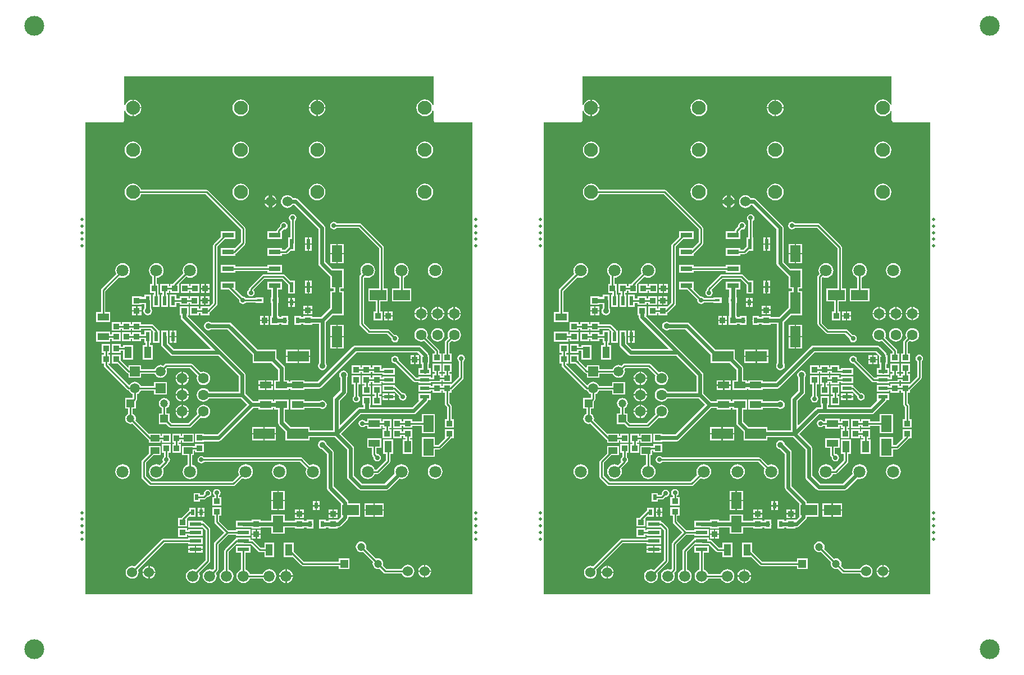
<source format=gtl>
G04*
G04 #@! TF.GenerationSoftware,Altium Limited,Altium Designer,19.1.6 (110)*
G04*
G04 Layer_Physical_Order=1*
G04 Layer_Color=255*
%FSLAX25Y25*%
%MOIN*%
G70*
G01*
G75*
%ADD10C,0.11811*%
%ADD11R,0.02165X0.03543*%
%ADD12R,0.03740X0.03543*%
%ADD13R,0.07087X0.02362*%
%ADD14R,0.09843X0.06299*%
%ADD15R,0.06299X0.09843*%
%ADD16R,0.04331X0.06890*%
%ADD17R,0.03543X0.03740*%
%ADD18R,0.06890X0.04331*%
%ADD19R,0.05709X0.02362*%
%ADD20R,0.03150X0.01575*%
%ADD21R,0.06496X0.09843*%
%ADD22R,0.06299X0.12598*%
%ADD23R,0.12598X0.06299*%
%ADD24R,0.05512X0.03937*%
%ADD25R,0.02362X0.05709*%
%ADD26R,0.02362X0.03740*%
%ADD27R,0.02362X0.06299*%
%ADD28R,0.07087X0.03150*%
%ADD29C,0.01000*%
%ADD30C,0.02400*%
%ADD31C,0.01968*%
%ADD32C,0.06299*%
%ADD33C,0.06000*%
%ADD34R,0.04724X0.04724*%
%ADD35C,0.04724*%
%ADD36C,0.06600*%
%ADD37C,0.07087*%
%ADD38C,0.05906*%
%ADD39R,0.05906X0.05906*%
%ADD40C,0.08268*%
%ADD41C,0.02756*%
%ADD42C,0.03500*%
G36*
X520504Y335084D02*
X520004Y334985D01*
X519687Y335750D01*
X518896Y336780D01*
X517866Y337571D01*
X516666Y338069D01*
X515378Y338238D01*
X514089Y338069D01*
X512889Y337571D01*
X511859Y336780D01*
X511068Y335750D01*
X510570Y334549D01*
X510401Y333261D01*
X510570Y331973D01*
X511068Y330773D01*
X511859Y329743D01*
X512889Y328952D01*
X514089Y328454D01*
X515378Y328285D01*
X516666Y328454D01*
X517866Y328952D01*
X518896Y329743D01*
X519687Y330773D01*
X520004Y331538D01*
X520504Y331439D01*
Y326162D01*
X520621Y325576D01*
X520952Y325080D01*
X521448Y324748D01*
X522034Y324632D01*
X543539D01*
X543539Y44281D01*
X314098D01*
X314098Y324632D01*
X335598D01*
X336184Y324748D01*
X336680Y325080D01*
X337012Y325576D01*
X337128Y326162D01*
Y331453D01*
X337628Y331553D01*
X337951Y330773D01*
X338742Y329743D01*
X339772Y328952D01*
X340972Y328454D01*
X341861Y328338D01*
Y333261D01*
Y338185D01*
X340972Y338069D01*
X339772Y337571D01*
X338742Y336780D01*
X337951Y335750D01*
X337628Y334970D01*
X337128Y335070D01*
Y352132D01*
X520504D01*
Y335084D01*
D02*
G37*
G36*
X248634D02*
X248134Y334985D01*
X247817Y335750D01*
X247026Y336780D01*
X245996Y337571D01*
X244795Y338069D01*
X243507Y338238D01*
X242219Y338069D01*
X241019Y337571D01*
X239988Y336780D01*
X239198Y335750D01*
X238700Y334549D01*
X238531Y333261D01*
X238700Y331973D01*
X239198Y330773D01*
X239988Y329743D01*
X241019Y328952D01*
X242219Y328454D01*
X243507Y328285D01*
X244795Y328454D01*
X245996Y328952D01*
X247026Y329743D01*
X247817Y330773D01*
X248134Y331538D01*
X248634Y331439D01*
Y326162D01*
X248750Y325576D01*
X249082Y325080D01*
X249578Y324748D01*
X250164Y324632D01*
X271669D01*
X271669Y44281D01*
X42228D01*
X42228Y324632D01*
X63728D01*
X64314Y324748D01*
X64810Y325080D01*
X65141Y325576D01*
X65258Y326162D01*
Y331453D01*
X65758Y331553D01*
X66081Y330773D01*
X66872Y329743D01*
X67902Y328952D01*
X69102Y328454D01*
X69990Y328338D01*
Y333261D01*
Y338185D01*
X69102Y338069D01*
X67902Y337571D01*
X66872Y336780D01*
X66081Y335750D01*
X65758Y334970D01*
X65258Y335070D01*
Y352132D01*
X248634D01*
Y335084D01*
D02*
G37*
%LPC*%
G36*
X451880Y338185D02*
Y333662D01*
X456403D01*
X456286Y334549D01*
X455789Y335750D01*
X454998Y336780D01*
X453968Y337571D01*
X452768Y338069D01*
X451880Y338185D01*
D02*
G37*
G36*
X342660D02*
Y333662D01*
X347184D01*
X347067Y334549D01*
X346570Y335750D01*
X345779Y336780D01*
X344749Y337571D01*
X343549Y338069D01*
X342660Y338185D01*
D02*
G37*
G36*
X451080D02*
X450191Y338069D01*
X448991Y337571D01*
X447961Y336780D01*
X447170Y335750D01*
X446672Y334549D01*
X446556Y333662D01*
X451080D01*
Y338185D01*
D02*
G37*
G36*
X456403Y332861D02*
X451880D01*
Y328338D01*
X452768Y328454D01*
X453968Y328952D01*
X454998Y329743D01*
X455789Y330773D01*
X456286Y331973D01*
X456403Y332861D01*
D02*
G37*
G36*
X347184D02*
X342660D01*
Y328338D01*
X343549Y328454D01*
X344749Y328952D01*
X345779Y329743D01*
X346570Y330773D01*
X347067Y331973D01*
X347184Y332861D01*
D02*
G37*
G36*
X451080D02*
X446556D01*
X446672Y331973D01*
X447170Y330773D01*
X447961Y329743D01*
X448991Y328952D01*
X450191Y328454D01*
X451080Y328338D01*
Y332861D01*
D02*
G37*
G36*
X406158Y338238D02*
X404871Y338069D01*
X403670Y337571D01*
X402640Y336780D01*
X401849Y335750D01*
X401351Y334549D01*
X401182Y333261D01*
X401351Y331973D01*
X401849Y330773D01*
X402640Y329743D01*
X403670Y328952D01*
X404871Y328454D01*
X406158Y328285D01*
X407447Y328454D01*
X408647Y328952D01*
X409678Y329743D01*
X410468Y330773D01*
X410965Y331973D01*
X411135Y333261D01*
X410965Y334549D01*
X410468Y335750D01*
X409678Y336780D01*
X408647Y337571D01*
X407447Y338069D01*
X406158Y338238D01*
D02*
G37*
G36*
X515378Y313238D02*
X514089Y313069D01*
X512889Y312571D01*
X511859Y311780D01*
X511068Y310750D01*
X510570Y309549D01*
X510401Y308261D01*
X510570Y306973D01*
X511068Y305773D01*
X511859Y304743D01*
X512889Y303952D01*
X514089Y303454D01*
X515378Y303285D01*
X516666Y303454D01*
X517866Y303952D01*
X518896Y304743D01*
X519687Y305773D01*
X520185Y306973D01*
X520354Y308261D01*
X520185Y309549D01*
X519687Y310750D01*
X518896Y311780D01*
X517866Y312571D01*
X516666Y313069D01*
X515378Y313238D01*
D02*
G37*
G36*
X451479D02*
X450191Y313069D01*
X448991Y312571D01*
X447961Y311780D01*
X447170Y310750D01*
X446672Y309549D01*
X446503Y308261D01*
X446672Y306973D01*
X447170Y305773D01*
X447961Y304743D01*
X448991Y303952D01*
X450191Y303454D01*
X451479Y303285D01*
X452768Y303454D01*
X453968Y303952D01*
X454998Y304743D01*
X455789Y305773D01*
X456286Y306973D01*
X456456Y308261D01*
X456286Y309549D01*
X455789Y310750D01*
X454998Y311780D01*
X453968Y312571D01*
X452768Y313069D01*
X451479Y313238D01*
D02*
G37*
G36*
X406158D02*
X404871Y313069D01*
X403670Y312571D01*
X402640Y311780D01*
X401849Y310750D01*
X401351Y309549D01*
X401182Y308261D01*
X401351Y306973D01*
X401849Y305773D01*
X402640Y304743D01*
X403670Y303952D01*
X404871Y303454D01*
X406158Y303285D01*
X407447Y303454D01*
X408647Y303952D01*
X409678Y304743D01*
X410468Y305773D01*
X410965Y306973D01*
X411135Y308261D01*
X410965Y309549D01*
X410468Y310750D01*
X409678Y311780D01*
X408647Y312571D01*
X407447Y313069D01*
X406158Y313238D01*
D02*
G37*
G36*
X342261D02*
X340972Y313069D01*
X339772Y312571D01*
X338742Y311780D01*
X337951Y310750D01*
X337454Y309549D01*
X337284Y308261D01*
X337454Y306973D01*
X337951Y305773D01*
X338742Y304743D01*
X339772Y303952D01*
X340972Y303454D01*
X342261Y303285D01*
X343549Y303454D01*
X344749Y303952D01*
X345779Y304743D01*
X346570Y305773D01*
X347067Y306973D01*
X347237Y308261D01*
X347067Y309549D01*
X346570Y310750D01*
X345779Y311780D01*
X344749Y312571D01*
X343549Y313069D01*
X342261Y313238D01*
D02*
G37*
G36*
X425009Y281211D02*
Y278795D01*
X427425D01*
X427128Y279511D01*
X426519Y280305D01*
X425725Y280914D01*
X425009Y281211D01*
D02*
G37*
G36*
X422609Y281211D02*
X421892Y280914D01*
X421099Y280305D01*
X420489Y279511D01*
X420193Y278795D01*
X422609D01*
Y281211D01*
D02*
G37*
G36*
X515378Y288238D02*
X514089Y288069D01*
X512889Y287571D01*
X511859Y286780D01*
X511068Y285750D01*
X510570Y284549D01*
X510401Y283261D01*
X510570Y281973D01*
X511068Y280773D01*
X511859Y279743D01*
X512889Y278952D01*
X514089Y278454D01*
X515378Y278285D01*
X516666Y278454D01*
X517866Y278952D01*
X518896Y279743D01*
X519687Y280773D01*
X520185Y281973D01*
X520354Y283261D01*
X520185Y284549D01*
X519687Y285750D01*
X518896Y286780D01*
X517866Y287571D01*
X516666Y288069D01*
X515378Y288238D01*
D02*
G37*
G36*
X451479D02*
X450191Y288069D01*
X448991Y287571D01*
X447961Y286780D01*
X447170Y285750D01*
X446672Y284549D01*
X446503Y283261D01*
X446672Y281973D01*
X447170Y280773D01*
X447961Y279743D01*
X448991Y278952D01*
X450191Y278454D01*
X451479Y278285D01*
X452768Y278454D01*
X453968Y278952D01*
X454998Y279743D01*
X455789Y280773D01*
X456286Y281973D01*
X456456Y283261D01*
X456286Y284549D01*
X455789Y285750D01*
X454998Y286780D01*
X453968Y287571D01*
X452768Y288069D01*
X451479Y288238D01*
D02*
G37*
G36*
X406158D02*
X404871Y288069D01*
X403670Y287571D01*
X402640Y286780D01*
X401849Y285750D01*
X401351Y284549D01*
X401182Y283261D01*
X401351Y281973D01*
X401849Y280773D01*
X402640Y279743D01*
X403670Y278952D01*
X404871Y278454D01*
X406158Y278285D01*
X407447Y278454D01*
X408647Y278952D01*
X409678Y279743D01*
X410468Y280773D01*
X410965Y281973D01*
X411135Y283261D01*
X410965Y284549D01*
X410468Y285750D01*
X409678Y286780D01*
X408647Y287571D01*
X407447Y288069D01*
X406158Y288238D01*
D02*
G37*
G36*
X427425Y276395D02*
X425009D01*
Y273978D01*
X425725Y274275D01*
X426519Y274884D01*
X427128Y275678D01*
X427425Y276395D01*
D02*
G37*
G36*
X422609D02*
X420193D01*
X420489Y275678D01*
X421099Y274884D01*
X421892Y274275D01*
X422609Y273978D01*
Y276395D01*
D02*
G37*
G36*
X431761Y265441D02*
X430912Y265272D01*
X430191Y264791D01*
X429710Y264070D01*
X429541Y263221D01*
X429598Y262932D01*
X427845Y261178D01*
X427557Y260748D01*
X427457Y260241D01*
Y260127D01*
X421950D01*
Y255377D01*
X430636D01*
Y260127D01*
X430636Y260127D01*
X430636D01*
X430914Y260498D01*
X431473Y261057D01*
X431761Y261000D01*
X432611Y261169D01*
X433332Y261650D01*
X433813Y262371D01*
X433982Y263221D01*
X433813Y264070D01*
X433332Y264791D01*
X432611Y265272D01*
X431761Y265441D01*
D02*
G37*
G36*
X448290Y256347D02*
X446709D01*
Y252798D01*
X448290D01*
Y256347D01*
D02*
G37*
G36*
X445909D02*
X444328D01*
Y252798D01*
X445909D01*
Y256347D01*
D02*
G37*
G36*
X436922Y270087D02*
X436072Y269918D01*
X435352Y269437D01*
X434871Y268717D01*
X434702Y267867D01*
X434871Y267017D01*
X435352Y266297D01*
X435597Y266133D01*
Y256347D01*
X434328D01*
Y250877D01*
X432528Y249078D01*
X430636D01*
Y250127D01*
X421950D01*
Y245377D01*
X430636D01*
Y246427D01*
X433077D01*
X433584Y246527D01*
X434015Y246815D01*
X435648Y248448D01*
X438290D01*
Y256347D01*
X438248D01*
Y266133D01*
X438492Y266297D01*
X438974Y267017D01*
X439143Y267867D01*
X438974Y268717D01*
X438492Y269437D01*
X437772Y269918D01*
X436922Y270087D01*
D02*
G37*
G36*
X448290Y251998D02*
X446709D01*
Y248448D01*
X448290D01*
Y251998D01*
D02*
G37*
G36*
X445909D02*
X444328D01*
Y248448D01*
X445909D01*
Y251998D01*
D02*
G37*
G36*
X467404Y252312D02*
X463756D01*
Y246991D01*
X467404D01*
Y252312D01*
D02*
G37*
G36*
X462956D02*
X459308D01*
Y246991D01*
X462956D01*
Y252312D01*
D02*
G37*
G36*
X342261Y288238D02*
X340972Y288069D01*
X339772Y287571D01*
X338742Y286780D01*
X337951Y285750D01*
X337454Y284549D01*
X337284Y283261D01*
X337454Y281973D01*
X337951Y280773D01*
X338742Y279743D01*
X339772Y278952D01*
X340972Y278454D01*
X342261Y278285D01*
X343549Y278454D01*
X344749Y278952D01*
X345779Y279743D01*
X346570Y280773D01*
X347052Y281936D01*
X385290D01*
X406223Y261002D01*
Y253636D01*
X402714Y250127D01*
X394391D01*
Y245377D01*
X403077D01*
Y246765D01*
X403152Y246815D01*
X408486Y252149D01*
X408773Y252579D01*
X408874Y253087D01*
Y261551D01*
X408773Y262058D01*
X408486Y262489D01*
X386776Y284199D01*
X386346Y284486D01*
X385839Y284587D01*
X347052D01*
X346570Y285750D01*
X345779Y286780D01*
X344749Y287571D01*
X343549Y288069D01*
X342261Y288238D01*
D02*
G37*
G36*
X467404Y246191D02*
X463756D01*
Y240869D01*
X467404D01*
Y246191D01*
D02*
G37*
G36*
X462956D02*
X459308D01*
Y240869D01*
X462956D01*
Y246191D01*
D02*
G37*
G36*
X430636Y240127D02*
X421950D01*
Y239077D01*
X403077D01*
Y240127D01*
X394391D01*
Y235377D01*
X403077D01*
Y236426D01*
X421950D01*
Y235377D01*
X430636D01*
Y240127D01*
D02*
G37*
G36*
X521568Y241042D02*
X520435Y240893D01*
X519378Y240456D01*
X518471Y239759D01*
X517774Y238852D01*
X517337Y237795D01*
X517188Y236662D01*
X517337Y235528D01*
X517774Y234471D01*
X518471Y233564D01*
X519378Y232867D01*
X520435Y232430D01*
X521568Y232280D01*
X522702Y232430D01*
X523759Y232867D01*
X524666Y233564D01*
X525363Y234471D01*
X525800Y235528D01*
X525949Y236662D01*
X525800Y237795D01*
X525363Y238852D01*
X524666Y239759D01*
X523759Y240456D01*
X522702Y240893D01*
X521568Y241042D01*
D02*
G37*
G36*
X481568D02*
X480435Y240893D01*
X479378Y240456D01*
X478471Y239759D01*
X477774Y238852D01*
X477337Y237795D01*
X477188Y236662D01*
X477337Y235528D01*
X477695Y234663D01*
X476986Y233953D01*
X476698Y233523D01*
X476597Y233016D01*
Y204862D01*
X476698Y204355D01*
X476986Y203925D01*
X481419Y199492D01*
X481849Y199205D01*
X482356Y199104D01*
X492925D01*
X495543Y196486D01*
X495486Y196197D01*
X495655Y195347D01*
X496136Y194627D01*
X496856Y194145D01*
X497706Y193976D01*
X498556Y194145D01*
X499277Y194627D01*
X499758Y195347D01*
X499927Y196197D01*
X499758Y197047D01*
X499277Y197767D01*
X498556Y198249D01*
X497706Y198417D01*
X497418Y198360D01*
X494411Y201366D01*
X493981Y201654D01*
X493474Y201755D01*
X482905D01*
X479248Y205411D01*
Y232456D01*
X479625Y232765D01*
X480435Y232430D01*
X481568Y232280D01*
X482702Y232430D01*
X483759Y232867D01*
X484666Y233564D01*
X485363Y234471D01*
X485800Y235528D01*
X485950Y236662D01*
X485800Y237795D01*
X485363Y238852D01*
X484666Y239759D01*
X483759Y240456D01*
X482702Y240893D01*
X481568Y241042D01*
D02*
G37*
G36*
X376068D02*
X374935Y240893D01*
X373878Y240456D01*
X372971Y239759D01*
X372274Y238852D01*
X371837Y237795D01*
X371688Y236662D01*
X371837Y235528D01*
X372050Y235013D01*
X366025Y228989D01*
X365751Y228579D01*
X364391D01*
Y227234D01*
X363573D01*
Y228579D01*
X358430D01*
Y223239D01*
X359676D01*
Y222489D01*
X359020D01*
Y215180D01*
X362982D01*
Y222489D01*
X362327D01*
Y223239D01*
X363573D01*
Y224583D01*
X364391D01*
Y223239D01*
X369534D01*
Y228579D01*
X369534Y228579D01*
X369534D01*
X369765Y228979D01*
X373751Y232965D01*
X373878Y232867D01*
X374935Y232430D01*
X376068Y232280D01*
X377202Y232430D01*
X378259Y232867D01*
X379166Y233564D01*
X379863Y234471D01*
X380300Y235528D01*
X380450Y236662D01*
X380300Y237795D01*
X379863Y238852D01*
X379166Y239759D01*
X378259Y240456D01*
X377202Y240893D01*
X376068Y241042D01*
D02*
G37*
G36*
X336069D02*
X334935Y240893D01*
X333878Y240456D01*
X332971Y239759D01*
X332275Y238852D01*
X331837Y237795D01*
X331688Y236662D01*
X331837Y235528D01*
X332195Y234663D01*
X323541Y226008D01*
X323253Y225578D01*
X323152Y225071D01*
Y211958D01*
X320233D01*
Y206027D01*
X328723D01*
Y211958D01*
X325803D01*
Y224522D01*
X334070Y232788D01*
X334935Y232430D01*
X336069Y232280D01*
X337202Y232430D01*
X338259Y232867D01*
X339166Y233564D01*
X339863Y234471D01*
X340300Y235528D01*
X340450Y236662D01*
X340300Y237795D01*
X339863Y238852D01*
X339166Y239759D01*
X338259Y240456D01*
X337202Y240893D01*
X336069Y241042D01*
D02*
G37*
G36*
X381565Y228591D02*
X376422D01*
Y227234D01*
X375636D01*
Y228579D01*
X370493D01*
Y223239D01*
X375636D01*
Y224583D01*
X376422D01*
Y223251D01*
X381565D01*
Y228591D01*
D02*
G37*
G36*
X448290Y230757D02*
X446709D01*
Y227207D01*
X448290D01*
Y230757D01*
D02*
G37*
G36*
X445909D02*
X444328D01*
Y227207D01*
X445909D01*
Y230757D01*
D02*
G37*
G36*
X387667Y228591D02*
X385496D01*
Y226321D01*
X387667D01*
Y228591D01*
D02*
G37*
G36*
X384696D02*
X382524D01*
Y226321D01*
X384696D01*
Y228591D01*
D02*
G37*
G36*
X387667Y225521D02*
X385496D01*
Y223251D01*
X387667D01*
Y225521D01*
D02*
G37*
G36*
X384696D02*
X382524D01*
Y223251D01*
X384696D01*
Y225521D01*
D02*
G37*
G36*
X448290Y226407D02*
X446709D01*
Y222857D01*
X448290D01*
Y226407D01*
D02*
G37*
G36*
X445909D02*
X444328D01*
Y222857D01*
X445909D01*
Y226407D01*
D02*
G37*
G36*
X431368Y234432D02*
X419754D01*
X419246Y234331D01*
X418816Y234044D01*
X411239Y226466D01*
X410952Y226036D01*
X410851Y225529D01*
Y225196D01*
X410605Y225031D01*
X410123Y224310D01*
X409954Y223461D01*
X410123Y222611D01*
X410605Y221890D01*
X411325Y221409D01*
X412175Y221240D01*
X413025Y221409D01*
X413745Y221890D01*
X414226Y222611D01*
X414395Y223461D01*
X414226Y224310D01*
X413745Y225031D01*
X413728Y225206D01*
X420303Y231781D01*
X430819D01*
X434328Y228272D01*
Y222857D01*
X438290D01*
Y230757D01*
X435592D01*
X432305Y234044D01*
X431875Y234331D01*
X431368Y234432D01*
D02*
G37*
G36*
X352982Y222489D02*
X349020D01*
Y220874D01*
X347139D01*
Y221406D01*
X341799D01*
Y216263D01*
X347139D01*
Y216795D01*
X348962D01*
Y214223D01*
X348599Y213680D01*
X348401Y212685D01*
X348599Y211690D01*
X349163Y210847D01*
X350006Y210283D01*
X351001Y210085D01*
X351996Y210283D01*
X352840Y210847D01*
X353403Y211690D01*
X353601Y212685D01*
X353403Y213680D01*
X353041Y214223D01*
Y218835D01*
X352982Y219127D01*
Y222489D01*
D02*
G37*
G36*
X387521Y221406D02*
X385251D01*
Y219235D01*
X387521D01*
Y221406D01*
D02*
G37*
G36*
X384451D02*
X382181D01*
Y219235D01*
X384451D01*
Y221406D01*
D02*
G37*
G36*
X438172Y220520D02*
X436591D01*
Y218250D01*
X438172D01*
Y220520D01*
D02*
G37*
G36*
X435791D02*
X434209D01*
Y218250D01*
X435791D01*
Y220520D01*
D02*
G37*
G36*
X501569Y241042D02*
X500435Y240893D01*
X499378Y240456D01*
X498471Y239759D01*
X497775Y238852D01*
X497337Y237795D01*
X497188Y236662D01*
X497337Y235528D01*
X497775Y234471D01*
X498471Y233564D01*
X499378Y232867D01*
X500243Y232509D01*
Y226131D01*
X495847D01*
Y218232D01*
X507290D01*
Y226131D01*
X502894D01*
Y232509D01*
X503759Y232867D01*
X504666Y233564D01*
X505363Y234471D01*
X505800Y235528D01*
X505949Y236662D01*
X505800Y237795D01*
X505363Y238852D01*
X504666Y239759D01*
X503759Y240456D01*
X502702Y240893D01*
X501569Y241042D01*
D02*
G37*
G36*
X403077Y230127D02*
X394391D01*
Y225377D01*
X399234D01*
X405291Y219320D01*
X405234Y219032D01*
X405403Y218182D01*
X405884Y217461D01*
X406605Y216980D01*
X407454Y216811D01*
X408304Y216980D01*
X409025Y217461D01*
X409188Y217706D01*
X414863D01*
Y217444D01*
X419613D01*
Y220619D01*
X414863D01*
Y220357D01*
X409188D01*
X409025Y220602D01*
X408304Y221083D01*
X407454Y221252D01*
X407166Y221195D01*
X403354Y225007D01*
X403077Y225377D01*
X403077D01*
X403077Y225377D01*
Y230127D01*
D02*
G37*
G36*
X387521Y218435D02*
X385251D01*
Y216263D01*
X387521D01*
Y218435D01*
D02*
G37*
G36*
X384451D02*
X382181D01*
Y216263D01*
X384451D01*
Y218435D01*
D02*
G37*
G36*
X367982Y222489D02*
X364020D01*
Y215180D01*
X367982D01*
Y217509D01*
X369920D01*
Y216263D01*
X375260D01*
Y217509D01*
X376028D01*
Y216263D01*
X381368D01*
Y221406D01*
X376028D01*
Y220160D01*
X375260D01*
Y221406D01*
X369920D01*
Y220160D01*
X367982D01*
Y222489D01*
D02*
G37*
G36*
X356068Y241042D02*
X354935Y240893D01*
X353878Y240456D01*
X352971Y239759D01*
X352274Y238852D01*
X351837Y237795D01*
X351688Y236662D01*
X351837Y235528D01*
X352274Y234471D01*
X352971Y233564D01*
X353573Y233101D01*
Y228579D01*
X352327D01*
Y223239D01*
X354676D01*
Y222489D01*
X354020D01*
Y215180D01*
X357982D01*
Y222489D01*
X357327D01*
Y223239D01*
X357471D01*
Y228579D01*
X356224D01*
Y232301D01*
X357202Y232430D01*
X358259Y232867D01*
X359166Y233564D01*
X359863Y234471D01*
X360300Y235528D01*
X360450Y236662D01*
X360300Y237795D01*
X359863Y238852D01*
X359166Y239759D01*
X358259Y240456D01*
X357202Y240893D01*
X356068Y241042D01*
D02*
G37*
G36*
X438172Y217450D02*
X436591D01*
Y215180D01*
X438172D01*
Y217450D01*
D02*
G37*
G36*
X435791D02*
X434209D01*
Y215180D01*
X435791D01*
Y217450D01*
D02*
G37*
G36*
X403077Y260127D02*
X394391D01*
Y256697D01*
X390175Y252481D01*
X389887Y252051D01*
X389786Y251544D01*
Y217498D01*
X387882Y215594D01*
X387521Y215304D01*
Y215304D01*
X387521Y215304D01*
X382181D01*
Y214058D01*
X381368D01*
Y215304D01*
X376028D01*
Y210161D01*
X381368D01*
Y211407D01*
X382181D01*
Y210161D01*
X387521D01*
Y211588D01*
X387832Y211795D01*
X392049Y216012D01*
X392336Y216442D01*
X392437Y216950D01*
Y250995D01*
X396819Y255377D01*
X403077D01*
Y260127D01*
D02*
G37*
G36*
X448703Y215698D02*
X446433D01*
Y213526D01*
X448703D01*
Y215698D01*
D02*
G37*
G36*
X445633D02*
X443363D01*
Y213526D01*
X445633D01*
Y215698D01*
D02*
G37*
G36*
X347139Y215304D02*
X344869D01*
Y213132D01*
X347139D01*
Y215304D01*
D02*
G37*
G36*
X344069D02*
X341799D01*
Y213132D01*
X344069D01*
Y215304D01*
D02*
G37*
G36*
X523402Y214990D02*
Y211459D01*
X526932D01*
X526849Y212090D01*
X526451Y213051D01*
X525818Y213876D01*
X524993Y214509D01*
X524033Y214907D01*
X523402Y214990D01*
D02*
G37*
G36*
X513559D02*
Y211459D01*
X517090D01*
X517007Y212090D01*
X516609Y213051D01*
X515976Y213876D01*
X515151Y214509D01*
X514190Y214907D01*
X513559Y214990D01*
D02*
G37*
G36*
X533244D02*
Y211459D01*
X536775D01*
X536692Y212090D01*
X536294Y213051D01*
X535661Y213876D01*
X534836Y214509D01*
X533875Y214907D01*
X533244Y214990D01*
D02*
G37*
G36*
X532444D02*
X531813Y214907D01*
X530852Y214509D01*
X530027Y213876D01*
X529394Y213051D01*
X528996Y212090D01*
X528913Y211459D01*
X532444D01*
Y214990D01*
D02*
G37*
G36*
X512759D02*
X512128Y214907D01*
X511167Y214509D01*
X510342Y213876D01*
X509709Y213051D01*
X509311Y212090D01*
X509228Y211459D01*
X512759D01*
Y214990D01*
D02*
G37*
G36*
X522602D02*
X521971Y214907D01*
X521010Y214509D01*
X520185Y213876D01*
X519552Y213051D01*
X519154Y212090D01*
X519071Y211459D01*
X522602D01*
Y214990D01*
D02*
G37*
G36*
X448703Y212726D02*
X446433D01*
Y210554D01*
X448703D01*
Y212726D01*
D02*
G37*
G36*
X445633D02*
X443363D01*
Y210554D01*
X445633D01*
Y212726D01*
D02*
G37*
G36*
X496291Y212450D02*
X494120D01*
Y210180D01*
X496291D01*
Y212450D01*
D02*
G37*
G36*
X493320D02*
X491148D01*
Y210180D01*
X493320D01*
Y212450D01*
D02*
G37*
G36*
X347139Y212332D02*
X344869D01*
Y210161D01*
X347139D01*
Y212332D01*
D02*
G37*
G36*
X344069D02*
X341799D01*
Y210161D01*
X344069D01*
Y212332D01*
D02*
G37*
G36*
X433809Y281427D02*
X432817Y281297D01*
X431892Y280914D01*
X431099Y280305D01*
X430489Y279511D01*
X430106Y278587D01*
X429976Y277594D01*
X430106Y276603D01*
X430489Y275678D01*
X431099Y274884D01*
X431892Y274275D01*
X432817Y273892D01*
X433809Y273762D01*
X434801Y273892D01*
X435725Y274275D01*
X436519Y274884D01*
X437034Y275555D01*
X437905D01*
X452262Y261199D01*
Y240882D01*
X452417Y240102D01*
X452859Y239440D01*
X459308Y232991D01*
Y226105D01*
X461317D01*
Y224345D01*
X459406D01*
Y214718D01*
X453751Y209063D01*
X448703D01*
Y209595D01*
X443363D01*
Y209063D01*
X441912D01*
Y209694D01*
X437950D01*
Y207316D01*
X437892Y207024D01*
X437950Y206732D01*
Y204354D01*
X441912D01*
Y204984D01*
X443363D01*
Y204452D01*
X448703D01*
Y204984D01*
X452557D01*
Y181593D01*
X452194Y181050D01*
X451996Y180055D01*
X452194Y179060D01*
X452758Y178217D01*
X453601Y177653D01*
X454596Y177455D01*
X455591Y177653D01*
X456434Y178217D01*
X456998Y179060D01*
X457196Y180055D01*
X456998Y181050D01*
X456635Y181593D01*
Y206179D01*
X460603Y210146D01*
X467306D01*
Y224345D01*
X465395D01*
Y226105D01*
X467404D01*
Y237548D01*
X460519D01*
X456340Y241727D01*
Y262043D01*
X456185Y262824D01*
X455743Y263485D01*
X440192Y279036D01*
X439530Y279479D01*
X438750Y279634D01*
X437034D01*
X436519Y280305D01*
X435725Y280914D01*
X434801Y281297D01*
X433809Y281427D01*
D02*
G37*
G36*
X422762Y209694D02*
X420591D01*
Y207424D01*
X422762D01*
Y209694D01*
D02*
G37*
G36*
X419791D02*
X417619D01*
Y207424D01*
X419791D01*
Y209694D01*
D02*
G37*
G36*
X526932Y210659D02*
X523402D01*
Y207128D01*
X524033Y207211D01*
X524993Y207609D01*
X525818Y208242D01*
X526451Y209067D01*
X526849Y210028D01*
X526932Y210659D01*
D02*
G37*
G36*
X517090D02*
X513559D01*
Y207128D01*
X514190Y207211D01*
X515151Y207609D01*
X515976Y208242D01*
X516609Y209067D01*
X517007Y210028D01*
X517090Y210659D01*
D02*
G37*
G36*
X536775D02*
X533244D01*
Y207128D01*
X533875Y207211D01*
X534836Y207609D01*
X535661Y208242D01*
X536294Y209067D01*
X536692Y210028D01*
X536775Y210659D01*
D02*
G37*
G36*
X532444D02*
X528913D01*
X528996Y210028D01*
X529394Y209067D01*
X530027Y208242D01*
X530852Y207609D01*
X531813Y207211D01*
X532444Y207128D01*
Y210659D01*
D02*
G37*
G36*
X522602D02*
X519071D01*
X519154Y210028D01*
X519552Y209067D01*
X520185Y208242D01*
X521010Y207609D01*
X521971Y207211D01*
X522602Y207128D01*
Y210659D01*
D02*
G37*
G36*
X512759D02*
X509228D01*
X509311Y210028D01*
X509709Y209067D01*
X510342Y208242D01*
X511167Y207609D01*
X512128Y207211D01*
X512759Y207128D01*
Y210659D01*
D02*
G37*
G36*
X496291Y209380D02*
X494120D01*
Y207109D01*
X496291D01*
Y209380D01*
D02*
G37*
G36*
X493320D02*
X491148D01*
Y207109D01*
X493320D01*
Y209380D01*
D02*
G37*
G36*
X461387Y265544D02*
X460538Y265374D01*
X459817Y264893D01*
X459336Y264173D01*
X459167Y263323D01*
X459336Y262473D01*
X459817Y261753D01*
X460538Y261271D01*
X461387Y261102D01*
X462237Y261271D01*
X462958Y261753D01*
X463121Y261997D01*
X476193D01*
X488323Y249868D01*
Y226131D01*
X481896D01*
Y218232D01*
X486292D01*
Y212450D01*
X485046D01*
Y207109D01*
X490189D01*
Y212450D01*
X488943D01*
Y218232D01*
X493339D01*
Y226131D01*
X490974D01*
Y250416D01*
X490974Y250416D01*
X490873Y250924D01*
X490585Y251354D01*
X477679Y264260D01*
X477249Y264547D01*
X476742Y264648D01*
X463121D01*
X462958Y264893D01*
X462237Y265374D01*
X461387Y265544D01*
D02*
G37*
G36*
X347073Y206052D02*
X341733D01*
Y204806D01*
X340971D01*
Y206052D01*
X335631D01*
Y204806D01*
X334868D01*
Y206052D01*
X329528D01*
Y200909D01*
X334868D01*
Y202155D01*
X335631D01*
Y200909D01*
X340971D01*
Y202155D01*
X341733D01*
Y200909D01*
X347073D01*
Y202155D01*
X352653D01*
X354020Y200788D01*
Y193724D01*
X357982D01*
Y201032D01*
X357257D01*
X357226Y201188D01*
X356939Y201618D01*
X354139Y204418D01*
X353709Y204705D01*
X353202Y204806D01*
X347073D01*
Y206052D01*
D02*
G37*
G36*
X430636Y230127D02*
X421950D01*
Y225377D01*
X424254D01*
Y220619D01*
X423918D01*
Y217444D01*
X424254D01*
Y209694D01*
X423721D01*
Y204354D01*
X428865D01*
Y204984D01*
X430469D01*
Y204354D01*
X434432D01*
Y206732D01*
X434490Y207024D01*
X434432Y207316D01*
Y209694D01*
X430469D01*
Y209063D01*
X428865D01*
Y209694D01*
X428332D01*
Y217444D01*
X428668D01*
Y220619D01*
X428332D01*
Y225377D01*
X430636D01*
Y230127D01*
D02*
G37*
G36*
X422762Y206624D02*
X420591D01*
Y204354D01*
X422762D01*
Y206624D01*
D02*
G37*
G36*
X419791D02*
X417619D01*
Y204354D01*
X419791D01*
Y206624D01*
D02*
G37*
G36*
X352982Y201032D02*
X349020D01*
Y198704D01*
X347073D01*
Y199950D01*
X341733D01*
Y198704D01*
X340971D01*
Y199950D01*
X335631D01*
Y194806D01*
X340971D01*
Y196053D01*
X341733D01*
Y194806D01*
X347073D01*
Y196053D01*
X349020D01*
Y193724D01*
X349676D01*
Y192209D01*
X348036D01*
Y183719D01*
X353967D01*
Y192209D01*
X352327D01*
Y193724D01*
X352982D01*
Y201032D01*
D02*
G37*
G36*
X467306Y204491D02*
X463756D01*
Y197792D01*
X467306D01*
Y204491D01*
D02*
G37*
G36*
X462956D02*
X459406D01*
Y197792D01*
X462956D01*
Y204491D01*
D02*
G37*
G36*
X367982Y201032D02*
X366401D01*
Y197778D01*
X367982D01*
Y201032D01*
D02*
G37*
G36*
X365601D02*
X364020D01*
Y197778D01*
X365601D01*
Y201032D01*
D02*
G37*
G36*
X328723Y200343D02*
X320233D01*
Y194413D01*
X328723D01*
Y196053D01*
X329528D01*
Y194806D01*
X334868D01*
Y199950D01*
X329528D01*
Y198704D01*
X328723D01*
Y200343D01*
D02*
G37*
G36*
X532844Y202444D02*
X531813Y202309D01*
X530852Y201910D01*
X530027Y201277D01*
X529394Y200452D01*
X528996Y199492D01*
X528861Y198461D01*
X528996Y197430D01*
X529272Y196763D01*
X527675Y195166D01*
X527387Y194736D01*
X527286Y194228D01*
Y187450D01*
X525942D01*
Y182306D01*
X531282D01*
Y187450D01*
X529937D01*
Y193679D01*
X531147Y194889D01*
X531813Y194613D01*
X532844Y194477D01*
X533875Y194613D01*
X534836Y195011D01*
X535661Y195644D01*
X536294Y196469D01*
X536692Y197430D01*
X536828Y198461D01*
X536692Y199492D01*
X536294Y200452D01*
X535661Y201277D01*
X534836Y201910D01*
X533875Y202309D01*
X532844Y202444D01*
D02*
G37*
G36*
X523002D02*
X521971Y202309D01*
X521010Y201910D01*
X520185Y201277D01*
X519552Y200452D01*
X519154Y199492D01*
X519018Y198461D01*
X519154Y197430D01*
X519552Y196469D01*
X520185Y195644D01*
X521010Y195011D01*
X521971Y194613D01*
X523002Y194477D01*
X524033Y194613D01*
X524993Y195011D01*
X525818Y195644D01*
X526451Y196469D01*
X526849Y197430D01*
X526985Y198461D01*
X526849Y199492D01*
X526451Y200452D01*
X525818Y201277D01*
X524993Y201910D01*
X524033Y202309D01*
X523002Y202444D01*
D02*
G37*
G36*
X367982Y196978D02*
X366401D01*
Y193724D01*
X367982D01*
Y196978D01*
D02*
G37*
G36*
X365601D02*
X364020D01*
Y193724D01*
X365601D01*
Y196978D01*
D02*
G37*
G36*
X467306Y196992D02*
X463756D01*
Y190293D01*
X467306D01*
Y196992D01*
D02*
G37*
G36*
X462956D02*
X459406D01*
Y190293D01*
X462956D01*
Y196992D01*
D02*
G37*
G36*
X375260Y215304D02*
X369920D01*
Y210161D01*
X370550D01*
Y208963D01*
X370706Y208182D01*
X371148Y207521D01*
X388238Y190430D01*
X388047Y189968D01*
X366563D01*
X363040Y193491D01*
Y197378D01*
X362982Y197670D01*
Y201032D01*
X359020D01*
Y197670D01*
X358962Y197378D01*
Y192646D01*
X359117Y191866D01*
X359559Y191204D01*
X364276Y186487D01*
X364938Y186045D01*
X365718Y185890D01*
X392778D01*
X404806Y173863D01*
Y164832D01*
X387439D01*
X386842Y165610D01*
X386017Y166243D01*
X385056Y166641D01*
X384025Y166776D01*
X382994Y166641D01*
X382033Y166243D01*
X381208Y165610D01*
X380575Y164785D01*
X380177Y163824D01*
X380042Y162793D01*
X380177Y161762D01*
X380575Y160801D01*
X381208Y159976D01*
X382033Y159343D01*
X382994Y158945D01*
X384025Y158809D01*
X385056Y158945D01*
X386017Y159343D01*
X386842Y159976D01*
X387439Y160754D01*
X406000D01*
X409816Y156938D01*
X392145Y139267D01*
X384432D01*
Y139799D01*
X379091D01*
Y134656D01*
X384432D01*
Y135188D01*
X392990D01*
X393770Y135344D01*
X394432Y135786D01*
X413545Y154899D01*
X416677D01*
Y153972D01*
X425167D01*
Y154899D01*
X426126D01*
Y153972D01*
X428332D01*
Y146129D01*
X428487Y145349D01*
X428929Y144687D01*
X432719Y140897D01*
Y135653D01*
X446917D01*
Y137563D01*
X462019D01*
X469307Y130275D01*
Y114092D01*
X469463Y113312D01*
X469905Y112650D01*
X475890Y106664D01*
X476552Y106222D01*
X477332Y106067D01*
X492513D01*
X493294Y106222D01*
X493955Y106664D01*
X500283Y112992D01*
X500435Y112930D01*
X501569Y112780D01*
X502702Y112930D01*
X503759Y113367D01*
X504666Y114064D01*
X505363Y114971D01*
X505800Y116028D01*
X505949Y117161D01*
X505800Y118295D01*
X505363Y119352D01*
X504666Y120259D01*
X503759Y120956D01*
X502702Y121393D01*
X501569Y121542D01*
X500435Y121393D01*
X499378Y120956D01*
X498471Y120259D01*
X497775Y119352D01*
X497337Y118295D01*
X497188Y117161D01*
X497337Y116028D01*
X497400Y115876D01*
X491669Y110145D01*
X478177D01*
X473386Y114937D01*
Y131120D01*
X473231Y131900D01*
X472788Y132562D01*
X465748Y139602D01*
X477488Y151343D01*
X508717D01*
X509498Y151498D01*
X510159Y151940D01*
X516855Y158636D01*
X517297Y159297D01*
X517381Y159722D01*
X519077D01*
Y163684D01*
X515715D01*
X515423Y163742D01*
X515131Y163684D01*
X511768D01*
Y159722D01*
X511768D01*
X511887Y159436D01*
X507873Y155421D01*
X482915D01*
Y156814D01*
X483447D01*
Y162154D01*
X478304D01*
Y156814D01*
X478836D01*
Y155421D01*
X476643D01*
X475863Y155266D01*
X475201Y154824D01*
X465365Y144987D01*
X464903Y145179D01*
Y159329D01*
X468636Y163062D01*
X469078Y163724D01*
X469234Y164504D01*
Y173126D01*
X469597Y173669D01*
X469795Y174664D01*
X469597Y175659D01*
X469033Y176502D01*
X468189Y177066D01*
X467195Y177264D01*
X466199Y177066D01*
X465356Y176502D01*
X464792Y175659D01*
X464595Y174664D01*
X464792Y173669D01*
X465155Y173126D01*
Y165349D01*
X461422Y161615D01*
X460980Y160954D01*
X460825Y160173D01*
Y141642D01*
X446917D01*
Y143552D01*
X435832D01*
X432410Y146974D01*
Y153972D01*
X434616D01*
Y159903D01*
X426126D01*
Y158977D01*
X425167D01*
Y159903D01*
X416677D01*
Y158977D01*
X413545D01*
X408884Y163637D01*
Y174707D01*
X408729Y175488D01*
X408287Y176149D01*
X395065Y189371D01*
X395065Y189371D01*
X374776Y209661D01*
X374983Y210161D01*
X375260D01*
Y215304D01*
D02*
G37*
G36*
X447311Y189615D02*
X440612D01*
Y186065D01*
X447311D01*
Y189615D01*
D02*
G37*
G36*
X439812D02*
X433113D01*
Y186065D01*
X439812D01*
Y189615D01*
D02*
G37*
G36*
X511991Y186342D02*
X509819D01*
Y184072D01*
X511991D01*
Y186342D01*
D02*
G37*
G36*
X509019D02*
X506847D01*
Y184072D01*
X509019D01*
Y186342D01*
D02*
G37*
G36*
X334830Y192863D02*
X329687D01*
Y187523D01*
X334830D01*
Y188867D01*
X336422D01*
Y183719D01*
X342353D01*
Y192209D01*
X336422D01*
Y191518D01*
X334830D01*
Y192863D01*
D02*
G37*
G36*
X513159Y202444D02*
X512128Y202309D01*
X511167Y201910D01*
X510342Y201277D01*
X509709Y200452D01*
X509311Y199492D01*
X509175Y198461D01*
X509311Y197430D01*
X509709Y196469D01*
X510342Y195644D01*
X511167Y195011D01*
X512128Y194613D01*
X513159Y194477D01*
X514190Y194613D01*
X514856Y194889D01*
X521184Y188561D01*
Y187450D01*
X519839D01*
Y182306D01*
X525180D01*
Y187450D01*
X523835D01*
Y189110D01*
X523734Y189618D01*
X523447Y190048D01*
X516731Y196763D01*
X517007Y197430D01*
X517143Y198461D01*
X517007Y199492D01*
X516609Y200452D01*
X515976Y201277D01*
X515151Y201910D01*
X514190Y202309D01*
X513159Y202444D01*
D02*
G37*
G36*
X447311Y185265D02*
X440612D01*
Y181716D01*
X447311D01*
Y185265D01*
D02*
G37*
G36*
X439812D02*
X433113D01*
Y181716D01*
X439812D01*
Y185265D01*
D02*
G37*
G36*
X511991Y183272D02*
X509819D01*
Y181002D01*
X511991D01*
Y183272D01*
D02*
G37*
G36*
X509019D02*
X506847D01*
Y181002D01*
X509019D01*
Y183272D01*
D02*
G37*
G36*
X477345Y180338D02*
X472005D01*
Y175195D01*
X477345D01*
Y176441D01*
X478107D01*
Y175195D01*
X483447D01*
Y176441D01*
X484209D01*
Y175195D01*
X489550D01*
Y175378D01*
X490312D01*
Y174722D01*
X497620D01*
Y178684D01*
X490312D01*
Y178029D01*
X489550D01*
Y180338D01*
X484209D01*
Y179092D01*
X483447D01*
Y180338D01*
X478107D01*
Y179092D01*
X477345D01*
Y180338D01*
D02*
G37*
G36*
X386978Y206376D02*
X385983Y206178D01*
X385139Y205614D01*
X384576Y204771D01*
X384378Y203776D01*
X384576Y202781D01*
X385139Y201937D01*
X385983Y201374D01*
X386978Y201176D01*
X387973Y201374D01*
X388516Y201736D01*
X398254D01*
X413259Y186731D01*
Y181716D01*
X424344D01*
X428332Y177728D01*
Y171517D01*
X426126D01*
Y165587D01*
X434616D01*
Y166513D01*
X435575D01*
Y165587D01*
X444065D01*
Y166513D01*
X452542D01*
X453322Y166668D01*
X453984Y167110D01*
X474830Y187957D01*
X511133D01*
X512950Y186141D01*
Y181002D01*
X513482D01*
Y178684D01*
X511768D01*
Y174722D01*
X515131D01*
X515423Y174664D01*
X515502D01*
X515794Y174722D01*
X519077D01*
Y178684D01*
X517560D01*
Y181002D01*
X518093D01*
Y186342D01*
X517560D01*
Y186453D01*
X517405Y187233D01*
X516963Y187895D01*
X513420Y191438D01*
X512758Y191880D01*
X511978Y192035D01*
X473986D01*
X473206Y191880D01*
X472544Y191438D01*
X451697Y170591D01*
X444065D01*
Y171517D01*
X435575D01*
Y170591D01*
X434616D01*
Y171517D01*
X432410D01*
Y178573D01*
X432410Y178573D01*
X432255Y179353D01*
X431813Y180015D01*
X431813Y180015D01*
X427458Y184370D01*
Y189615D01*
X416143D01*
X400540Y205218D01*
X399879Y205660D01*
X399098Y205815D01*
X388516D01*
X387973Y206178D01*
X386978Y206376D01*
D02*
G37*
G36*
X371827Y176566D02*
Y173035D01*
X375358D01*
X375275Y173666D01*
X374877Y174627D01*
X374244Y175452D01*
X373419Y176085D01*
X372458Y176483D01*
X371827Y176566D01*
D02*
G37*
G36*
X371027D02*
X370396Y176483D01*
X369435Y176085D01*
X368610Y175452D01*
X367977Y174627D01*
X367579Y173666D01*
X367496Y173035D01*
X371027D01*
Y176566D01*
D02*
G37*
G36*
X489550Y174235D02*
X484209D01*
Y172989D01*
X483447D01*
Y174235D01*
X478107D01*
Y169092D01*
X479550D01*
Y168257D01*
X478304D01*
Y162917D01*
X483447D01*
Y168257D01*
X482201D01*
Y169092D01*
X483447D01*
Y170338D01*
X484209D01*
Y169092D01*
X489550D01*
Y170338D01*
X490312D01*
Y169722D01*
X497620D01*
Y173684D01*
X490312D01*
Y172989D01*
X489550D01*
Y174235D01*
D02*
G37*
G36*
X497706Y185902D02*
X496856Y185733D01*
X496136Y185252D01*
X495655Y184531D01*
X495486Y183681D01*
X495655Y182832D01*
X496136Y182111D01*
X496856Y181630D01*
X497706Y181461D01*
X497995Y181518D01*
X508747Y170766D01*
X509177Y170479D01*
X509685Y170378D01*
X511768D01*
Y169722D01*
X519077D01*
Y170378D01*
X519839D01*
Y170234D01*
X525180D01*
Y171480D01*
X525942D01*
Y170234D01*
X531282D01*
Y175377D01*
X529937D01*
Y176204D01*
X531282D01*
Y181347D01*
X525942D01*
Y176204D01*
X527286D01*
Y175377D01*
X525942D01*
Y174131D01*
X525180D01*
Y175377D01*
X523835D01*
Y176204D01*
X525180D01*
Y181347D01*
X519839D01*
Y176204D01*
X521184D01*
Y175377D01*
X519839D01*
Y173029D01*
X519077D01*
Y173684D01*
X511768D01*
Y173029D01*
X510234D01*
X499869Y183393D01*
X499927Y183681D01*
X499758Y184531D01*
X499277Y185252D01*
X498556Y185733D01*
X497706Y185902D01*
D02*
G37*
G36*
X425167Y171517D02*
X421322D01*
Y168952D01*
X425167D01*
Y171517D01*
D02*
G37*
G36*
X420522D02*
X416677D01*
Y168952D01*
X420522D01*
Y171517D01*
D02*
G37*
G36*
X375358Y172235D02*
X371827D01*
Y168704D01*
X372458Y168788D01*
X373419Y169185D01*
X374244Y169819D01*
X374877Y170644D01*
X375275Y171604D01*
X375358Y172235D01*
D02*
G37*
G36*
X371027D02*
X367496D01*
X367579Y171604D01*
X367977Y170644D01*
X368610Y169819D01*
X369435Y169185D01*
X370396Y168788D01*
X371027Y168704D01*
Y172235D01*
D02*
G37*
G36*
X334830Y186761D02*
X329687D01*
Y181421D01*
X333054D01*
X338571Y175904D01*
X339001Y175616D01*
X339508Y175515D01*
X339623D01*
Y172996D01*
X347129D01*
Y175424D01*
X355020D01*
X355255Y174857D01*
X355856Y174073D01*
X356640Y173471D01*
X357553Y173093D01*
X358533Y172964D01*
X359513Y173093D01*
X360426Y173471D01*
X361210Y174073D01*
X361811Y174857D01*
X362190Y175770D01*
X362318Y176750D01*
X362190Y177729D01*
X361955Y178296D01*
X362486Y178828D01*
X375958D01*
X380453Y174333D01*
X380177Y173666D01*
X380042Y172635D01*
X380177Y171604D01*
X380575Y170644D01*
X381208Y169819D01*
X382033Y169185D01*
X382994Y168788D01*
X384025Y168652D01*
X385056Y168788D01*
X386017Y169185D01*
X386842Y169819D01*
X387475Y170644D01*
X387873Y171604D01*
X388009Y172635D01*
X387873Y173666D01*
X387475Y174627D01*
X386842Y175452D01*
X386017Y176085D01*
X385056Y176483D01*
X384025Y176619D01*
X382994Y176483D01*
X382328Y176207D01*
X377444Y181091D01*
X377014Y181378D01*
X376507Y181479D01*
X361937D01*
X361430Y181378D01*
X361000Y181091D01*
X360080Y180171D01*
X359513Y180406D01*
X358533Y180535D01*
X357553Y180406D01*
X356640Y180028D01*
X355856Y179426D01*
X355255Y178642D01*
X355020Y178075D01*
X347129D01*
Y180502D01*
X339623D01*
Y179255D01*
X339161Y179063D01*
X334830Y183393D01*
Y186761D01*
D02*
G37*
G36*
X536977Y186705D02*
X536128Y186536D01*
X535407Y186055D01*
X534926Y185335D01*
X534757Y184485D01*
X534926Y183635D01*
X535407Y182915D01*
X535652Y182751D01*
Y173557D01*
X531650Y169554D01*
X531282Y169275D01*
Y169275D01*
X531282Y169275D01*
X525942D01*
Y168029D01*
X525180D01*
Y169275D01*
X519839D01*
Y168029D01*
X519077D01*
Y168684D01*
X511768D01*
Y164722D01*
X519077D01*
Y165378D01*
X519839D01*
Y164131D01*
X525180D01*
Y165378D01*
X525942D01*
Y164131D01*
X527294D01*
Y157447D01*
X527395Y156940D01*
X527682Y156510D01*
X528566Y155626D01*
Y148350D01*
X527221D01*
Y143206D01*
X532561D01*
Y148350D01*
X531217D01*
Y156175D01*
X531116Y156683D01*
X530829Y157113D01*
X529945Y157996D01*
Y164131D01*
X531282D01*
Y165546D01*
X531611Y165766D01*
X537915Y172070D01*
X538202Y172500D01*
X538303Y173008D01*
Y182751D01*
X538548Y182915D01*
X539029Y183635D01*
X539198Y184485D01*
X539029Y185335D01*
X538548Y186055D01*
X537827Y186536D01*
X536977Y186705D01*
D02*
G37*
G36*
X425167Y168152D02*
X421322D01*
Y165587D01*
X425167D01*
Y168152D01*
D02*
G37*
G36*
X420522D02*
X416677D01*
Y165587D01*
X420522D01*
Y168152D01*
D02*
G37*
G36*
X371827Y166724D02*
Y163193D01*
X375358D01*
X375275Y163824D01*
X374877Y164785D01*
X374244Y165610D01*
X373419Y166243D01*
X372458Y166641D01*
X371827Y166724D01*
D02*
G37*
G36*
X371027D02*
X370396Y166641D01*
X369435Y166243D01*
X368610Y165610D01*
X367977Y164785D01*
X367579Y163824D01*
X367496Y163193D01*
X371027D01*
Y166724D01*
D02*
G37*
G36*
X328728Y192863D02*
X323585D01*
Y187523D01*
X324831D01*
Y186761D01*
X323585D01*
Y181421D01*
X324831D01*
Y180307D01*
X324932Y179800D01*
X325219Y179370D01*
X338777Y165812D01*
X339207Y165525D01*
X339714Y165424D01*
X339862D01*
X340097Y164857D01*
X340699Y164073D01*
X341483Y163471D01*
X342050Y163236D01*
Y160940D01*
X342045Y160935D01*
X337596D01*
Y154611D01*
X339432D01*
Y151493D01*
X339163Y151382D01*
X338502Y150875D01*
X337996Y150214D01*
X337677Y149445D01*
X337568Y148620D01*
X337677Y147794D01*
X337996Y147025D01*
X338502Y146364D01*
X339163Y145858D01*
X339932Y145539D01*
X340757Y145430D01*
X341583Y145539D01*
X341852Y145650D01*
X351409Y136093D01*
X351631Y135945D01*
Y134262D01*
X358742D01*
Y135705D01*
X359406D01*
Y134361D01*
X364550D01*
Y139701D01*
X359406D01*
Y138356D01*
X358742D01*
Y139799D01*
X351631D01*
X351631Y139799D01*
Y139799D01*
X351227Y140025D01*
X343727Y147525D01*
X343838Y147794D01*
X343947Y148620D01*
X343838Y149445D01*
X343519Y150214D01*
X343013Y150875D01*
X342352Y151382D01*
X342083Y151493D01*
Y154611D01*
X343919D01*
Y159061D01*
X344313Y159454D01*
X344600Y159884D01*
X344701Y160391D01*
Y163236D01*
X345268Y163471D01*
X346052Y164073D01*
X346654Y164857D01*
X346889Y165424D01*
X354780D01*
Y162996D01*
X362286D01*
Y170502D01*
X354780D01*
Y168075D01*
X346889D01*
X346654Y168642D01*
X346052Y169426D01*
X345268Y170028D01*
X344355Y170406D01*
X343376Y170535D01*
X342396Y170406D01*
X341483Y170028D01*
X340699Y169426D01*
X340230Y168815D01*
X339635Y168703D01*
X327482Y180856D01*
Y181421D01*
X328728D01*
Y186761D01*
X327482D01*
Y187523D01*
X328728D01*
Y192863D01*
D02*
G37*
G36*
X497620Y163684D02*
X494366D01*
Y162103D01*
X497620D01*
Y163684D01*
D02*
G37*
G36*
X493566D02*
X490312D01*
Y162103D01*
X493566D01*
Y163684D01*
D02*
G37*
G36*
X497620Y161303D02*
X494366D01*
Y159722D01*
X497620D01*
Y161303D01*
D02*
G37*
G36*
X493566D02*
X490312D01*
Y159722D01*
X493566D01*
Y161303D01*
D02*
G37*
G36*
X497620Y168684D02*
X490312D01*
Y164722D01*
X497385D01*
X500169Y161938D01*
X500112Y161650D01*
X500281Y160800D01*
X500762Y160079D01*
X501482Y159598D01*
X502332Y159429D01*
X503182Y159598D01*
X503902Y160079D01*
X504384Y160800D01*
X504553Y161650D01*
X504384Y162499D01*
X503902Y163220D01*
X503182Y163701D01*
X502332Y163870D01*
X502044Y163813D01*
X498216Y167640D01*
X497786Y167928D01*
X497620Y167961D01*
Y168684D01*
D02*
G37*
G36*
X371027Y162393D02*
X367496D01*
X367579Y161762D01*
X367977Y160801D01*
X368610Y159976D01*
X369435Y159343D01*
X370396Y158945D01*
X371027Y158862D01*
Y162393D01*
D02*
G37*
G36*
X375358D02*
X371827D01*
Y158862D01*
X372458Y158945D01*
X373419Y159343D01*
X374244Y159976D01*
X374877Y160801D01*
X375275Y161762D01*
X375358Y162393D01*
D02*
G37*
G36*
X477345Y174235D02*
X472005D01*
Y169092D01*
X473448D01*
Y162202D01*
X473203Y162039D01*
X472722Y161318D01*
X472553Y160468D01*
X472722Y159619D01*
X473203Y158898D01*
X473923Y158417D01*
X474773Y158248D01*
X475623Y158417D01*
X476343Y158898D01*
X476825Y159619D01*
X476994Y160468D01*
X476825Y161318D01*
X476343Y162039D01*
X476099Y162202D01*
Y169092D01*
X477345D01*
Y174235D01*
D02*
G37*
G36*
X489550Y168257D02*
X484406D01*
Y162917D01*
X485652D01*
Y162154D01*
X484406D01*
Y156814D01*
X489550D01*
Y162154D01*
X488303D01*
Y162917D01*
X489550D01*
Y168257D01*
D02*
G37*
G36*
X444065Y159903D02*
X435575D01*
Y153972D01*
X444065D01*
Y154899D01*
X453053D01*
X453601Y154532D01*
X454596Y154334D01*
X455591Y154532D01*
X456434Y155096D01*
X456998Y155939D01*
X457196Y156934D01*
X456998Y157929D01*
X456434Y158773D01*
X455591Y159336D01*
X454596Y159534D01*
X453601Y159336D01*
X453063Y158977D01*
X444065D01*
Y159903D01*
D02*
G37*
G36*
X371827Y156881D02*
Y153350D01*
X375358D01*
X375275Y153981D01*
X374877Y154942D01*
X374244Y155767D01*
X373419Y156400D01*
X372458Y156798D01*
X371827Y156881D01*
D02*
G37*
G36*
X371027D02*
X370396Y156798D01*
X369435Y156400D01*
X368610Y155767D01*
X367977Y154942D01*
X367579Y153981D01*
X367496Y153350D01*
X371027D01*
Y156881D01*
D02*
G37*
G36*
Y152550D02*
X367496D01*
X367579Y151919D01*
X367977Y150959D01*
X368610Y150134D01*
X369435Y149500D01*
X370396Y149102D01*
X371027Y149019D01*
Y152550D01*
D02*
G37*
G36*
X375358D02*
X371827D01*
Y149019D01*
X372458Y149102D01*
X373419Y149500D01*
X374244Y150134D01*
X374877Y150959D01*
X375275Y151919D01*
X375358Y152550D01*
D02*
G37*
G36*
X360757Y160962D02*
X359932Y160854D01*
X359163Y160535D01*
X358502Y160028D01*
X357996Y159368D01*
X357677Y158599D01*
X357568Y157773D01*
X357677Y156948D01*
X357996Y156178D01*
X358502Y155518D01*
X359163Y155011D01*
X359432Y154900D01*
Y151782D01*
X357595D01*
Y145458D01*
X362045D01*
X363753Y143750D01*
X364183Y143463D01*
X364690Y143362D01*
X375762D01*
X376270Y143463D01*
X376699Y143750D01*
X382328Y149379D01*
X382994Y149102D01*
X384025Y148967D01*
X385056Y149102D01*
X386017Y149500D01*
X386842Y150134D01*
X387475Y150959D01*
X387873Y151919D01*
X388009Y152950D01*
X387873Y153981D01*
X387475Y154942D01*
X386842Y155767D01*
X386017Y156400D01*
X385056Y156798D01*
X384025Y156934D01*
X382994Y156798D01*
X382033Y156400D01*
X381208Y155767D01*
X380575Y154942D01*
X380177Y153981D01*
X380042Y152950D01*
X380177Y151919D01*
X380453Y151253D01*
X375213Y146013D01*
X365239D01*
X363919Y147332D01*
Y151782D01*
X362083D01*
Y154900D01*
X362352Y155011D01*
X363013Y155518D01*
X363520Y156178D01*
X363838Y156948D01*
X363947Y157773D01*
X363838Y158599D01*
X363520Y159368D01*
X363013Y160028D01*
X362352Y160535D01*
X361583Y160854D01*
X360757Y160962D01*
D02*
G37*
G36*
X489648Y148743D02*
X481158D01*
Y147104D01*
X480063D01*
X479899Y147348D01*
X479179Y147830D01*
X478329Y147999D01*
X477479Y147830D01*
X476759Y147348D01*
X476278Y146628D01*
X476109Y145778D01*
X476278Y144928D01*
X476759Y144208D01*
X477479Y143726D01*
X478329Y143557D01*
X479179Y143726D01*
X479899Y144208D01*
X480063Y144453D01*
X481158D01*
Y142813D01*
X489648D01*
Y144453D01*
X490410D01*
Y143108D01*
X491656D01*
Y142346D01*
X490410D01*
Y137005D01*
X495554D01*
Y142346D01*
X494307D01*
Y143108D01*
X495554D01*
Y148448D01*
X490410D01*
Y147104D01*
X489648D01*
Y148743D01*
D02*
G37*
G36*
X521439Y151499D02*
X513540D01*
Y147103D01*
X507827D01*
Y148350D01*
X502486D01*
Y147103D01*
X501656D01*
Y148448D01*
X496513D01*
Y143108D01*
X501656D01*
Y144453D01*
X502486D01*
Y143206D01*
X507827D01*
Y144453D01*
X513540D01*
Y140057D01*
X521439D01*
Y151499D01*
D02*
G37*
G36*
X427064Y143552D02*
X420365D01*
Y140002D01*
X427064D01*
Y143552D01*
D02*
G37*
G36*
X419565D02*
X412865D01*
Y140002D01*
X419565D01*
Y143552D01*
D02*
G37*
G36*
X378428Y139799D02*
X371316D01*
Y138356D01*
X370652D01*
Y139701D01*
X365509D01*
Y134361D01*
X366755D01*
Y133598D01*
X365509D01*
Y128258D01*
X370652D01*
Y133598D01*
X369406D01*
Y134361D01*
X370652D01*
Y135705D01*
X371316D01*
Y134262D01*
X378428D01*
Y139799D01*
D02*
G37*
G36*
X532561Y142247D02*
X527221D01*
Y137104D01*
X527221Y137104D01*
X527221D01*
X526928Y136742D01*
X523338Y133152D01*
X521439D01*
Y137548D01*
X513540D01*
Y126105D01*
X521439D01*
Y130501D01*
X523887D01*
X524395Y130602D01*
X524825Y130890D01*
X530788Y136853D01*
X530956Y137104D01*
X532561D01*
Y142247D01*
D02*
G37*
G36*
X427064Y139202D02*
X420365D01*
Y135653D01*
X427064D01*
Y139202D01*
D02*
G37*
G36*
X419565D02*
X412865D01*
Y135653D01*
X419565D01*
Y139202D01*
D02*
G37*
G36*
X384432Y133697D02*
X379091D01*
Y132451D01*
X378428D01*
Y132516D01*
X371316D01*
Y126979D01*
X374743D01*
Y121314D01*
X373878Y120956D01*
X372971Y120259D01*
X372274Y119352D01*
X371837Y118295D01*
X371688Y117161D01*
X371837Y116028D01*
X372274Y114971D01*
X372971Y114064D01*
X373878Y113367D01*
X374935Y112930D01*
X376068Y112780D01*
X377202Y112930D01*
X378259Y113367D01*
X379166Y114064D01*
X379863Y114971D01*
X380300Y116028D01*
X380450Y117161D01*
X380300Y118295D01*
X379863Y119352D01*
X379166Y120259D01*
X378259Y120956D01*
X377394Y121314D01*
Y126979D01*
X378428D01*
Y129800D01*
X379091D01*
Y128554D01*
X384432D01*
Y133697D01*
D02*
G37*
G36*
X501656Y142346D02*
X496513D01*
Y137005D01*
X501656D01*
Y138350D01*
X502486D01*
Y137104D01*
X503831D01*
Y136243D01*
X502191D01*
Y127754D01*
X508122D01*
Y136243D01*
X506482D01*
Y137104D01*
X507827D01*
Y142247D01*
X502486D01*
Y141001D01*
X501656D01*
Y142346D01*
D02*
G37*
G36*
X489648Y137129D02*
X481158D01*
Y131199D01*
X484078D01*
Y127244D01*
X484179Y126737D01*
X484466Y126307D01*
X485012Y125761D01*
X484954Y125473D01*
X485123Y124623D01*
X485605Y123902D01*
X486325Y123421D01*
X487175Y123252D01*
X488025Y123421D01*
X488745Y123902D01*
X489226Y124623D01*
X489395Y125473D01*
X489226Y126322D01*
X488745Y127043D01*
X488025Y127524D01*
X487175Y127693D01*
X486729Y128086D01*
Y131199D01*
X489648D01*
Y137129D01*
D02*
G37*
G36*
X364550Y133598D02*
X359406D01*
Y128258D01*
X360652D01*
Y125982D01*
X360408Y125818D01*
X359926Y125098D01*
X359757Y124248D01*
X359926Y123398D01*
X360128Y123096D01*
X358067Y121035D01*
X357202Y121393D01*
X356068Y121542D01*
X354935Y121393D01*
X353878Y120956D01*
X352971Y120259D01*
X352274Y119352D01*
X351837Y118295D01*
X351688Y117161D01*
X351837Y116028D01*
X352274Y114971D01*
X352971Y114064D01*
X353878Y113367D01*
X354935Y112930D01*
X356068Y112780D01*
X357202Y112930D01*
X358259Y113367D01*
X359166Y114064D01*
X359863Y114971D01*
X360300Y116028D01*
X360450Y117161D01*
X360300Y118295D01*
X359942Y119160D01*
X362915Y122134D01*
X363062Y122353D01*
X363548Y122678D01*
X364030Y123398D01*
X364199Y124248D01*
X364030Y125098D01*
X363548Y125818D01*
X363303Y125982D01*
Y128258D01*
X364550D01*
Y133598D01*
D02*
G37*
G36*
X496508Y136243D02*
X490577D01*
Y127754D01*
X492217D01*
Y123881D01*
X486823Y118487D01*
X485721D01*
X485363Y119352D01*
X484666Y120259D01*
X483759Y120956D01*
X482702Y121393D01*
X481568Y121542D01*
X480435Y121393D01*
X479378Y120956D01*
X478471Y120259D01*
X477774Y119352D01*
X477337Y118295D01*
X477188Y117161D01*
X477337Y116028D01*
X477774Y114971D01*
X478471Y114064D01*
X479378Y113367D01*
X480435Y112930D01*
X481568Y112780D01*
X482702Y112930D01*
X483759Y113367D01*
X484666Y114064D01*
X485363Y114971D01*
X485721Y115836D01*
X487372D01*
X487879Y115937D01*
X488309Y116224D01*
X494480Y122395D01*
X494767Y122825D01*
X494868Y123332D01*
Y127754D01*
X496508D01*
Y136243D01*
D02*
G37*
G36*
X521568Y121542D02*
X520435Y121393D01*
X519378Y120956D01*
X518471Y120259D01*
X517774Y119352D01*
X517337Y118295D01*
X517188Y117161D01*
X517337Y116028D01*
X517774Y114971D01*
X518471Y114064D01*
X519378Y113367D01*
X520435Y112930D01*
X521568Y112780D01*
X522702Y112930D01*
X523759Y113367D01*
X524666Y114064D01*
X525363Y114971D01*
X525800Y116028D01*
X525949Y117161D01*
X525800Y118295D01*
X525363Y119352D01*
X524666Y120259D01*
X523759Y120956D01*
X522702Y121393D01*
X521568Y121542D01*
D02*
G37*
G36*
X382792Y126469D02*
X381943Y126300D01*
X381222Y125818D01*
X380741Y125098D01*
X380572Y124248D01*
X380741Y123398D01*
X381222Y122678D01*
X381943Y122196D01*
X382792Y122027D01*
X383642Y122196D01*
X384363Y122678D01*
X384526Y122923D01*
X441433D01*
X445195Y119160D01*
X444837Y118295D01*
X444688Y117161D01*
X444837Y116028D01*
X445274Y114971D01*
X445971Y114064D01*
X446878Y113367D01*
X447935Y112930D01*
X449068Y112780D01*
X450202Y112930D01*
X451259Y113367D01*
X452166Y114064D01*
X452863Y114971D01*
X453300Y116028D01*
X453449Y117161D01*
X453300Y118295D01*
X452863Y119352D01*
X452166Y120259D01*
X451259Y120956D01*
X450202Y121393D01*
X449068Y121542D01*
X447935Y121393D01*
X447070Y121035D01*
X442919Y125185D01*
X442489Y125473D01*
X441982Y125574D01*
X384526D01*
X384363Y125818D01*
X383642Y126300D01*
X382792Y126469D01*
D02*
G37*
G36*
X429069Y121542D02*
X427935Y121393D01*
X426878Y120956D01*
X425971Y120259D01*
X425275Y119352D01*
X424837Y118295D01*
X424688Y117161D01*
X424837Y116028D01*
X425275Y114971D01*
X425971Y114064D01*
X426878Y113367D01*
X427935Y112930D01*
X429069Y112780D01*
X430202Y112930D01*
X431259Y113367D01*
X432166Y114064D01*
X432863Y114971D01*
X433300Y116028D01*
X433450Y117161D01*
X433300Y118295D01*
X432863Y119352D01*
X432166Y120259D01*
X431259Y120956D01*
X430202Y121393D01*
X429069Y121542D01*
D02*
G37*
G36*
X358742Y132516D02*
X351631D01*
Y128066D01*
X347655Y124090D01*
X347368Y123660D01*
X347267Y123153D01*
Y114012D01*
X347368Y113505D01*
X347655Y113075D01*
X351789Y108941D01*
X352219Y108653D01*
X352726Y108553D01*
X401785D01*
X402292Y108653D01*
X402722Y108941D01*
X407070Y113288D01*
X407935Y112930D01*
X409068Y112780D01*
X410202Y112930D01*
X411259Y113367D01*
X412166Y114064D01*
X412863Y114971D01*
X413300Y116028D01*
X413449Y117161D01*
X413300Y118295D01*
X412863Y119352D01*
X412166Y120259D01*
X411259Y120956D01*
X410202Y121393D01*
X409068Y121542D01*
X407935Y121393D01*
X406878Y120956D01*
X405971Y120259D01*
X405274Y119352D01*
X404837Y118295D01*
X404688Y117161D01*
X404837Y116028D01*
X405195Y115163D01*
X401236Y111203D01*
X353275D01*
X349918Y114561D01*
Y122604D01*
X354293Y126979D01*
X358742D01*
Y132516D01*
D02*
G37*
G36*
X336069Y121542D02*
X334935Y121393D01*
X333878Y120956D01*
X332971Y120259D01*
X332275Y119352D01*
X331837Y118295D01*
X331688Y117161D01*
X331837Y116028D01*
X332275Y114971D01*
X332971Y114064D01*
X333878Y113367D01*
X334935Y112930D01*
X336069Y112780D01*
X337202Y112930D01*
X338259Y113367D01*
X339166Y114064D01*
X339863Y114971D01*
X340300Y116028D01*
X340450Y117161D01*
X340300Y118295D01*
X339863Y119352D01*
X339166Y120259D01*
X338259Y120956D01*
X337202Y121393D01*
X336069Y121542D01*
D02*
G37*
G36*
X386486Y106488D02*
X385636Y106319D01*
X384916Y105838D01*
X384434Y105117D01*
X384265Y104268D01*
X384323Y103979D01*
X383614Y103270D01*
X381919D01*
Y104516D01*
X378154D01*
Y99373D01*
X381919D01*
Y100619D01*
X384163D01*
X384670Y100720D01*
X385100Y101008D01*
X386197Y102104D01*
X386486Y102047D01*
X387336Y102216D01*
X388056Y102698D01*
X388537Y103418D01*
X388706Y104268D01*
X388537Y105117D01*
X388056Y105838D01*
X387336Y106319D01*
X386486Y106488D01*
D02*
G37*
G36*
X432278Y105758D02*
X428728D01*
Y100437D01*
X432278D01*
Y105758D01*
D02*
G37*
G36*
X427928D02*
X424379D01*
Y100437D01*
X427928D01*
Y105758D01*
D02*
G37*
G36*
X452954Y99583D02*
X451372D01*
Y97313D01*
X452954D01*
Y99583D01*
D02*
G37*
G36*
X450572D02*
X448991D01*
Y97313D01*
X450572D01*
Y99583D01*
D02*
G37*
G36*
X391937Y106844D02*
X391087Y106675D01*
X390367Y106194D01*
X389885Y105473D01*
X389716Y104624D01*
X389885Y103774D01*
X390367Y103053D01*
X390612Y102890D01*
Y102154D01*
X389267D01*
Y97011D01*
X394607D01*
Y102154D01*
X393263D01*
Y102890D01*
X393507Y103053D01*
X393989Y103774D01*
X394158Y104624D01*
X393989Y105473D01*
X393507Y106194D01*
X392787Y106675D01*
X391937Y106844D01*
D02*
G37*
G36*
X491019Y98303D02*
X485698D01*
Y94754D01*
X491019D01*
Y98303D01*
D02*
G37*
G36*
X484898D02*
X479576D01*
Y94754D01*
X484898D01*
Y98303D01*
D02*
G37*
G36*
X432278Y99637D02*
X428728D01*
Y94316D01*
X432278D01*
Y99637D01*
D02*
G37*
G36*
X427928D02*
X424379D01*
Y94316D01*
X427928D01*
Y99637D01*
D02*
G37*
G36*
X452954Y96513D02*
X451372D01*
Y94243D01*
X452954D01*
Y96513D01*
D02*
G37*
G36*
X450572D02*
X448991D01*
Y94243D01*
X450572D01*
Y96513D01*
D02*
G37*
G36*
X384478Y95658D02*
X382996D01*
Y93487D01*
X384478D01*
Y95658D01*
D02*
G37*
G36*
X382196D02*
X380713D01*
Y93487D01*
X382196D01*
Y95658D01*
D02*
G37*
G36*
X443702Y94760D02*
X441432D01*
Y92588D01*
X443702D01*
Y94760D01*
D02*
G37*
G36*
X463584D02*
X461313D01*
Y92588D01*
X463584D01*
Y94760D01*
D02*
G37*
G36*
X460513D02*
X458243D01*
Y92588D01*
X460513D01*
Y94760D01*
D02*
G37*
G36*
X440632D02*
X438362D01*
Y92588D01*
X440632D01*
Y94760D01*
D02*
G37*
G36*
X384478Y92687D02*
X382996D01*
Y90515D01*
X384478D01*
Y92687D01*
D02*
G37*
G36*
X382196D02*
X380713D01*
Y90515D01*
X382196D01*
Y92687D01*
D02*
G37*
G36*
X491019Y93954D02*
X485698D01*
Y90404D01*
X491019D01*
Y93954D01*
D02*
G37*
G36*
X484898D02*
X479576D01*
Y90404D01*
X484898D01*
Y93954D01*
D02*
G37*
G36*
X463584Y91788D02*
X461313D01*
Y89617D01*
X463584D01*
Y91788D01*
D02*
G37*
G36*
X460513D02*
X458243D01*
Y89617D01*
X460513D01*
Y91788D01*
D02*
G37*
G36*
X443702D02*
X441432D01*
Y89617D01*
X443702D01*
Y91788D01*
D02*
G37*
G36*
X440632D02*
X438362D01*
Y89617D01*
X440632D01*
Y91788D01*
D02*
G37*
G36*
X454596Y135783D02*
X453601Y135585D01*
X452758Y135021D01*
X452194Y134178D01*
X451996Y133183D01*
X452194Y132188D01*
X452758Y131344D01*
X453601Y130781D01*
X454242Y130653D01*
X457183Y127712D01*
Y107713D01*
X457338Y106932D01*
X457780Y106271D01*
X465366Y98685D01*
X465625Y98303D01*
X465625D01*
X465625Y98303D01*
Y90425D01*
X464027Y88827D01*
X463584Y88657D01*
Y88657D01*
X463584Y88657D01*
X458243D01*
Y88125D01*
X456694D01*
Y88756D01*
X452732D01*
Y86378D01*
X452673Y86086D01*
X452732Y85794D01*
Y83416D01*
X456694D01*
Y84047D01*
X458243D01*
Y83514D01*
X463584D01*
Y84047D01*
X464170D01*
X464951Y84202D01*
X465612Y84644D01*
X469522Y88554D01*
X469964Y89216D01*
X470119Y89996D01*
X470403Y90404D01*
X477068D01*
Y98303D01*
X470119D01*
Y98854D01*
X470119Y98854D01*
X469964Y99635D01*
X469522Y100296D01*
X469522Y100296D01*
X461261Y108557D01*
Y128557D01*
X461106Y129337D01*
X460664Y129999D01*
X457126Y133537D01*
X456998Y134178D01*
X456434Y135021D01*
X455591Y135585D01*
X454596Y135783D01*
D02*
G37*
G36*
X432278Y91807D02*
X424379D01*
Y88125D01*
X418118D01*
Y88657D01*
X412778D01*
Y88125D01*
X407753D01*
X407425Y88060D01*
X403402D01*
Y84098D01*
X407454D01*
X407746Y84040D01*
X407781Y84047D01*
X412778D01*
Y83514D01*
X418118D01*
Y84047D01*
X424379D01*
Y80365D01*
X432278D01*
Y84047D01*
X438362D01*
Y83514D01*
X443702D01*
Y84047D01*
X445251D01*
Y83416D01*
X449214D01*
Y85794D01*
X449272Y86086D01*
X449214Y86378D01*
Y88756D01*
X445251D01*
Y88125D01*
X443702D01*
Y88657D01*
X438362D01*
Y88125D01*
X432278D01*
Y91807D01*
D02*
G37*
G36*
X379360Y95658D02*
X375595D01*
Y94313D01*
X375585Y94311D01*
X375155Y94024D01*
X370884Y89753D01*
X369018D01*
Y84610D01*
X374358D01*
Y89478D01*
X375181Y90301D01*
X375595Y90515D01*
Y90515D01*
X375595Y90515D01*
X379360D01*
Y95658D01*
D02*
G37*
G36*
X418118Y82555D02*
X415848D01*
Y80383D01*
X418118D01*
Y82555D01*
D02*
G37*
G36*
X415048D02*
X412778D01*
Y80383D01*
X415048D01*
Y82555D01*
D02*
G37*
G36*
X394607Y96052D02*
X389267D01*
Y90909D01*
X390612D01*
Y87281D01*
X390712Y86774D01*
X391000Y86344D01*
X396265Y81079D01*
X390631Y75445D01*
X390344Y75015D01*
X390243Y74508D01*
Y59526D01*
X389558Y58841D01*
X388816Y59148D01*
X387746Y59289D01*
X386675Y59148D01*
X385678Y58735D01*
X384822Y58078D01*
X384164Y57221D01*
X383751Y56224D01*
X383610Y55154D01*
X383751Y54083D01*
X384164Y53086D01*
X384822Y52229D01*
X385678Y51572D01*
X386675Y51159D01*
X387746Y51018D01*
X388816Y51159D01*
X389813Y51572D01*
X390670Y52229D01*
X391327Y53086D01*
X391740Y54083D01*
X391881Y55154D01*
X391740Y56224D01*
X391433Y56966D01*
X392506Y58039D01*
X392793Y58469D01*
X392894Y58976D01*
Y73959D01*
X398688Y79753D01*
X403402D01*
Y79098D01*
X412089D01*
Y83060D01*
X403402D01*
Y82404D01*
X398688D01*
X393263Y87830D01*
Y90909D01*
X394607D01*
Y96052D01*
D02*
G37*
G36*
X374358Y83650D02*
X369018D01*
Y78507D01*
X374358D01*
Y79753D01*
X375056D01*
Y79098D01*
X383742D01*
Y83060D01*
X375056D01*
Y82404D01*
X374358D01*
Y83650D01*
D02*
G37*
G36*
X418118Y79584D02*
X415848D01*
Y77412D01*
X418118D01*
Y79584D01*
D02*
G37*
G36*
X415048D02*
X412778D01*
Y77412D01*
X415048D01*
Y79584D01*
D02*
G37*
G36*
X383742Y78060D02*
X375056D01*
Y77404D01*
X360429D01*
X359922Y77303D01*
X359492Y77016D01*
X343352Y60875D01*
X342760Y61120D01*
X341769Y61251D01*
X340776Y61120D01*
X339852Y60737D01*
X339058Y60128D01*
X338449Y59334D01*
X338066Y58410D01*
X337936Y57418D01*
X338066Y56426D01*
X338449Y55502D01*
X339058Y54708D01*
X339852Y54099D01*
X340776Y53716D01*
X341769Y53585D01*
X342760Y53716D01*
X343685Y54099D01*
X344479Y54708D01*
X345088Y55502D01*
X345471Y56426D01*
X345601Y57418D01*
X345471Y58410D01*
X345226Y59001D01*
X360978Y74753D01*
X375056D01*
Y74098D01*
X383742D01*
Y78060D01*
D02*
G37*
G36*
Y73060D02*
X379799D01*
Y71479D01*
X383742D01*
Y73060D01*
D02*
G37*
G36*
X378999D02*
X375056D01*
Y71479D01*
X378999D01*
Y73060D01*
D02*
G37*
G36*
X383742Y70679D02*
X379799D01*
Y69098D01*
X383742D01*
Y70679D01*
D02*
G37*
G36*
X378999D02*
X375056D01*
Y69098D01*
X378999D01*
Y70679D01*
D02*
G37*
G36*
X412089Y78060D02*
X403402D01*
Y77351D01*
X403164Y77303D01*
X402734Y77016D01*
X396808Y71091D01*
X396521Y70661D01*
X396420Y70154D01*
Y59042D01*
X395678Y58735D01*
X394822Y58078D01*
X394164Y57221D01*
X393751Y56224D01*
X393610Y55154D01*
X393751Y54083D01*
X394164Y53086D01*
X394822Y52229D01*
X395678Y51572D01*
X396675Y51159D01*
X397746Y51018D01*
X398816Y51159D01*
X399813Y51572D01*
X400670Y52229D01*
X401327Y53086D01*
X401740Y54083D01*
X401881Y55154D01*
X401740Y56224D01*
X401327Y57221D01*
X400670Y58078D01*
X399813Y58735D01*
X399071Y59042D01*
Y69604D01*
X403564Y74098D01*
X412089D01*
X412482Y73838D01*
X416552Y69767D01*
X416983Y69480D01*
X417490Y69379D01*
X420156D01*
Y66460D01*
X426087D01*
Y74950D01*
X420156D01*
Y72030D01*
X418039D01*
X413683Y76386D01*
X413253Y76673D01*
X412746Y76774D01*
X412089D01*
Y78060D01*
D02*
G37*
G36*
X437701Y74950D02*
X431771D01*
Y66460D01*
X437106D01*
X442042Y61525D01*
X442472Y61237D01*
X442979Y61136D01*
X464406D01*
Y59300D01*
X470730D01*
Y65624D01*
X464406D01*
Y63787D01*
X443528D01*
X437701Y69614D01*
Y74950D01*
D02*
G37*
G36*
X383742Y88060D02*
X375056D01*
Y84098D01*
X383742D01*
X383742Y84098D01*
Y84098D01*
X384081Y83766D01*
X385350Y82497D01*
Y64632D01*
X379558Y58841D01*
X378816Y59148D01*
X377746Y59289D01*
X376675Y59148D01*
X375678Y58735D01*
X374821Y58078D01*
X374164Y57221D01*
X373751Y56224D01*
X373610Y55154D01*
X373751Y54083D01*
X374164Y53086D01*
X374821Y52229D01*
X375678Y51572D01*
X376675Y51159D01*
X377746Y51018D01*
X378816Y51159D01*
X379813Y51572D01*
X380670Y52229D01*
X381327Y53086D01*
X381740Y54083D01*
X381881Y55154D01*
X381740Y56224D01*
X381433Y56966D01*
X387613Y63146D01*
X387900Y63576D01*
X388001Y64083D01*
Y83046D01*
X387900Y83553D01*
X387613Y83983D01*
X384579Y87016D01*
X384150Y87303D01*
X383742Y87384D01*
Y88060D01*
D02*
G37*
G36*
X515765Y61845D02*
Y58464D01*
X519145D01*
X519067Y59057D01*
X518684Y59981D01*
X518075Y60775D01*
X517282Y61384D01*
X516357Y61767D01*
X515765Y61845D01*
D02*
G37*
G36*
X514965D02*
X514373Y61767D01*
X513449Y61384D01*
X512655Y60775D01*
X512046Y59981D01*
X511663Y59057D01*
X511585Y58464D01*
X514965D01*
Y61845D01*
D02*
G37*
G36*
X352168Y61198D02*
Y57818D01*
X355549D01*
X355471Y58410D01*
X355088Y59334D01*
X354479Y60128D01*
X353685Y60737D01*
X352761Y61120D01*
X352168Y61198D01*
D02*
G37*
G36*
X351368D02*
X350777Y61120D01*
X349852Y60737D01*
X349058Y60128D01*
X348449Y59334D01*
X348066Y58410D01*
X347988Y57818D01*
X351368D01*
Y61198D01*
D02*
G37*
G36*
X433522Y59236D02*
Y55554D01*
X437205D01*
X437116Y56224D01*
X436703Y57221D01*
X436046Y58078D01*
X435190Y58735D01*
X434192Y59148D01*
X433522Y59236D01*
D02*
G37*
G36*
X432722D02*
X432052Y59148D01*
X431054Y58735D01*
X430198Y58078D01*
X429540Y57221D01*
X429127Y56224D01*
X429039Y55554D01*
X432722D01*
Y59236D01*
D02*
G37*
G36*
X514965Y57665D02*
X511585D01*
X511663Y57073D01*
X512046Y56148D01*
X512655Y55354D01*
X513449Y54745D01*
X514373Y54362D01*
X514965Y54284D01*
Y57665D01*
D02*
G37*
G36*
X519145D02*
X515765D01*
Y54284D01*
X516357Y54362D01*
X517282Y54745D01*
X518075Y55354D01*
X518684Y56148D01*
X519067Y57073D01*
X519145Y57665D01*
D02*
G37*
G36*
X477568Y75651D02*
X476743Y75542D01*
X475974Y75224D01*
X475313Y74717D01*
X474806Y74057D01*
X474488Y73287D01*
X474379Y72462D01*
X474488Y71636D01*
X474806Y70867D01*
X475313Y70207D01*
X475974Y69700D01*
X476743Y69381D01*
X477568Y69273D01*
X478394Y69381D01*
X478663Y69493D01*
X484599Y63556D01*
X484488Y63287D01*
X484379Y62462D01*
X484488Y61636D01*
X484806Y60867D01*
X485313Y60207D01*
X485974Y59700D01*
X486743Y59381D01*
X487569Y59273D01*
X488394Y59381D01*
X488663Y59493D01*
X491029Y57127D01*
X491459Y56840D01*
X491966Y56739D01*
X501801D01*
X502046Y56148D01*
X502655Y55354D01*
X503449Y54745D01*
X504373Y54362D01*
X505365Y54232D01*
X506357Y54362D01*
X507282Y54745D01*
X508075Y55354D01*
X508684Y56148D01*
X509067Y57073D01*
X509198Y58065D01*
X509067Y59057D01*
X508684Y59981D01*
X508075Y60775D01*
X507282Y61384D01*
X506357Y61767D01*
X505365Y61897D01*
X504373Y61767D01*
X503449Y61384D01*
X502655Y60775D01*
X502046Y59981D01*
X501801Y59390D01*
X492515D01*
X490538Y61367D01*
X490649Y61636D01*
X490758Y62462D01*
X490649Y63287D01*
X490331Y64056D01*
X489824Y64717D01*
X489163Y65224D01*
X488394Y65543D01*
X487569Y65651D01*
X486743Y65543D01*
X486474Y65431D01*
X480538Y71367D01*
X480649Y71636D01*
X480758Y72462D01*
X480649Y73287D01*
X480331Y74057D01*
X479824Y74717D01*
X479163Y75224D01*
X478394Y75542D01*
X477568Y75651D01*
D02*
G37*
G36*
X355549Y57018D02*
X352168D01*
Y53638D01*
X352761Y53716D01*
X353685Y54099D01*
X354479Y54708D01*
X355088Y55502D01*
X355471Y56426D01*
X355549Y57018D01*
D02*
G37*
G36*
X351368D02*
X347988D01*
X348066Y56426D01*
X348449Y55502D01*
X349058Y54708D01*
X349852Y54099D01*
X350777Y53716D01*
X351368Y53638D01*
Y57018D01*
D02*
G37*
G36*
X437205Y54754D02*
X433522D01*
Y51071D01*
X434192Y51159D01*
X435190Y51572D01*
X436046Y52229D01*
X436703Y53086D01*
X437116Y54083D01*
X437205Y54754D01*
D02*
G37*
G36*
X432722D02*
X429039D01*
X429127Y54083D01*
X429540Y53086D01*
X430198Y52229D01*
X431054Y51572D01*
X432052Y51159D01*
X432722Y51071D01*
Y54754D01*
D02*
G37*
G36*
X412089Y73060D02*
X403402D01*
Y69098D01*
X406420D01*
Y59042D01*
X405678Y58735D01*
X404821Y58078D01*
X404164Y57221D01*
X403751Y56224D01*
X403610Y55154D01*
X403751Y54083D01*
X404164Y53086D01*
X404821Y52229D01*
X405678Y51572D01*
X406675Y51159D01*
X407746Y51018D01*
X408816Y51159D01*
X409813Y51572D01*
X410670Y52229D01*
X411327Y53086D01*
X411634Y53828D01*
X419233D01*
X419541Y53086D01*
X420198Y52229D01*
X421054Y51572D01*
X422052Y51159D01*
X423122Y51018D01*
X424192Y51159D01*
X425190Y51572D01*
X426046Y52229D01*
X426703Y53086D01*
X427116Y54083D01*
X427257Y55154D01*
X427116Y56224D01*
X426703Y57221D01*
X426046Y58078D01*
X425190Y58735D01*
X424192Y59148D01*
X423122Y59289D01*
X422052Y59148D01*
X421054Y58735D01*
X420198Y58078D01*
X419541Y57221D01*
X419233Y56479D01*
X411634D01*
X411327Y57221D01*
X410670Y58078D01*
X409813Y58735D01*
X409071Y59042D01*
Y69098D01*
X412089D01*
Y73060D01*
D02*
G37*
G36*
X180009Y338185D02*
Y333662D01*
X184533D01*
X184416Y334549D01*
X183919Y335750D01*
X183128Y336780D01*
X182098Y337571D01*
X180897Y338069D01*
X180009Y338185D01*
D02*
G37*
G36*
X70790D02*
Y333662D01*
X75314D01*
X75197Y334549D01*
X74700Y335750D01*
X73909Y336780D01*
X72879Y337571D01*
X71679Y338069D01*
X70790Y338185D01*
D02*
G37*
G36*
X179209D02*
X178321Y338069D01*
X177121Y337571D01*
X176091Y336780D01*
X175300Y335750D01*
X174802Y334549D01*
X174686Y333662D01*
X179209D01*
Y338185D01*
D02*
G37*
G36*
X184533Y332861D02*
X180009D01*
Y328338D01*
X180897Y328454D01*
X182098Y328952D01*
X183128Y329743D01*
X183919Y330773D01*
X184416Y331973D01*
X184533Y332861D01*
D02*
G37*
G36*
X75314D02*
X70790D01*
Y328338D01*
X71679Y328454D01*
X72879Y328952D01*
X73909Y329743D01*
X74700Y330773D01*
X75197Y331973D01*
X75314Y332861D01*
D02*
G37*
G36*
X179209D02*
X174686D01*
X174802Y331973D01*
X175300Y330773D01*
X176091Y329743D01*
X177121Y328952D01*
X178321Y328454D01*
X179209Y328338D01*
Y332861D01*
D02*
G37*
G36*
X134288Y338238D02*
X133000Y338069D01*
X131800Y337571D01*
X130770Y336780D01*
X129979Y335750D01*
X129481Y334549D01*
X129312Y333261D01*
X129481Y331973D01*
X129979Y330773D01*
X130770Y329743D01*
X131800Y328952D01*
X133000Y328454D01*
X134288Y328285D01*
X135576Y328454D01*
X136777Y328952D01*
X137807Y329743D01*
X138598Y330773D01*
X139095Y331973D01*
X139265Y333261D01*
X139095Y334549D01*
X138598Y335750D01*
X137807Y336780D01*
X136777Y337571D01*
X135576Y338069D01*
X134288Y338238D01*
D02*
G37*
G36*
X243507Y313238D02*
X242219Y313069D01*
X241019Y312571D01*
X239988Y311780D01*
X239198Y310750D01*
X238700Y309549D01*
X238531Y308261D01*
X238700Y306973D01*
X239198Y305773D01*
X239988Y304743D01*
X241019Y303952D01*
X242219Y303454D01*
X243507Y303285D01*
X244795Y303454D01*
X245996Y303952D01*
X247026Y304743D01*
X247817Y305773D01*
X248314Y306973D01*
X248484Y308261D01*
X248314Y309549D01*
X247817Y310750D01*
X247026Y311780D01*
X245996Y312571D01*
X244795Y313069D01*
X243507Y313238D01*
D02*
G37*
G36*
X179609D02*
X178321Y313069D01*
X177121Y312571D01*
X176091Y311780D01*
X175300Y310750D01*
X174802Y309549D01*
X174633Y308261D01*
X174802Y306973D01*
X175300Y305773D01*
X176091Y304743D01*
X177121Y303952D01*
X178321Y303454D01*
X179609Y303285D01*
X180897Y303454D01*
X182098Y303952D01*
X183128Y304743D01*
X183919Y305773D01*
X184416Y306973D01*
X184586Y308261D01*
X184416Y309549D01*
X183919Y310750D01*
X183128Y311780D01*
X182098Y312571D01*
X180897Y313069D01*
X179609Y313238D01*
D02*
G37*
G36*
X134288D02*
X133000Y313069D01*
X131800Y312571D01*
X130770Y311780D01*
X129979Y310750D01*
X129481Y309549D01*
X129312Y308261D01*
X129481Y306973D01*
X129979Y305773D01*
X130770Y304743D01*
X131800Y303952D01*
X133000Y303454D01*
X134288Y303285D01*
X135576Y303454D01*
X136777Y303952D01*
X137807Y304743D01*
X138598Y305773D01*
X139095Y306973D01*
X139265Y308261D01*
X139095Y309549D01*
X138598Y310750D01*
X137807Y311780D01*
X136777Y312571D01*
X135576Y313069D01*
X134288Y313238D01*
D02*
G37*
G36*
X70390D02*
X69102Y313069D01*
X67902Y312571D01*
X66872Y311780D01*
X66081Y310750D01*
X65583Y309549D01*
X65414Y308261D01*
X65583Y306973D01*
X66081Y305773D01*
X66872Y304743D01*
X67902Y303952D01*
X69102Y303454D01*
X70390Y303285D01*
X71679Y303454D01*
X72879Y303952D01*
X73909Y304743D01*
X74700Y305773D01*
X75197Y306973D01*
X75367Y308261D01*
X75197Y309549D01*
X74700Y310750D01*
X73909Y311780D01*
X72879Y312571D01*
X71679Y313069D01*
X70390Y313238D01*
D02*
G37*
G36*
X153139Y281211D02*
Y278795D01*
X155555D01*
X155258Y279511D01*
X154649Y280305D01*
X153855Y280914D01*
X153139Y281211D01*
D02*
G37*
G36*
X150739Y281211D02*
X150022Y280914D01*
X149228Y280305D01*
X148619Y279511D01*
X148323Y278795D01*
X150739D01*
Y281211D01*
D02*
G37*
G36*
X243507Y288238D02*
X242219Y288069D01*
X241019Y287571D01*
X239988Y286780D01*
X239198Y285750D01*
X238700Y284549D01*
X238531Y283261D01*
X238700Y281973D01*
X239198Y280773D01*
X239988Y279743D01*
X241019Y278952D01*
X242219Y278454D01*
X243507Y278285D01*
X244795Y278454D01*
X245996Y278952D01*
X247026Y279743D01*
X247817Y280773D01*
X248314Y281973D01*
X248484Y283261D01*
X248314Y284549D01*
X247817Y285750D01*
X247026Y286780D01*
X245996Y287571D01*
X244795Y288069D01*
X243507Y288238D01*
D02*
G37*
G36*
X179609D02*
X178321Y288069D01*
X177121Y287571D01*
X176091Y286780D01*
X175300Y285750D01*
X174802Y284549D01*
X174633Y283261D01*
X174802Y281973D01*
X175300Y280773D01*
X176091Y279743D01*
X177121Y278952D01*
X178321Y278454D01*
X179609Y278285D01*
X180897Y278454D01*
X182098Y278952D01*
X183128Y279743D01*
X183919Y280773D01*
X184416Y281973D01*
X184586Y283261D01*
X184416Y284549D01*
X183919Y285750D01*
X183128Y286780D01*
X182098Y287571D01*
X180897Y288069D01*
X179609Y288238D01*
D02*
G37*
G36*
X134288D02*
X133000Y288069D01*
X131800Y287571D01*
X130770Y286780D01*
X129979Y285750D01*
X129481Y284549D01*
X129312Y283261D01*
X129481Y281973D01*
X129979Y280773D01*
X130770Y279743D01*
X131800Y278952D01*
X133000Y278454D01*
X134288Y278285D01*
X135576Y278454D01*
X136777Y278952D01*
X137807Y279743D01*
X138598Y280773D01*
X139095Y281973D01*
X139265Y283261D01*
X139095Y284549D01*
X138598Y285750D01*
X137807Y286780D01*
X136777Y287571D01*
X135576Y288069D01*
X134288Y288238D01*
D02*
G37*
G36*
X155555Y276395D02*
X153139D01*
Y273978D01*
X153855Y274275D01*
X154649Y274884D01*
X155258Y275678D01*
X155555Y276395D01*
D02*
G37*
G36*
X150739D02*
X148323D01*
X148619Y275678D01*
X149228Y274884D01*
X150022Y274275D01*
X150739Y273978D01*
Y276395D01*
D02*
G37*
G36*
X159891Y265441D02*
X159042Y265272D01*
X158321Y264791D01*
X157840Y264070D01*
X157671Y263221D01*
X157728Y262932D01*
X155975Y261178D01*
X155687Y260748D01*
X155586Y260241D01*
Y260127D01*
X150080D01*
Y255377D01*
X158766D01*
Y260127D01*
X158766Y260127D01*
X158766D01*
X159044Y260498D01*
X159603Y261057D01*
X159891Y261000D01*
X160741Y261169D01*
X161462Y261650D01*
X161943Y262371D01*
X162112Y263221D01*
X161943Y264070D01*
X161462Y264791D01*
X160741Y265272D01*
X159891Y265441D01*
D02*
G37*
G36*
X176420Y256347D02*
X174839D01*
Y252798D01*
X176420D01*
Y256347D01*
D02*
G37*
G36*
X174039D02*
X172458D01*
Y252798D01*
X174039D01*
Y256347D01*
D02*
G37*
G36*
X165052Y270087D02*
X164202Y269918D01*
X163482Y269437D01*
X163001Y268717D01*
X162831Y267867D01*
X163001Y267017D01*
X163482Y266297D01*
X163727Y266133D01*
Y256347D01*
X162458D01*
Y250877D01*
X160658Y249078D01*
X158766D01*
Y250127D01*
X150080D01*
Y245377D01*
X158766D01*
Y246427D01*
X161207D01*
X161714Y246527D01*
X162144Y246815D01*
X163778Y248448D01*
X166420D01*
Y256347D01*
X166377D01*
Y266133D01*
X166622Y266297D01*
X167104Y267017D01*
X167273Y267867D01*
X167104Y268717D01*
X166622Y269437D01*
X165902Y269918D01*
X165052Y270087D01*
D02*
G37*
G36*
X176420Y251998D02*
X174839D01*
Y248448D01*
X176420D01*
Y251998D01*
D02*
G37*
G36*
X174039D02*
X172458D01*
Y248448D01*
X174039D01*
Y251998D01*
D02*
G37*
G36*
X195534Y252312D02*
X191886D01*
Y246991D01*
X195534D01*
Y252312D01*
D02*
G37*
G36*
X191086D02*
X187438D01*
Y246991D01*
X191086D01*
Y252312D01*
D02*
G37*
G36*
X70390Y288238D02*
X69102Y288069D01*
X67902Y287571D01*
X66872Y286780D01*
X66081Y285750D01*
X65583Y284549D01*
X65414Y283261D01*
X65583Y281973D01*
X66081Y280773D01*
X66872Y279743D01*
X67902Y278952D01*
X69102Y278454D01*
X70390Y278285D01*
X71679Y278454D01*
X72879Y278952D01*
X73909Y279743D01*
X74700Y280773D01*
X75182Y281936D01*
X113419D01*
X134353Y261002D01*
Y253636D01*
X130844Y250127D01*
X122520D01*
Y245377D01*
X131207D01*
Y246765D01*
X131281Y246815D01*
X136616Y252149D01*
X136903Y252579D01*
X137004Y253087D01*
Y261551D01*
X136903Y262058D01*
X136616Y262489D01*
X114906Y284199D01*
X114476Y284486D01*
X113969Y284587D01*
X75182D01*
X74700Y285750D01*
X73909Y286780D01*
X72879Y287571D01*
X71679Y288069D01*
X70390Y288238D01*
D02*
G37*
G36*
X195534Y246191D02*
X191886D01*
Y240869D01*
X195534D01*
Y246191D01*
D02*
G37*
G36*
X191086D02*
X187438D01*
Y240869D01*
X191086D01*
Y246191D01*
D02*
G37*
G36*
X158766Y240127D02*
X150080D01*
Y239077D01*
X131207D01*
Y240127D01*
X122520D01*
Y235377D01*
X131207D01*
Y236426D01*
X150080D01*
Y235377D01*
X158766D01*
Y240127D01*
D02*
G37*
G36*
X249698Y241042D02*
X248565Y240893D01*
X247508Y240456D01*
X246601Y239759D01*
X245904Y238852D01*
X245467Y237795D01*
X245318Y236662D01*
X245467Y235528D01*
X245904Y234471D01*
X246601Y233564D01*
X247508Y232867D01*
X248565Y232430D01*
X249698Y232280D01*
X250832Y232430D01*
X251889Y232867D01*
X252796Y233564D01*
X253492Y234471D01*
X253930Y235528D01*
X254079Y236662D01*
X253930Y237795D01*
X253492Y238852D01*
X252796Y239759D01*
X251889Y240456D01*
X250832Y240893D01*
X249698Y241042D01*
D02*
G37*
G36*
X209698D02*
X208565Y240893D01*
X207508Y240456D01*
X206601Y239759D01*
X205904Y238852D01*
X205467Y237795D01*
X205317Y236662D01*
X205467Y235528D01*
X205825Y234663D01*
X205116Y233953D01*
X204828Y233523D01*
X204727Y233016D01*
Y204862D01*
X204828Y204355D01*
X205116Y203925D01*
X209549Y199492D01*
X209979Y199205D01*
X210486Y199104D01*
X221055D01*
X223673Y196486D01*
X223616Y196197D01*
X223785Y195347D01*
X224266Y194627D01*
X224986Y194145D01*
X225836Y193976D01*
X226686Y194145D01*
X227406Y194627D01*
X227888Y195347D01*
X228057Y196197D01*
X227888Y197047D01*
X227406Y197767D01*
X226686Y198249D01*
X225836Y198417D01*
X225548Y198360D01*
X222541Y201366D01*
X222111Y201654D01*
X221604Y201755D01*
X211035D01*
X207378Y205411D01*
Y232456D01*
X207755Y232765D01*
X208565Y232430D01*
X209698Y232280D01*
X210832Y232430D01*
X211889Y232867D01*
X212796Y233564D01*
X213492Y234471D01*
X213930Y235528D01*
X214079Y236662D01*
X213930Y237795D01*
X213492Y238852D01*
X212796Y239759D01*
X211889Y240456D01*
X210832Y240893D01*
X209698Y241042D01*
D02*
G37*
G36*
X104198D02*
X103065Y240893D01*
X102008Y240456D01*
X101101Y239759D01*
X100404Y238852D01*
X99967Y237795D01*
X99817Y236662D01*
X99967Y235528D01*
X100180Y235013D01*
X94155Y228989D01*
X93881Y228579D01*
X92520D01*
Y227234D01*
X91703D01*
Y228579D01*
X86560D01*
Y223239D01*
X87806D01*
Y222489D01*
X87150D01*
Y215180D01*
X91112D01*
Y222489D01*
X90457D01*
Y223239D01*
X91703D01*
Y224583D01*
X92520D01*
Y223239D01*
X97664D01*
Y228579D01*
X97664Y228579D01*
X97664D01*
X97895Y228979D01*
X101881Y232965D01*
X102008Y232867D01*
X103065Y232430D01*
X104198Y232280D01*
X105332Y232430D01*
X106389Y232867D01*
X107296Y233564D01*
X107992Y234471D01*
X108430Y235528D01*
X108579Y236662D01*
X108430Y237795D01*
X107992Y238852D01*
X107296Y239759D01*
X106389Y240456D01*
X105332Y240893D01*
X104198Y241042D01*
D02*
G37*
G36*
X64198D02*
X63064Y240893D01*
X62008Y240456D01*
X61101Y239759D01*
X60404Y238852D01*
X59967Y237795D01*
X59817Y236662D01*
X59967Y235528D01*
X60325Y234663D01*
X51671Y226008D01*
X51383Y225578D01*
X51282Y225071D01*
Y211958D01*
X48363D01*
Y206027D01*
X56853D01*
Y211958D01*
X53933D01*
Y224522D01*
X62199Y232788D01*
X63064Y232430D01*
X64198Y232280D01*
X65332Y232430D01*
X66389Y232867D01*
X67296Y233564D01*
X67993Y234471D01*
X68430Y235528D01*
X68579Y236662D01*
X68430Y237795D01*
X67993Y238852D01*
X67296Y239759D01*
X66389Y240456D01*
X65332Y240893D01*
X64198Y241042D01*
D02*
G37*
G36*
X109695Y228591D02*
X104552D01*
Y227234D01*
X103766D01*
Y228579D01*
X98623D01*
Y223239D01*
X103766D01*
Y224583D01*
X104552D01*
Y223251D01*
X109695D01*
Y228591D01*
D02*
G37*
G36*
X176420Y230757D02*
X174839D01*
Y227207D01*
X176420D01*
Y230757D01*
D02*
G37*
G36*
X174039D02*
X172458D01*
Y227207D01*
X174039D01*
Y230757D01*
D02*
G37*
G36*
X115797Y228591D02*
X113626D01*
Y226321D01*
X115797D01*
Y228591D01*
D02*
G37*
G36*
X112826D02*
X110654D01*
Y226321D01*
X112826D01*
Y228591D01*
D02*
G37*
G36*
X115797Y225521D02*
X113626D01*
Y223251D01*
X115797D01*
Y225521D01*
D02*
G37*
G36*
X112826D02*
X110654D01*
Y223251D01*
X112826D01*
Y225521D01*
D02*
G37*
G36*
X176420Y226407D02*
X174839D01*
Y222857D01*
X176420D01*
Y226407D01*
D02*
G37*
G36*
X174039D02*
X172458D01*
Y222857D01*
X174039D01*
Y226407D01*
D02*
G37*
G36*
X159498Y234432D02*
X147883D01*
X147376Y234331D01*
X146946Y234044D01*
X139369Y226466D01*
X139082Y226036D01*
X138981Y225529D01*
Y225196D01*
X138734Y225031D01*
X138253Y224310D01*
X138084Y223461D01*
X138253Y222611D01*
X138734Y221890D01*
X139455Y221409D01*
X140305Y221240D01*
X141155Y221409D01*
X141875Y221890D01*
X142356Y222611D01*
X142525Y223461D01*
X142356Y224310D01*
X141875Y225031D01*
X141858Y225206D01*
X148433Y231781D01*
X158949D01*
X162458Y228272D01*
Y222857D01*
X166420D01*
Y230757D01*
X163722D01*
X160435Y234044D01*
X160005Y234331D01*
X159498Y234432D01*
D02*
G37*
G36*
X81112Y222489D02*
X77150D01*
Y220874D01*
X75269D01*
Y221406D01*
X69929D01*
Y216263D01*
X75269D01*
Y216795D01*
X77092D01*
Y214223D01*
X76729Y213680D01*
X76531Y212685D01*
X76729Y211690D01*
X77293Y210847D01*
X78136Y210283D01*
X79131Y210085D01*
X80126Y210283D01*
X80970Y210847D01*
X81533Y211690D01*
X81731Y212685D01*
X81533Y213680D01*
X81170Y214223D01*
Y218835D01*
X81112Y219127D01*
Y222489D01*
D02*
G37*
G36*
X115651Y221406D02*
X113381D01*
Y219235D01*
X115651D01*
Y221406D01*
D02*
G37*
G36*
X112581D02*
X110311D01*
Y219235D01*
X112581D01*
Y221406D01*
D02*
G37*
G36*
X166302Y220520D02*
X164720D01*
Y218250D01*
X166302D01*
Y220520D01*
D02*
G37*
G36*
X163920D02*
X162339D01*
Y218250D01*
X163920D01*
Y220520D01*
D02*
G37*
G36*
X229698Y241042D02*
X228565Y240893D01*
X227508Y240456D01*
X226601Y239759D01*
X225904Y238852D01*
X225467Y237795D01*
X225318Y236662D01*
X225467Y235528D01*
X225904Y234471D01*
X226601Y233564D01*
X227508Y232867D01*
X228373Y232509D01*
Y226131D01*
X223977D01*
Y218232D01*
X235420D01*
Y226131D01*
X231024D01*
Y232509D01*
X231889Y232867D01*
X232796Y233564D01*
X233492Y234471D01*
X233930Y235528D01*
X234079Y236662D01*
X233930Y237795D01*
X233492Y238852D01*
X232796Y239759D01*
X231889Y240456D01*
X230832Y240893D01*
X229698Y241042D01*
D02*
G37*
G36*
X131207Y230127D02*
X122520D01*
Y225377D01*
X127364D01*
X133421Y219320D01*
X133364Y219032D01*
X133533Y218182D01*
X134014Y217461D01*
X134734Y216980D01*
X135584Y216811D01*
X136434Y216980D01*
X137154Y217461D01*
X137318Y217706D01*
X142993D01*
Y217444D01*
X147742D01*
Y220619D01*
X142993D01*
Y220357D01*
X137318D01*
X137154Y220602D01*
X136434Y221083D01*
X135584Y221252D01*
X135296Y221195D01*
X131484Y225007D01*
X131207Y225377D01*
X131207D01*
X131207Y225377D01*
Y230127D01*
D02*
G37*
G36*
X115651Y218435D02*
X113381D01*
Y216263D01*
X115651D01*
Y218435D01*
D02*
G37*
G36*
X112581D02*
X110311D01*
Y216263D01*
X112581D01*
Y218435D01*
D02*
G37*
G36*
X96112Y222489D02*
X92150D01*
Y215180D01*
X96112D01*
Y217509D01*
X98049D01*
Y216263D01*
X103390D01*
Y217509D01*
X104158D01*
Y216263D01*
X109498D01*
Y221406D01*
X104158D01*
Y220160D01*
X103390D01*
Y221406D01*
X98049D01*
Y220160D01*
X96112D01*
Y222489D01*
D02*
G37*
G36*
X84198Y241042D02*
X83065Y240893D01*
X82008Y240456D01*
X81101Y239759D01*
X80404Y238852D01*
X79967Y237795D01*
X79817Y236662D01*
X79967Y235528D01*
X80404Y234471D01*
X81101Y233564D01*
X81703Y233101D01*
Y228579D01*
X80457D01*
Y223239D01*
X82806D01*
Y222489D01*
X82150D01*
Y215180D01*
X86112D01*
Y222489D01*
X85457D01*
Y223239D01*
X85601D01*
Y228579D01*
X84354D01*
Y232301D01*
X85332Y232430D01*
X86389Y232867D01*
X87296Y233564D01*
X87993Y234471D01*
X88430Y235528D01*
X88579Y236662D01*
X88430Y237795D01*
X87993Y238852D01*
X87296Y239759D01*
X86389Y240456D01*
X85332Y240893D01*
X84198Y241042D01*
D02*
G37*
G36*
X166302Y217450D02*
X164720D01*
Y215180D01*
X166302D01*
Y217450D01*
D02*
G37*
G36*
X163920D02*
X162339D01*
Y215180D01*
X163920D01*
Y217450D01*
D02*
G37*
G36*
X131207Y260127D02*
X122520D01*
Y256697D01*
X118305Y252481D01*
X118017Y252051D01*
X117916Y251544D01*
Y217498D01*
X116012Y215594D01*
X115651Y215304D01*
Y215304D01*
X115651Y215304D01*
X110311D01*
Y214058D01*
X109498D01*
Y215304D01*
X104158D01*
Y210161D01*
X109498D01*
Y211407D01*
X110311D01*
Y210161D01*
X115651D01*
Y211588D01*
X115962Y211795D01*
X120179Y216012D01*
X120466Y216442D01*
X120567Y216950D01*
Y250995D01*
X124949Y255377D01*
X131207D01*
Y260127D01*
D02*
G37*
G36*
X176833Y215698D02*
X174563D01*
Y213526D01*
X176833D01*
Y215698D01*
D02*
G37*
G36*
X173763D02*
X171493D01*
Y213526D01*
X173763D01*
Y215698D01*
D02*
G37*
G36*
X75269Y215304D02*
X72999D01*
Y213132D01*
X75269D01*
Y215304D01*
D02*
G37*
G36*
X72199D02*
X69929D01*
Y213132D01*
X72199D01*
Y215304D01*
D02*
G37*
G36*
X251532Y214990D02*
Y211459D01*
X255062D01*
X254979Y212090D01*
X254581Y213051D01*
X253948Y213876D01*
X253123Y214509D01*
X252163Y214907D01*
X251532Y214990D01*
D02*
G37*
G36*
X241689D02*
Y211459D01*
X245220D01*
X245137Y212090D01*
X244739Y213051D01*
X244106Y213876D01*
X243281Y214509D01*
X242320Y214907D01*
X241689Y214990D01*
D02*
G37*
G36*
X261374D02*
Y211459D01*
X264905D01*
X264822Y212090D01*
X264424Y213051D01*
X263791Y213876D01*
X262966Y214509D01*
X262005Y214907D01*
X261374Y214990D01*
D02*
G37*
G36*
X260574D02*
X259943Y214907D01*
X258982Y214509D01*
X258157Y213876D01*
X257524Y213051D01*
X257126Y212090D01*
X257043Y211459D01*
X260574D01*
Y214990D01*
D02*
G37*
G36*
X240889D02*
X240258Y214907D01*
X239297Y214509D01*
X238472Y213876D01*
X237839Y213051D01*
X237441Y212090D01*
X237358Y211459D01*
X240889D01*
Y214990D01*
D02*
G37*
G36*
X250731D02*
X250100Y214907D01*
X249140Y214509D01*
X248315Y213876D01*
X247682Y213051D01*
X247284Y212090D01*
X247201Y211459D01*
X250731D01*
Y214990D01*
D02*
G37*
G36*
X176833Y212726D02*
X174563D01*
Y210554D01*
X176833D01*
Y212726D01*
D02*
G37*
G36*
X173763D02*
X171493D01*
Y210554D01*
X173763D01*
Y212726D01*
D02*
G37*
G36*
X224421Y212450D02*
X222250D01*
Y210180D01*
X224421D01*
Y212450D01*
D02*
G37*
G36*
X221450D02*
X219278D01*
Y210180D01*
X221450D01*
Y212450D01*
D02*
G37*
G36*
X75269Y212332D02*
X72999D01*
Y210161D01*
X75269D01*
Y212332D01*
D02*
G37*
G36*
X72199D02*
X69929D01*
Y210161D01*
X72199D01*
Y212332D01*
D02*
G37*
G36*
X161939Y281427D02*
X160947Y281297D01*
X160022Y280914D01*
X159228Y280305D01*
X158619Y279511D01*
X158236Y278587D01*
X158106Y277594D01*
X158236Y276603D01*
X158619Y275678D01*
X159228Y274884D01*
X160022Y274275D01*
X160947Y273892D01*
X161939Y273762D01*
X162931Y273892D01*
X163855Y274275D01*
X164649Y274884D01*
X165164Y275555D01*
X166035D01*
X180392Y261199D01*
Y240882D01*
X180547Y240102D01*
X180989Y239440D01*
X187438Y232991D01*
Y226105D01*
X189447D01*
Y224345D01*
X187536D01*
Y214718D01*
X181881Y209063D01*
X176833D01*
Y209595D01*
X171493D01*
Y209063D01*
X170042D01*
Y209694D01*
X166079D01*
Y207316D01*
X166022Y207024D01*
X166079Y206732D01*
Y204354D01*
X170042D01*
Y204984D01*
X171493D01*
Y204452D01*
X176833D01*
Y204984D01*
X180687D01*
Y181593D01*
X180324Y181050D01*
X180126Y180055D01*
X180324Y179060D01*
X180887Y178217D01*
X181731Y177653D01*
X182726Y177455D01*
X183721Y177653D01*
X184564Y178217D01*
X185128Y179060D01*
X185326Y180055D01*
X185128Y181050D01*
X184765Y181593D01*
Y206179D01*
X188733Y210146D01*
X195435D01*
Y224345D01*
X193525D01*
Y226105D01*
X195534D01*
Y237548D01*
X188648D01*
X184470Y241727D01*
Y262043D01*
X184315Y262824D01*
X183873Y263485D01*
X168321Y279036D01*
X167660Y279479D01*
X166879Y279634D01*
X165164D01*
X164649Y280305D01*
X163855Y280914D01*
X162931Y281297D01*
X161939Y281427D01*
D02*
G37*
G36*
X150892Y209694D02*
X148721D01*
Y207424D01*
X150892D01*
Y209694D01*
D02*
G37*
G36*
X147921D02*
X145749D01*
Y207424D01*
X147921D01*
Y209694D01*
D02*
G37*
G36*
X255062Y210659D02*
X251532D01*
Y207128D01*
X252163Y207211D01*
X253123Y207609D01*
X253948Y208242D01*
X254581Y209067D01*
X254979Y210028D01*
X255062Y210659D01*
D02*
G37*
G36*
X245220D02*
X241689D01*
Y207128D01*
X242320Y207211D01*
X243281Y207609D01*
X244106Y208242D01*
X244739Y209067D01*
X245137Y210028D01*
X245220Y210659D01*
D02*
G37*
G36*
X264905D02*
X261374D01*
Y207128D01*
X262005Y207211D01*
X262966Y207609D01*
X263791Y208242D01*
X264424Y209067D01*
X264822Y210028D01*
X264905Y210659D01*
D02*
G37*
G36*
X260574D02*
X257043D01*
X257126Y210028D01*
X257524Y209067D01*
X258157Y208242D01*
X258982Y207609D01*
X259943Y207211D01*
X260574Y207128D01*
Y210659D01*
D02*
G37*
G36*
X250731D02*
X247201D01*
X247284Y210028D01*
X247682Y209067D01*
X248315Y208242D01*
X249140Y207609D01*
X250100Y207211D01*
X250731Y207128D01*
Y210659D01*
D02*
G37*
G36*
X240889D02*
X237358D01*
X237441Y210028D01*
X237839Y209067D01*
X238472Y208242D01*
X239297Y207609D01*
X240258Y207211D01*
X240889Y207128D01*
Y210659D01*
D02*
G37*
G36*
X224421Y209380D02*
X222250D01*
Y207109D01*
X224421D01*
Y209380D01*
D02*
G37*
G36*
X221450D02*
X219278D01*
Y207109D01*
X221450D01*
Y209380D01*
D02*
G37*
G36*
X189517Y265544D02*
X188668Y265374D01*
X187947Y264893D01*
X187466Y264173D01*
X187297Y263323D01*
X187466Y262473D01*
X187947Y261753D01*
X188668Y261271D01*
X189517Y261102D01*
X190367Y261271D01*
X191087Y261753D01*
X191251Y261997D01*
X204323D01*
X216453Y249868D01*
Y226131D01*
X210026D01*
Y218232D01*
X214422D01*
Y212450D01*
X213176D01*
Y207109D01*
X218319D01*
Y212450D01*
X217073D01*
Y218232D01*
X221468D01*
Y226131D01*
X219104D01*
Y250416D01*
X219104Y250416D01*
X219003Y250924D01*
X218715Y251354D01*
X205809Y264260D01*
X205379Y264547D01*
X204872Y264648D01*
X191251D01*
X191087Y264893D01*
X190367Y265374D01*
X189517Y265544D01*
D02*
G37*
G36*
X75203Y206052D02*
X69863D01*
Y204806D01*
X69101D01*
Y206052D01*
X63761D01*
Y204806D01*
X62998D01*
Y206052D01*
X57658D01*
Y200909D01*
X62998D01*
Y202155D01*
X63761D01*
Y200909D01*
X69101D01*
Y202155D01*
X69863D01*
Y200909D01*
X75203D01*
Y202155D01*
X80783D01*
X82150Y200788D01*
Y193724D01*
X86112D01*
Y201032D01*
X85387D01*
X85356Y201188D01*
X85068Y201618D01*
X82269Y204418D01*
X81839Y204705D01*
X81332Y204806D01*
X75203D01*
Y206052D01*
D02*
G37*
G36*
X158766Y230127D02*
X150080D01*
Y225377D01*
X152384D01*
Y220619D01*
X152048D01*
Y217444D01*
X152384D01*
Y209694D01*
X151851D01*
Y204354D01*
X156994D01*
Y204984D01*
X158599D01*
Y204354D01*
X162561D01*
Y206732D01*
X162619Y207024D01*
X162561Y207316D01*
Y209694D01*
X158599D01*
Y209063D01*
X156994D01*
Y209694D01*
X156462D01*
Y217444D01*
X156798D01*
Y220619D01*
X156462D01*
Y225377D01*
X158766D01*
Y230127D01*
D02*
G37*
G36*
X150892Y206624D02*
X148721D01*
Y204354D01*
X150892D01*
Y206624D01*
D02*
G37*
G36*
X147921D02*
X145749D01*
Y204354D01*
X147921D01*
Y206624D01*
D02*
G37*
G36*
X81112Y201032D02*
X77150D01*
Y198704D01*
X75203D01*
Y199950D01*
X69863D01*
Y198704D01*
X69101D01*
Y199950D01*
X63761D01*
Y194806D01*
X69101D01*
Y196053D01*
X69863D01*
Y194806D01*
X75203D01*
Y196053D01*
X77150D01*
Y193724D01*
X77806D01*
Y192209D01*
X76166D01*
Y183719D01*
X82097D01*
Y192209D01*
X80457D01*
Y193724D01*
X81112D01*
Y201032D01*
D02*
G37*
G36*
X195435Y204491D02*
X191886D01*
Y197792D01*
X195435D01*
Y204491D01*
D02*
G37*
G36*
X191086D02*
X187536D01*
Y197792D01*
X191086D01*
Y204491D01*
D02*
G37*
G36*
X96112Y201032D02*
X94531D01*
Y197778D01*
X96112D01*
Y201032D01*
D02*
G37*
G36*
X93731D02*
X92150D01*
Y197778D01*
X93731D01*
Y201032D01*
D02*
G37*
G36*
X56853Y200343D02*
X48363D01*
Y194413D01*
X56853D01*
Y196053D01*
X57658D01*
Y194806D01*
X62998D01*
Y199950D01*
X57658D01*
Y198704D01*
X56853D01*
Y200343D01*
D02*
G37*
G36*
X260974Y202444D02*
X259943Y202309D01*
X258982Y201910D01*
X258157Y201277D01*
X257524Y200452D01*
X257126Y199492D01*
X256991Y198461D01*
X257126Y197430D01*
X257402Y196763D01*
X255804Y195166D01*
X255517Y194736D01*
X255416Y194228D01*
Y187450D01*
X254072D01*
Y182306D01*
X259412D01*
Y187450D01*
X258067D01*
Y193679D01*
X259277Y194889D01*
X259943Y194613D01*
X260974Y194477D01*
X262005Y194613D01*
X262966Y195011D01*
X263791Y195644D01*
X264424Y196469D01*
X264822Y197430D01*
X264958Y198461D01*
X264822Y199492D01*
X264424Y200452D01*
X263791Y201277D01*
X262966Y201910D01*
X262005Y202309D01*
X260974Y202444D01*
D02*
G37*
G36*
X251132D02*
X250100Y202309D01*
X249140Y201910D01*
X248315Y201277D01*
X247682Y200452D01*
X247284Y199492D01*
X247148Y198461D01*
X247284Y197430D01*
X247682Y196469D01*
X248315Y195644D01*
X249140Y195011D01*
X250100Y194613D01*
X251132Y194477D01*
X252163Y194613D01*
X253123Y195011D01*
X253948Y195644D01*
X254581Y196469D01*
X254979Y197430D01*
X255115Y198461D01*
X254979Y199492D01*
X254581Y200452D01*
X253948Y201277D01*
X253123Y201910D01*
X252163Y202309D01*
X251132Y202444D01*
D02*
G37*
G36*
X96112Y196978D02*
X94531D01*
Y193724D01*
X96112D01*
Y196978D01*
D02*
G37*
G36*
X93731D02*
X92150D01*
Y193724D01*
X93731D01*
Y196978D01*
D02*
G37*
G36*
X195435Y196992D02*
X191886D01*
Y190293D01*
X195435D01*
Y196992D01*
D02*
G37*
G36*
X191086D02*
X187536D01*
Y190293D01*
X191086D01*
Y196992D01*
D02*
G37*
G36*
X103390Y215304D02*
X98049D01*
Y210161D01*
X98680D01*
Y208963D01*
X98836Y208182D01*
X99278Y207521D01*
X116368Y190430D01*
X116177Y189968D01*
X94693D01*
X91170Y193491D01*
Y197378D01*
X91112Y197670D01*
Y201032D01*
X87150D01*
Y197670D01*
X87092Y197378D01*
Y192646D01*
X87247Y191866D01*
X87689Y191204D01*
X92406Y186487D01*
X93068Y186045D01*
X93848Y185890D01*
X120908D01*
X132936Y173863D01*
Y164832D01*
X115569D01*
X114972Y165610D01*
X114147Y166243D01*
X113186Y166641D01*
X112155Y166776D01*
X111124Y166641D01*
X110163Y166243D01*
X109338Y165610D01*
X108705Y164785D01*
X108307Y163824D01*
X108172Y162793D01*
X108307Y161762D01*
X108705Y160801D01*
X109338Y159976D01*
X110163Y159343D01*
X111124Y158945D01*
X112155Y158809D01*
X113186Y158945D01*
X114147Y159343D01*
X114972Y159976D01*
X115569Y160754D01*
X134130D01*
X137946Y156938D01*
X120275Y139267D01*
X112561D01*
Y139799D01*
X107221D01*
Y134656D01*
X112561D01*
Y135188D01*
X121120D01*
X121900Y135344D01*
X122562Y135786D01*
X141674Y154899D01*
X144807D01*
Y153972D01*
X153297D01*
Y154899D01*
X154256D01*
Y153972D01*
X156462D01*
Y146129D01*
X156617Y145349D01*
X157059Y144687D01*
X160849Y140897D01*
Y135653D01*
X175047D01*
Y137563D01*
X190149D01*
X197437Y130275D01*
Y114092D01*
X197592Y113312D01*
X198035Y112650D01*
X204020Y106664D01*
X204682Y106222D01*
X205462Y106067D01*
X220643D01*
X221424Y106222D01*
X222085Y106664D01*
X228413Y112992D01*
X228565Y112930D01*
X229698Y112780D01*
X230832Y112930D01*
X231889Y113367D01*
X232796Y114064D01*
X233492Y114971D01*
X233930Y116028D01*
X234079Y117161D01*
X233930Y118295D01*
X233492Y119352D01*
X232796Y120259D01*
X231889Y120956D01*
X230832Y121393D01*
X229698Y121542D01*
X228565Y121393D01*
X227508Y120956D01*
X226601Y120259D01*
X225904Y119352D01*
X225467Y118295D01*
X225318Y117161D01*
X225467Y116028D01*
X225529Y115876D01*
X219799Y110145D01*
X206307D01*
X201516Y114937D01*
Y131120D01*
X201360Y131900D01*
X200918Y132562D01*
X193877Y139602D01*
X205618Y151343D01*
X236847D01*
X237628Y151498D01*
X238289Y151940D01*
X244985Y158636D01*
X245427Y159297D01*
X245511Y159722D01*
X247207D01*
Y163684D01*
X243845D01*
X243553Y163742D01*
X243261Y163684D01*
X239898D01*
Y159722D01*
X239898D01*
X240017Y159436D01*
X236003Y155421D01*
X211045D01*
Y156814D01*
X211577D01*
Y162154D01*
X206434D01*
Y156814D01*
X206966D01*
Y155421D01*
X204773D01*
X203993Y155266D01*
X203331Y154824D01*
X193495Y144987D01*
X193033Y145179D01*
Y159329D01*
X196766Y163062D01*
X197208Y163724D01*
X197364Y164504D01*
Y173126D01*
X197727Y173669D01*
X197924Y174664D01*
X197727Y175659D01*
X197163Y176502D01*
X196319Y177066D01*
X195324Y177264D01*
X194329Y177066D01*
X193486Y176502D01*
X192922Y175659D01*
X192725Y174664D01*
X192922Y173669D01*
X193285Y173126D01*
Y165349D01*
X189552Y161615D01*
X189110Y160954D01*
X188954Y160173D01*
Y141642D01*
X175047D01*
Y143552D01*
X163962D01*
X160540Y146974D01*
Y153972D01*
X162746D01*
Y159903D01*
X154256D01*
Y158977D01*
X153297D01*
Y159903D01*
X144807D01*
Y158977D01*
X141674D01*
X137014Y163637D01*
Y174707D01*
X136859Y175488D01*
X136417Y176149D01*
X123195Y189371D01*
X123195Y189371D01*
X102905Y209661D01*
X103112Y210161D01*
X103390D01*
Y215304D01*
D02*
G37*
G36*
X175441Y189615D02*
X168742D01*
Y186065D01*
X175441D01*
Y189615D01*
D02*
G37*
G36*
X167942D02*
X161242D01*
Y186065D01*
X167942D01*
Y189615D01*
D02*
G37*
G36*
X240121Y186342D02*
X237949D01*
Y184072D01*
X240121D01*
Y186342D01*
D02*
G37*
G36*
X237149D02*
X234977D01*
Y184072D01*
X237149D01*
Y186342D01*
D02*
G37*
G36*
X62960Y192863D02*
X57817D01*
Y187523D01*
X62960D01*
Y188867D01*
X64552D01*
Y183719D01*
X70482D01*
Y192209D01*
X64552D01*
Y191518D01*
X62960D01*
Y192863D01*
D02*
G37*
G36*
X241289Y202444D02*
X240258Y202309D01*
X239297Y201910D01*
X238472Y201277D01*
X237839Y200452D01*
X237441Y199492D01*
X237305Y198461D01*
X237441Y197430D01*
X237839Y196469D01*
X238472Y195644D01*
X239297Y195011D01*
X240258Y194613D01*
X241289Y194477D01*
X242320Y194613D01*
X242986Y194889D01*
X249314Y188561D01*
Y187450D01*
X247969D01*
Y182306D01*
X253309D01*
Y187450D01*
X251965D01*
Y189110D01*
X251864Y189618D01*
X251577Y190048D01*
X244861Y196763D01*
X245137Y197430D01*
X245273Y198461D01*
X245137Y199492D01*
X244739Y200452D01*
X244106Y201277D01*
X243281Y201910D01*
X242320Y202309D01*
X241289Y202444D01*
D02*
G37*
G36*
X175441Y185265D02*
X168742D01*
Y181716D01*
X175441D01*
Y185265D01*
D02*
G37*
G36*
X167942D02*
X161242D01*
Y181716D01*
X167942D01*
Y185265D01*
D02*
G37*
G36*
X240121Y183272D02*
X237949D01*
Y181002D01*
X240121D01*
Y183272D01*
D02*
G37*
G36*
X237149D02*
X234977D01*
Y181002D01*
X237149D01*
Y183272D01*
D02*
G37*
G36*
X205475Y180338D02*
X200135D01*
Y175195D01*
X205475D01*
Y176441D01*
X206237D01*
Y175195D01*
X211577D01*
Y176441D01*
X212339D01*
Y175195D01*
X217680D01*
Y175378D01*
X218442D01*
Y174722D01*
X225750D01*
Y178684D01*
X218442D01*
Y178029D01*
X217680D01*
Y180338D01*
X212339D01*
Y179092D01*
X211577D01*
Y180338D01*
X206237D01*
Y179092D01*
X205475D01*
Y180338D01*
D02*
G37*
G36*
X115108Y206376D02*
X114113Y206178D01*
X113269Y205614D01*
X112706Y204771D01*
X112508Y203776D01*
X112706Y202781D01*
X113269Y201937D01*
X114113Y201374D01*
X115108Y201176D01*
X116103Y201374D01*
X116646Y201736D01*
X126384D01*
X141389Y186731D01*
Y181716D01*
X152474D01*
X156462Y177728D01*
Y171517D01*
X154256D01*
Y165587D01*
X162746D01*
Y166513D01*
X163705D01*
Y165587D01*
X172195D01*
Y166513D01*
X180672D01*
X181452Y166668D01*
X182114Y167110D01*
X202960Y187957D01*
X239263D01*
X241079Y186141D01*
Y181002D01*
X241612D01*
Y178684D01*
X239898D01*
Y174722D01*
X243261D01*
X243553Y174664D01*
X243632D01*
X243924Y174722D01*
X247207D01*
Y178684D01*
X245690D01*
Y181002D01*
X246223D01*
Y186342D01*
X245690D01*
Y186453D01*
X245535Y187233D01*
X245093Y187895D01*
X241550Y191438D01*
X240888Y191880D01*
X240108Y192035D01*
X202116D01*
X201335Y191880D01*
X200674Y191438D01*
X179827Y170591D01*
X172195D01*
Y171517D01*
X163705D01*
Y170591D01*
X162746D01*
Y171517D01*
X160540D01*
Y178573D01*
X160540Y178573D01*
X160385Y179353D01*
X159943Y180015D01*
X159943Y180015D01*
X155587Y184370D01*
Y189615D01*
X144273D01*
X128670Y205218D01*
X128009Y205660D01*
X127228Y205815D01*
X116646D01*
X116103Y206178D01*
X115108Y206376D01*
D02*
G37*
G36*
X99957Y176566D02*
Y173035D01*
X103488D01*
X103404Y173666D01*
X103007Y174627D01*
X102374Y175452D01*
X101549Y176085D01*
X100588Y176483D01*
X99957Y176566D01*
D02*
G37*
G36*
X99157D02*
X98526Y176483D01*
X97565Y176085D01*
X96740Y175452D01*
X96107Y174627D01*
X95709Y173666D01*
X95626Y173035D01*
X99157D01*
Y176566D01*
D02*
G37*
G36*
X217680Y174235D02*
X212339D01*
Y172989D01*
X211577D01*
Y174235D01*
X206237D01*
Y169092D01*
X207680D01*
Y168257D01*
X206434D01*
Y162917D01*
X211577D01*
Y168257D01*
X210331D01*
Y169092D01*
X211577D01*
Y170338D01*
X212339D01*
Y169092D01*
X217680D01*
Y170338D01*
X218442D01*
Y169722D01*
X225750D01*
Y173684D01*
X218442D01*
Y172989D01*
X217680D01*
Y174235D01*
D02*
G37*
G36*
X225836Y185902D02*
X224986Y185733D01*
X224266Y185252D01*
X223785Y184531D01*
X223616Y183681D01*
X223785Y182832D01*
X224266Y182111D01*
X224986Y181630D01*
X225836Y181461D01*
X226125Y181518D01*
X236877Y170766D01*
X237307Y170479D01*
X237814Y170378D01*
X239898D01*
Y169722D01*
X247207D01*
Y170378D01*
X247969D01*
Y170234D01*
X253309D01*
Y171480D01*
X254072D01*
Y170234D01*
X259412D01*
Y175377D01*
X258067D01*
Y176204D01*
X259412D01*
Y181347D01*
X254072D01*
Y176204D01*
X255416D01*
Y175377D01*
X254072D01*
Y174131D01*
X253309D01*
Y175377D01*
X251965D01*
Y176204D01*
X253309D01*
Y181347D01*
X247969D01*
Y176204D01*
X249314D01*
Y175377D01*
X247969D01*
Y173029D01*
X247207D01*
Y173684D01*
X239898D01*
Y173029D01*
X238364D01*
X227999Y183393D01*
X228057Y183681D01*
X227888Y184531D01*
X227406Y185252D01*
X226686Y185733D01*
X225836Y185902D01*
D02*
G37*
G36*
X153297Y171517D02*
X149452D01*
Y168952D01*
X153297D01*
Y171517D01*
D02*
G37*
G36*
X148652D02*
X144807D01*
Y168952D01*
X148652D01*
Y171517D01*
D02*
G37*
G36*
X103488Y172235D02*
X99957D01*
Y168704D01*
X100588Y168788D01*
X101549Y169185D01*
X102374Y169819D01*
X103007Y170644D01*
X103404Y171604D01*
X103488Y172235D01*
D02*
G37*
G36*
X99157D02*
X95626D01*
X95709Y171604D01*
X96107Y170644D01*
X96740Y169819D01*
X97565Y169185D01*
X98526Y168788D01*
X99157Y168704D01*
Y172235D01*
D02*
G37*
G36*
X62960Y186761D02*
X57817D01*
Y181421D01*
X61184D01*
X66701Y175904D01*
X67131Y175616D01*
X67638Y175515D01*
X67752D01*
Y172996D01*
X75258D01*
Y175424D01*
X83150D01*
X83385Y174857D01*
X83986Y174073D01*
X84770Y173471D01*
X85683Y173093D01*
X86663Y172964D01*
X87643Y173093D01*
X88556Y173471D01*
X89340Y174073D01*
X89941Y174857D01*
X90319Y175770D01*
X90448Y176750D01*
X90319Y177729D01*
X90084Y178296D01*
X90616Y178828D01*
X104088D01*
X108583Y174333D01*
X108307Y173666D01*
X108172Y172635D01*
X108307Y171604D01*
X108705Y170644D01*
X109338Y169819D01*
X110163Y169185D01*
X111124Y168788D01*
X112155Y168652D01*
X113186Y168788D01*
X114147Y169185D01*
X114972Y169819D01*
X115605Y170644D01*
X116003Y171604D01*
X116139Y172635D01*
X116003Y173666D01*
X115605Y174627D01*
X114972Y175452D01*
X114147Y176085D01*
X113186Y176483D01*
X112155Y176619D01*
X111124Y176483D01*
X110458Y176207D01*
X105574Y181091D01*
X105144Y181378D01*
X104637Y181479D01*
X90067D01*
X89560Y181378D01*
X89130Y181091D01*
X88210Y180171D01*
X87643Y180406D01*
X86663Y180535D01*
X85683Y180406D01*
X84770Y180028D01*
X83986Y179426D01*
X83385Y178642D01*
X83150Y178075D01*
X75258D01*
Y180502D01*
X67752D01*
Y179255D01*
X67291Y179063D01*
X62960Y183393D01*
Y186761D01*
D02*
G37*
G36*
X265107Y186705D02*
X264258Y186536D01*
X263537Y186055D01*
X263056Y185335D01*
X262887Y184485D01*
X263056Y183635D01*
X263537Y182915D01*
X263782Y182751D01*
Y173557D01*
X259780Y169554D01*
X259412Y169275D01*
Y169275D01*
X259412Y169275D01*
X254072D01*
Y168029D01*
X253309D01*
Y169275D01*
X247969D01*
Y168029D01*
X247207D01*
Y168684D01*
X239898D01*
Y164722D01*
X247207D01*
Y165378D01*
X247969D01*
Y164131D01*
X253309D01*
Y165378D01*
X254072D01*
Y164131D01*
X255424D01*
Y157447D01*
X255525Y156940D01*
X255812Y156510D01*
X256696Y155626D01*
Y148350D01*
X255351D01*
Y143206D01*
X260691D01*
Y148350D01*
X259347D01*
Y156175D01*
X259246Y156683D01*
X258959Y157113D01*
X258075Y157996D01*
Y164131D01*
X259412D01*
Y165546D01*
X259741Y165766D01*
X266045Y172070D01*
X266332Y172500D01*
X266433Y173008D01*
Y182751D01*
X266678Y182915D01*
X267159Y183635D01*
X267328Y184485D01*
X267159Y185335D01*
X266678Y186055D01*
X265957Y186536D01*
X265107Y186705D01*
D02*
G37*
G36*
X153297Y168152D02*
X149452D01*
Y165587D01*
X153297D01*
Y168152D01*
D02*
G37*
G36*
X148652D02*
X144807D01*
Y165587D01*
X148652D01*
Y168152D01*
D02*
G37*
G36*
X99957Y166724D02*
Y163193D01*
X103488D01*
X103404Y163824D01*
X103007Y164785D01*
X102374Y165610D01*
X101549Y166243D01*
X100588Y166641D01*
X99957Y166724D01*
D02*
G37*
G36*
X99157D02*
X98526Y166641D01*
X97565Y166243D01*
X96740Y165610D01*
X96107Y164785D01*
X95709Y163824D01*
X95626Y163193D01*
X99157D01*
Y166724D01*
D02*
G37*
G36*
X56858Y192863D02*
X51715D01*
Y187523D01*
X52961D01*
Y186761D01*
X51715D01*
Y181421D01*
X52961D01*
Y180307D01*
X53062Y179800D01*
X53349Y179370D01*
X66907Y165812D01*
X67337Y165525D01*
X67844Y165424D01*
X67992D01*
X68227Y164857D01*
X68829Y164073D01*
X69613Y163471D01*
X70180Y163236D01*
Y160940D01*
X70175Y160935D01*
X65725D01*
Y154611D01*
X67562D01*
Y151493D01*
X67293Y151382D01*
X66632Y150875D01*
X66125Y150214D01*
X65807Y149445D01*
X65698Y148620D01*
X65807Y147794D01*
X66125Y147025D01*
X66632Y146364D01*
X67293Y145858D01*
X68062Y145539D01*
X68887Y145430D01*
X69713Y145539D01*
X69982Y145650D01*
X79539Y136093D01*
X79761Y135945D01*
Y134262D01*
X86872D01*
Y135705D01*
X87536D01*
Y134361D01*
X92680D01*
Y139701D01*
X87536D01*
Y138356D01*
X86872D01*
Y139799D01*
X79761D01*
X79761Y139799D01*
Y139799D01*
X79357Y140025D01*
X71856Y147525D01*
X71968Y147794D01*
X72077Y148620D01*
X71968Y149445D01*
X71649Y150214D01*
X71143Y150875D01*
X70482Y151382D01*
X70213Y151493D01*
Y154611D01*
X72049D01*
Y159061D01*
X72443Y159454D01*
X72730Y159884D01*
X72831Y160391D01*
Y163236D01*
X73398Y163471D01*
X74182Y164073D01*
X74784Y164857D01*
X75019Y165424D01*
X82910D01*
Y162996D01*
X90416D01*
Y170502D01*
X82910D01*
Y168075D01*
X75019D01*
X74784Y168642D01*
X74182Y169426D01*
X73398Y170028D01*
X72485Y170406D01*
X71505Y170535D01*
X70526Y170406D01*
X69613Y170028D01*
X68829Y169426D01*
X68360Y168815D01*
X67765Y168703D01*
X55612Y180856D01*
Y181421D01*
X56858D01*
Y186761D01*
X55612D01*
Y187523D01*
X56858D01*
Y192863D01*
D02*
G37*
G36*
X225750Y163684D02*
X222496D01*
Y162103D01*
X225750D01*
Y163684D01*
D02*
G37*
G36*
X221696D02*
X218442D01*
Y162103D01*
X221696D01*
Y163684D01*
D02*
G37*
G36*
X225750Y161303D02*
X222496D01*
Y159722D01*
X225750D01*
Y161303D01*
D02*
G37*
G36*
X221696D02*
X218442D01*
Y159722D01*
X221696D01*
Y161303D01*
D02*
G37*
G36*
X225750Y168684D02*
X218442D01*
Y164722D01*
X225515D01*
X228299Y161938D01*
X228242Y161650D01*
X228411Y160800D01*
X228892Y160079D01*
X229612Y159598D01*
X230462Y159429D01*
X231312Y159598D01*
X232032Y160079D01*
X232514Y160800D01*
X232683Y161650D01*
X232514Y162499D01*
X232032Y163220D01*
X231312Y163701D01*
X230462Y163870D01*
X230173Y163813D01*
X226346Y167640D01*
X225916Y167928D01*
X225750Y167961D01*
Y168684D01*
D02*
G37*
G36*
X99157Y162393D02*
X95626D01*
X95709Y161762D01*
X96107Y160801D01*
X96740Y159976D01*
X97565Y159343D01*
X98526Y158945D01*
X99157Y158862D01*
Y162393D01*
D02*
G37*
G36*
X103488D02*
X99957D01*
Y158862D01*
X100588Y158945D01*
X101549Y159343D01*
X102374Y159976D01*
X103007Y160801D01*
X103404Y161762D01*
X103488Y162393D01*
D02*
G37*
G36*
X205475Y174235D02*
X200135D01*
Y169092D01*
X201578D01*
Y162202D01*
X201333Y162039D01*
X200852Y161318D01*
X200682Y160468D01*
X200852Y159619D01*
X201333Y158898D01*
X202053Y158417D01*
X202903Y158248D01*
X203753Y158417D01*
X204473Y158898D01*
X204955Y159619D01*
X205124Y160468D01*
X204955Y161318D01*
X204473Y162039D01*
X204229Y162202D01*
Y169092D01*
X205475D01*
Y174235D01*
D02*
G37*
G36*
X217680Y168257D02*
X212536D01*
Y162917D01*
X213782D01*
Y162154D01*
X212536D01*
Y156814D01*
X217680D01*
Y162154D01*
X216433D01*
Y162917D01*
X217680D01*
Y168257D01*
D02*
G37*
G36*
X172195Y159903D02*
X163705D01*
Y153972D01*
X172195D01*
Y154899D01*
X181183D01*
X181731Y154532D01*
X182726Y154334D01*
X183721Y154532D01*
X184564Y155096D01*
X185128Y155939D01*
X185326Y156934D01*
X185128Y157929D01*
X184564Y158773D01*
X183721Y159336D01*
X182726Y159534D01*
X181731Y159336D01*
X181193Y158977D01*
X172195D01*
Y159903D01*
D02*
G37*
G36*
X99957Y156881D02*
Y153350D01*
X103488D01*
X103404Y153981D01*
X103007Y154942D01*
X102374Y155767D01*
X101549Y156400D01*
X100588Y156798D01*
X99957Y156881D01*
D02*
G37*
G36*
X99157D02*
X98526Y156798D01*
X97565Y156400D01*
X96740Y155767D01*
X96107Y154942D01*
X95709Y153981D01*
X95626Y153350D01*
X99157D01*
Y156881D01*
D02*
G37*
G36*
Y152550D02*
X95626D01*
X95709Y151919D01*
X96107Y150959D01*
X96740Y150134D01*
X97565Y149500D01*
X98526Y149102D01*
X99157Y149019D01*
Y152550D01*
D02*
G37*
G36*
X103488D02*
X99957D01*
Y149019D01*
X100588Y149102D01*
X101549Y149500D01*
X102374Y150134D01*
X103007Y150959D01*
X103404Y151919D01*
X103488Y152550D01*
D02*
G37*
G36*
X88887Y160962D02*
X88062Y160854D01*
X87293Y160535D01*
X86632Y160028D01*
X86125Y159368D01*
X85807Y158599D01*
X85698Y157773D01*
X85807Y156948D01*
X86125Y156178D01*
X86632Y155518D01*
X87293Y155011D01*
X87562Y154900D01*
Y151782D01*
X85725D01*
Y145458D01*
X90175D01*
X91882Y143750D01*
X92313Y143463D01*
X92820Y143362D01*
X103892D01*
X104399Y143463D01*
X104829Y143750D01*
X110458Y149379D01*
X111124Y149102D01*
X112155Y148967D01*
X113186Y149102D01*
X114147Y149500D01*
X114972Y150134D01*
X115605Y150959D01*
X116003Y151919D01*
X116139Y152950D01*
X116003Y153981D01*
X115605Y154942D01*
X114972Y155767D01*
X114147Y156400D01*
X113186Y156798D01*
X112155Y156934D01*
X111124Y156798D01*
X110163Y156400D01*
X109338Y155767D01*
X108705Y154942D01*
X108307Y153981D01*
X108172Y152950D01*
X108307Y151919D01*
X108583Y151253D01*
X103343Y146013D01*
X93369D01*
X92049Y147332D01*
Y151782D01*
X90213D01*
Y154900D01*
X90482Y155011D01*
X91143Y155518D01*
X91649Y156178D01*
X91968Y156948D01*
X92077Y157773D01*
X91968Y158599D01*
X91649Y159368D01*
X91143Y160028D01*
X90482Y160535D01*
X89713Y160854D01*
X88887Y160962D01*
D02*
G37*
G36*
X217778Y148743D02*
X209288D01*
Y147104D01*
X208193D01*
X208029Y147348D01*
X207309Y147830D01*
X206459Y147999D01*
X205609Y147830D01*
X204889Y147348D01*
X204408Y146628D01*
X204238Y145778D01*
X204408Y144928D01*
X204889Y144208D01*
X205609Y143726D01*
X206459Y143557D01*
X207309Y143726D01*
X208029Y144208D01*
X208193Y144453D01*
X209288D01*
Y142813D01*
X217778D01*
Y144453D01*
X218540D01*
Y143108D01*
X219786D01*
Y142346D01*
X218540D01*
Y137005D01*
X223684D01*
Y142346D01*
X222437D01*
Y143108D01*
X223684D01*
Y148448D01*
X218540D01*
Y147104D01*
X217778D01*
Y148743D01*
D02*
G37*
G36*
X249569Y151499D02*
X241670D01*
Y147103D01*
X235956D01*
Y148350D01*
X230616D01*
Y147103D01*
X229786D01*
Y148448D01*
X224643D01*
Y143108D01*
X229786D01*
Y144453D01*
X230616D01*
Y143206D01*
X235956D01*
Y144453D01*
X241670D01*
Y140057D01*
X249569D01*
Y151499D01*
D02*
G37*
G36*
X155194Y143552D02*
X148495D01*
Y140002D01*
X155194D01*
Y143552D01*
D02*
G37*
G36*
X147695D02*
X140995D01*
Y140002D01*
X147695D01*
Y143552D01*
D02*
G37*
G36*
X106558Y139799D02*
X99446D01*
Y138356D01*
X98782D01*
Y139701D01*
X93639D01*
Y134361D01*
X94885D01*
Y133598D01*
X93639D01*
Y128258D01*
X98782D01*
Y133598D01*
X97536D01*
Y134361D01*
X98782D01*
Y135705D01*
X99446D01*
Y134262D01*
X106558D01*
Y139799D01*
D02*
G37*
G36*
X260691Y142247D02*
X255351D01*
Y137104D01*
X255351Y137104D01*
X255351D01*
X255058Y136742D01*
X251468Y133152D01*
X249569D01*
Y137548D01*
X241670D01*
Y126105D01*
X249569D01*
Y130501D01*
X252017D01*
X252525Y130602D01*
X252955Y130890D01*
X258917Y136853D01*
X259086Y137104D01*
X260691D01*
Y142247D01*
D02*
G37*
G36*
X155194Y139202D02*
X148495D01*
Y135653D01*
X155194D01*
Y139202D01*
D02*
G37*
G36*
X147695D02*
X140995D01*
Y135653D01*
X147695D01*
Y139202D01*
D02*
G37*
G36*
X112561Y133697D02*
X107221D01*
Y132451D01*
X106558D01*
Y132516D01*
X99446D01*
Y126979D01*
X102873D01*
Y121314D01*
X102008Y120956D01*
X101101Y120259D01*
X100404Y119352D01*
X99967Y118295D01*
X99817Y117161D01*
X99967Y116028D01*
X100404Y114971D01*
X101101Y114064D01*
X102008Y113367D01*
X103065Y112930D01*
X104198Y112780D01*
X105332Y112930D01*
X106389Y113367D01*
X107296Y114064D01*
X107992Y114971D01*
X108430Y116028D01*
X108579Y117161D01*
X108430Y118295D01*
X107992Y119352D01*
X107296Y120259D01*
X106389Y120956D01*
X105524Y121314D01*
Y126979D01*
X106558D01*
Y129800D01*
X107221D01*
Y128554D01*
X112561D01*
Y133697D01*
D02*
G37*
G36*
X229786Y142346D02*
X224643D01*
Y137005D01*
X229786D01*
Y138350D01*
X230616D01*
Y137104D01*
X231961D01*
Y136243D01*
X230321D01*
Y127754D01*
X236252D01*
Y136243D01*
X234612D01*
Y137104D01*
X235956D01*
Y142247D01*
X230616D01*
Y141001D01*
X229786D01*
Y142346D01*
D02*
G37*
G36*
X217778Y137129D02*
X209288D01*
Y131199D01*
X212208D01*
Y127244D01*
X212309Y126737D01*
X212596Y126307D01*
X213141Y125761D01*
X213084Y125473D01*
X213253Y124623D01*
X213735Y123902D01*
X214455Y123421D01*
X215305Y123252D01*
X216155Y123421D01*
X216875Y123902D01*
X217356Y124623D01*
X217525Y125473D01*
X217356Y126322D01*
X216875Y127043D01*
X216155Y127524D01*
X215305Y127693D01*
X214859Y128086D01*
Y131199D01*
X217778D01*
Y137129D01*
D02*
G37*
G36*
X92680Y133598D02*
X87536D01*
Y128258D01*
X88782D01*
Y125982D01*
X88538Y125818D01*
X88056Y125098D01*
X87887Y124248D01*
X88056Y123398D01*
X88258Y123096D01*
X86197Y121035D01*
X85332Y121393D01*
X84198Y121542D01*
X83065Y121393D01*
X82008Y120956D01*
X81101Y120259D01*
X80404Y119352D01*
X79967Y118295D01*
X79817Y117161D01*
X79967Y116028D01*
X80404Y114971D01*
X81101Y114064D01*
X82008Y113367D01*
X83065Y112930D01*
X84198Y112780D01*
X85332Y112930D01*
X86389Y113367D01*
X87296Y114064D01*
X87993Y114971D01*
X88430Y116028D01*
X88579Y117161D01*
X88430Y118295D01*
X88072Y119160D01*
X91045Y122134D01*
X91192Y122353D01*
X91678Y122678D01*
X92159Y123398D01*
X92329Y124248D01*
X92159Y125098D01*
X91678Y125818D01*
X91433Y125982D01*
Y128258D01*
X92680D01*
Y133598D01*
D02*
G37*
G36*
X224638Y136243D02*
X218707D01*
Y127754D01*
X220347D01*
Y123881D01*
X214953Y118487D01*
X213851D01*
X213492Y119352D01*
X212796Y120259D01*
X211889Y120956D01*
X210832Y121393D01*
X209698Y121542D01*
X208565Y121393D01*
X207508Y120956D01*
X206601Y120259D01*
X205904Y119352D01*
X205467Y118295D01*
X205317Y117161D01*
X205467Y116028D01*
X205904Y114971D01*
X206601Y114064D01*
X207508Y113367D01*
X208565Y112930D01*
X209698Y112780D01*
X210832Y112930D01*
X211889Y113367D01*
X212796Y114064D01*
X213492Y114971D01*
X213851Y115836D01*
X215502D01*
X216009Y115937D01*
X216439Y116224D01*
X222609Y122395D01*
X222897Y122825D01*
X222998Y123332D01*
Y127754D01*
X224638D01*
Y136243D01*
D02*
G37*
G36*
X249698Y121542D02*
X248565Y121393D01*
X247508Y120956D01*
X246601Y120259D01*
X245904Y119352D01*
X245467Y118295D01*
X245318Y117161D01*
X245467Y116028D01*
X245904Y114971D01*
X246601Y114064D01*
X247508Y113367D01*
X248565Y112930D01*
X249698Y112780D01*
X250832Y112930D01*
X251889Y113367D01*
X252796Y114064D01*
X253492Y114971D01*
X253930Y116028D01*
X254079Y117161D01*
X253930Y118295D01*
X253492Y119352D01*
X252796Y120259D01*
X251889Y120956D01*
X250832Y121393D01*
X249698Y121542D01*
D02*
G37*
G36*
X110922Y126469D02*
X110073Y126300D01*
X109352Y125818D01*
X108871Y125098D01*
X108702Y124248D01*
X108871Y123398D01*
X109352Y122678D01*
X110073Y122196D01*
X110922Y122027D01*
X111772Y122196D01*
X112493Y122678D01*
X112656Y122923D01*
X169563D01*
X173325Y119160D01*
X172967Y118295D01*
X172818Y117161D01*
X172967Y116028D01*
X173404Y114971D01*
X174101Y114064D01*
X175008Y113367D01*
X176065Y112930D01*
X177198Y112780D01*
X178332Y112930D01*
X179389Y113367D01*
X180296Y114064D01*
X180992Y114971D01*
X181430Y116028D01*
X181579Y117161D01*
X181430Y118295D01*
X180992Y119352D01*
X180296Y120259D01*
X179389Y120956D01*
X178332Y121393D01*
X177198Y121542D01*
X176065Y121393D01*
X175199Y121035D01*
X171049Y125185D01*
X170619Y125473D01*
X170112Y125574D01*
X112656D01*
X112493Y125818D01*
X111772Y126300D01*
X110922Y126469D01*
D02*
G37*
G36*
X157198Y121542D02*
X156065Y121393D01*
X155008Y120956D01*
X154101Y120259D01*
X153404Y119352D01*
X152967Y118295D01*
X152817Y117161D01*
X152967Y116028D01*
X153404Y114971D01*
X154101Y114064D01*
X155008Y113367D01*
X156065Y112930D01*
X157198Y112780D01*
X158332Y112930D01*
X159389Y113367D01*
X160296Y114064D01*
X160993Y114971D01*
X161430Y116028D01*
X161579Y117161D01*
X161430Y118295D01*
X160993Y119352D01*
X160296Y120259D01*
X159389Y120956D01*
X158332Y121393D01*
X157198Y121542D01*
D02*
G37*
G36*
X86872Y132516D02*
X79761D01*
Y128066D01*
X75785Y124090D01*
X75498Y123660D01*
X75397Y123153D01*
Y114012D01*
X75498Y113505D01*
X75785Y113075D01*
X79919Y108941D01*
X80349Y108653D01*
X80856Y108553D01*
X129915D01*
X130422Y108653D01*
X130852Y108941D01*
X135199Y113288D01*
X136065Y112930D01*
X137198Y112780D01*
X138332Y112930D01*
X139389Y113367D01*
X140296Y114064D01*
X140992Y114971D01*
X141430Y116028D01*
X141579Y117161D01*
X141430Y118295D01*
X140992Y119352D01*
X140296Y120259D01*
X139389Y120956D01*
X138332Y121393D01*
X137198Y121542D01*
X136065Y121393D01*
X135008Y120956D01*
X134101Y120259D01*
X133404Y119352D01*
X132967Y118295D01*
X132817Y117161D01*
X132967Y116028D01*
X133325Y115163D01*
X129366Y111203D01*
X81405D01*
X78048Y114561D01*
Y122604D01*
X82423Y126979D01*
X86872D01*
Y132516D01*
D02*
G37*
G36*
X64198Y121542D02*
X63064Y121393D01*
X62008Y120956D01*
X61101Y120259D01*
X60404Y119352D01*
X59967Y118295D01*
X59817Y117161D01*
X59967Y116028D01*
X60404Y114971D01*
X61101Y114064D01*
X62008Y113367D01*
X63064Y112930D01*
X64198Y112780D01*
X65332Y112930D01*
X66389Y113367D01*
X67296Y114064D01*
X67993Y114971D01*
X68430Y116028D01*
X68579Y117161D01*
X68430Y118295D01*
X67993Y119352D01*
X67296Y120259D01*
X66389Y120956D01*
X65332Y121393D01*
X64198Y121542D01*
D02*
G37*
G36*
X114616Y106488D02*
X113766Y106319D01*
X113046Y105838D01*
X112564Y105117D01*
X112395Y104268D01*
X112452Y103979D01*
X111744Y103270D01*
X110049D01*
Y104516D01*
X106284D01*
Y99373D01*
X110049D01*
Y100619D01*
X112293D01*
X112800Y100720D01*
X113230Y101008D01*
X114327Y102104D01*
X114616Y102047D01*
X115465Y102216D01*
X116186Y102698D01*
X116667Y103418D01*
X116836Y104268D01*
X116667Y105117D01*
X116186Y105838D01*
X115465Y106319D01*
X114616Y106488D01*
D02*
G37*
G36*
X160408Y105758D02*
X156858D01*
Y100437D01*
X160408D01*
Y105758D01*
D02*
G37*
G36*
X156058D02*
X152509D01*
Y100437D01*
X156058D01*
Y105758D01*
D02*
G37*
G36*
X181084Y99583D02*
X179502D01*
Y97313D01*
X181084D01*
Y99583D01*
D02*
G37*
G36*
X178702D02*
X177121D01*
Y97313D01*
X178702D01*
Y99583D01*
D02*
G37*
G36*
X120067Y106844D02*
X119217Y106675D01*
X118497Y106194D01*
X118015Y105473D01*
X117846Y104624D01*
X118015Y103774D01*
X118497Y103053D01*
X118742Y102890D01*
Y102154D01*
X117397D01*
Y97011D01*
X122737D01*
Y102154D01*
X121392D01*
Y102890D01*
X121637Y103053D01*
X122118Y103774D01*
X122287Y104624D01*
X122118Y105473D01*
X121637Y106194D01*
X120917Y106675D01*
X120067Y106844D01*
D02*
G37*
G36*
X219149Y98303D02*
X213828D01*
Y94754D01*
X219149D01*
Y98303D01*
D02*
G37*
G36*
X213028D02*
X207706D01*
Y94754D01*
X213028D01*
Y98303D01*
D02*
G37*
G36*
X160408Y99637D02*
X156858D01*
Y94316D01*
X160408D01*
Y99637D01*
D02*
G37*
G36*
X156058D02*
X152509D01*
Y94316D01*
X156058D01*
Y99637D01*
D02*
G37*
G36*
X181084Y96513D02*
X179502D01*
Y94243D01*
X181084D01*
Y96513D01*
D02*
G37*
G36*
X178702D02*
X177121D01*
Y94243D01*
X178702D01*
Y96513D01*
D02*
G37*
G36*
X112608Y95658D02*
X111126D01*
Y93487D01*
X112608D01*
Y95658D01*
D02*
G37*
G36*
X110326D02*
X108843D01*
Y93487D01*
X110326D01*
Y95658D01*
D02*
G37*
G36*
X171832Y94760D02*
X169562D01*
Y92588D01*
X171832D01*
Y94760D01*
D02*
G37*
G36*
X191713D02*
X189443D01*
Y92588D01*
X191713D01*
Y94760D01*
D02*
G37*
G36*
X188643D02*
X186373D01*
Y92588D01*
X188643D01*
Y94760D01*
D02*
G37*
G36*
X168762D02*
X166491D01*
Y92588D01*
X168762D01*
Y94760D01*
D02*
G37*
G36*
X112608Y92687D02*
X111126D01*
Y90515D01*
X112608D01*
Y92687D01*
D02*
G37*
G36*
X110326D02*
X108843D01*
Y90515D01*
X110326D01*
Y92687D01*
D02*
G37*
G36*
X219149Y93954D02*
X213828D01*
Y90404D01*
X219149D01*
Y93954D01*
D02*
G37*
G36*
X213028D02*
X207706D01*
Y90404D01*
X213028D01*
Y93954D01*
D02*
G37*
G36*
X191713Y91788D02*
X189443D01*
Y89617D01*
X191713D01*
Y91788D01*
D02*
G37*
G36*
X188643D02*
X186373D01*
Y89617D01*
X188643D01*
Y91788D01*
D02*
G37*
G36*
X171832D02*
X169562D01*
Y89617D01*
X171832D01*
Y91788D01*
D02*
G37*
G36*
X168762D02*
X166491D01*
Y89617D01*
X168762D01*
Y91788D01*
D02*
G37*
G36*
X182726Y135783D02*
X181731Y135585D01*
X180887Y135021D01*
X180324Y134178D01*
X180126Y133183D01*
X180324Y132188D01*
X180887Y131344D01*
X181731Y130781D01*
X182372Y130653D01*
X185313Y127712D01*
Y107713D01*
X185468Y106932D01*
X185910Y106271D01*
X193496Y98685D01*
X193755Y98303D01*
X193755D01*
X193755Y98303D01*
Y90425D01*
X192157Y88827D01*
X191713Y88657D01*
Y88657D01*
X191713Y88657D01*
X186373D01*
Y88125D01*
X184824D01*
Y88756D01*
X180861D01*
Y86378D01*
X180803Y86086D01*
X180861Y85794D01*
Y83416D01*
X184824D01*
Y84047D01*
X186373D01*
Y83514D01*
X191713D01*
Y84047D01*
X192300D01*
X193080Y84202D01*
X193742Y84644D01*
X197652Y88554D01*
X198094Y89216D01*
X198249Y89996D01*
X198532Y90404D01*
X205198D01*
Y98303D01*
X198249D01*
Y98854D01*
X198249Y98854D01*
X198094Y99635D01*
X197652Y100296D01*
X197652Y100296D01*
X189391Y108557D01*
Y128557D01*
X189236Y129337D01*
X188794Y129999D01*
X185256Y133537D01*
X185128Y134178D01*
X184564Y135021D01*
X183721Y135585D01*
X182726Y135783D01*
D02*
G37*
G36*
X160408Y91807D02*
X152509D01*
Y88125D01*
X146248D01*
Y88657D01*
X140908D01*
Y88125D01*
X135883D01*
X135555Y88060D01*
X131532D01*
Y84098D01*
X135584D01*
X135876Y84040D01*
X135911Y84047D01*
X140908D01*
Y83514D01*
X146248D01*
Y84047D01*
X152509D01*
Y80365D01*
X160408D01*
Y84047D01*
X166491D01*
Y83514D01*
X171832D01*
Y84047D01*
X173381D01*
Y83416D01*
X177343D01*
Y85794D01*
X177401Y86086D01*
X177343Y86378D01*
Y88756D01*
X173381D01*
Y88125D01*
X171832D01*
Y88657D01*
X166491D01*
Y88125D01*
X160408D01*
Y91807D01*
D02*
G37*
G36*
X107490Y95658D02*
X103725D01*
Y94313D01*
X103715Y94311D01*
X103285Y94024D01*
X99014Y89753D01*
X97147D01*
Y84610D01*
X102488D01*
Y89478D01*
X103311Y90301D01*
X103725Y90515D01*
Y90515D01*
X103725Y90515D01*
X107490D01*
Y95658D01*
D02*
G37*
G36*
X146248Y82555D02*
X143977D01*
Y80383D01*
X146248D01*
Y82555D01*
D02*
G37*
G36*
X143177D02*
X140908D01*
Y80383D01*
X143177D01*
Y82555D01*
D02*
G37*
G36*
X122737Y96052D02*
X117397D01*
Y90909D01*
X118742D01*
Y87281D01*
X118842Y86774D01*
X119130Y86344D01*
X124395Y81079D01*
X118761Y75445D01*
X118474Y75015D01*
X118373Y74508D01*
Y59526D01*
X117688Y58841D01*
X116946Y59148D01*
X115876Y59289D01*
X114805Y59148D01*
X113808Y58735D01*
X112951Y58078D01*
X112294Y57221D01*
X111881Y56224D01*
X111740Y55154D01*
X111881Y54083D01*
X112294Y53086D01*
X112951Y52229D01*
X113808Y51572D01*
X114805Y51159D01*
X115876Y51018D01*
X116946Y51159D01*
X117943Y51572D01*
X118800Y52229D01*
X119457Y53086D01*
X119870Y54083D01*
X120011Y55154D01*
X119870Y56224D01*
X119563Y56966D01*
X120636Y58039D01*
X120923Y58469D01*
X121024Y58976D01*
Y73959D01*
X126818Y79753D01*
X131532D01*
Y79098D01*
X140219D01*
Y83060D01*
X131532D01*
Y82404D01*
X126818D01*
X121392Y87830D01*
Y90909D01*
X122737D01*
Y96052D01*
D02*
G37*
G36*
X102488Y83650D02*
X97147D01*
Y78507D01*
X102488D01*
Y79753D01*
X103186D01*
Y79098D01*
X111872D01*
Y83060D01*
X103186D01*
Y82404D01*
X102488D01*
Y83650D01*
D02*
G37*
G36*
X146248Y79584D02*
X143977D01*
Y77412D01*
X146248D01*
Y79584D01*
D02*
G37*
G36*
X143177D02*
X140908D01*
Y77412D01*
X143177D01*
Y79584D01*
D02*
G37*
G36*
X111872Y78060D02*
X103186D01*
Y77404D01*
X88559D01*
X88052Y77303D01*
X87622Y77016D01*
X71481Y60875D01*
X70890Y61120D01*
X69898Y61251D01*
X68906Y61120D01*
X67982Y60737D01*
X67188Y60128D01*
X66579Y59334D01*
X66196Y58410D01*
X66066Y57418D01*
X66196Y56426D01*
X66579Y55502D01*
X67188Y54708D01*
X67982Y54099D01*
X68906Y53716D01*
X69898Y53585D01*
X70890Y53716D01*
X71815Y54099D01*
X72609Y54708D01*
X73218Y55502D01*
X73601Y56426D01*
X73731Y57418D01*
X73601Y58410D01*
X73356Y59001D01*
X89108Y74753D01*
X103186D01*
Y74098D01*
X111872D01*
Y78060D01*
D02*
G37*
G36*
Y73060D02*
X107929D01*
Y71479D01*
X111872D01*
Y73060D01*
D02*
G37*
G36*
X107129D02*
X103186D01*
Y71479D01*
X107129D01*
Y73060D01*
D02*
G37*
G36*
X111872Y70679D02*
X107929D01*
Y69098D01*
X111872D01*
Y70679D01*
D02*
G37*
G36*
X107129D02*
X103186D01*
Y69098D01*
X107129D01*
Y70679D01*
D02*
G37*
G36*
X140219Y78060D02*
X131532D01*
Y77351D01*
X131294Y77303D01*
X130863Y77016D01*
X124938Y71091D01*
X124651Y70661D01*
X124550Y70154D01*
Y59042D01*
X123808Y58735D01*
X122951Y58078D01*
X122294Y57221D01*
X121881Y56224D01*
X121740Y55154D01*
X121881Y54083D01*
X122294Y53086D01*
X122951Y52229D01*
X123808Y51572D01*
X124805Y51159D01*
X125876Y51018D01*
X126946Y51159D01*
X127943Y51572D01*
X128800Y52229D01*
X129457Y53086D01*
X129870Y54083D01*
X130011Y55154D01*
X129870Y56224D01*
X129457Y57221D01*
X128800Y58078D01*
X127943Y58735D01*
X127201Y59042D01*
Y69604D01*
X131694Y74098D01*
X140219D01*
X140612Y73838D01*
X144682Y69767D01*
X145113Y69480D01*
X145620Y69379D01*
X148286D01*
Y66460D01*
X154217D01*
Y74950D01*
X148286D01*
Y72030D01*
X146169D01*
X141813Y76386D01*
X141383Y76673D01*
X140876Y76774D01*
X140219D01*
Y78060D01*
D02*
G37*
G36*
X165831Y74950D02*
X159901D01*
Y66460D01*
X165236D01*
X170172Y61525D01*
X170602Y61237D01*
X171109Y61136D01*
X192536D01*
Y59300D01*
X198860D01*
Y65624D01*
X192536D01*
Y63787D01*
X171658D01*
X165831Y69614D01*
Y74950D01*
D02*
G37*
G36*
X111872Y88060D02*
X103186D01*
Y84098D01*
X111872D01*
X111872Y84098D01*
Y84098D01*
X112211Y83766D01*
X113480Y82497D01*
Y64632D01*
X107688Y58841D01*
X106946Y59148D01*
X105876Y59289D01*
X104805Y59148D01*
X103808Y58735D01*
X102951Y58078D01*
X102294Y57221D01*
X101881Y56224D01*
X101740Y55154D01*
X101881Y54083D01*
X102294Y53086D01*
X102951Y52229D01*
X103808Y51572D01*
X104805Y51159D01*
X105876Y51018D01*
X106946Y51159D01*
X107943Y51572D01*
X108800Y52229D01*
X109457Y53086D01*
X109870Y54083D01*
X110011Y55154D01*
X109870Y56224D01*
X109563Y56966D01*
X115743Y63146D01*
X116030Y63576D01*
X116131Y64083D01*
Y83046D01*
X116030Y83553D01*
X115743Y83983D01*
X112709Y87016D01*
X112279Y87303D01*
X111872Y87384D01*
Y88060D01*
D02*
G37*
G36*
X243895Y61845D02*
Y58464D01*
X247275D01*
X247197Y59057D01*
X246814Y59981D01*
X246205Y60775D01*
X245411Y61384D01*
X244487Y61767D01*
X243895Y61845D01*
D02*
G37*
G36*
X243095D02*
X242503Y61767D01*
X241579Y61384D01*
X240785Y60775D01*
X240176Y59981D01*
X239793Y59057D01*
X239715Y58464D01*
X243095D01*
Y61845D01*
D02*
G37*
G36*
X80298Y61198D02*
Y57818D01*
X83679D01*
X83601Y58410D01*
X83218Y59334D01*
X82609Y60128D01*
X81815Y60737D01*
X80890Y61120D01*
X80298Y61198D01*
D02*
G37*
G36*
X79498D02*
X78906Y61120D01*
X77982Y60737D01*
X77188Y60128D01*
X76579Y59334D01*
X76196Y58410D01*
X76118Y57818D01*
X79498D01*
Y61198D01*
D02*
G37*
G36*
X161652Y59236D02*
Y55554D01*
X165334D01*
X165246Y56224D01*
X164833Y57221D01*
X164176Y58078D01*
X163320Y58735D01*
X162322Y59148D01*
X161652Y59236D01*
D02*
G37*
G36*
X160852D02*
X160181Y59148D01*
X159184Y58735D01*
X158328Y58078D01*
X157670Y57221D01*
X157257Y56224D01*
X157169Y55554D01*
X160852D01*
Y59236D01*
D02*
G37*
G36*
X243095Y57665D02*
X239715D01*
X239793Y57073D01*
X240176Y56148D01*
X240785Y55354D01*
X241579Y54745D01*
X242503Y54362D01*
X243095Y54284D01*
Y57665D01*
D02*
G37*
G36*
X247275D02*
X243895D01*
Y54284D01*
X244487Y54362D01*
X245411Y54745D01*
X246205Y55354D01*
X246814Y56148D01*
X247197Y57073D01*
X247275Y57665D01*
D02*
G37*
G36*
X205698Y75651D02*
X204873Y75542D01*
X204104Y75224D01*
X203443Y74717D01*
X202936Y74057D01*
X202618Y73287D01*
X202509Y72462D01*
X202618Y71636D01*
X202936Y70867D01*
X203443Y70207D01*
X204104Y69700D01*
X204873Y69381D01*
X205698Y69273D01*
X206524Y69381D01*
X206793Y69493D01*
X212729Y63556D01*
X212618Y63287D01*
X212509Y62462D01*
X212618Y61636D01*
X212936Y60867D01*
X213443Y60207D01*
X214104Y59700D01*
X214873Y59381D01*
X215698Y59273D01*
X216524Y59381D01*
X216793Y59493D01*
X219159Y57127D01*
X219589Y56840D01*
X220096Y56739D01*
X229931D01*
X230176Y56148D01*
X230785Y55354D01*
X231579Y54745D01*
X232503Y54362D01*
X233495Y54232D01*
X234487Y54362D01*
X235412Y54745D01*
X236205Y55354D01*
X236814Y56148D01*
X237197Y57073D01*
X237328Y58065D01*
X237197Y59057D01*
X236814Y59981D01*
X236205Y60775D01*
X235412Y61384D01*
X234487Y61767D01*
X233495Y61897D01*
X232503Y61767D01*
X231579Y61384D01*
X230785Y60775D01*
X230176Y59981D01*
X229931Y59390D01*
X220645D01*
X218668Y61367D01*
X218779Y61636D01*
X218888Y62462D01*
X218779Y63287D01*
X218460Y64056D01*
X217954Y64717D01*
X217293Y65224D01*
X216524Y65543D01*
X215698Y65651D01*
X214873Y65543D01*
X214604Y65431D01*
X208668Y71367D01*
X208779Y71636D01*
X208888Y72462D01*
X208779Y73287D01*
X208460Y74057D01*
X207954Y74717D01*
X207293Y75224D01*
X206524Y75542D01*
X205698Y75651D01*
D02*
G37*
G36*
X83679Y57018D02*
X80298D01*
Y53638D01*
X80890Y53716D01*
X81815Y54099D01*
X82609Y54708D01*
X83218Y55502D01*
X83601Y56426D01*
X83679Y57018D01*
D02*
G37*
G36*
X79498D02*
X76118D01*
X76196Y56426D01*
X76579Y55502D01*
X77188Y54708D01*
X77982Y54099D01*
X78906Y53716D01*
X79498Y53638D01*
Y57018D01*
D02*
G37*
G36*
X165334Y54754D02*
X161652D01*
Y51071D01*
X162322Y51159D01*
X163320Y51572D01*
X164176Y52229D01*
X164833Y53086D01*
X165246Y54083D01*
X165334Y54754D01*
D02*
G37*
G36*
X160852D02*
X157169D01*
X157257Y54083D01*
X157670Y53086D01*
X158328Y52229D01*
X159184Y51572D01*
X160181Y51159D01*
X160852Y51071D01*
Y54754D01*
D02*
G37*
G36*
X140219Y73060D02*
X131532D01*
Y69098D01*
X134550D01*
Y59042D01*
X133808Y58735D01*
X132951Y58078D01*
X132294Y57221D01*
X131881Y56224D01*
X131740Y55154D01*
X131881Y54083D01*
X132294Y53086D01*
X132951Y52229D01*
X133808Y51572D01*
X134805Y51159D01*
X135876Y51018D01*
X136946Y51159D01*
X137943Y51572D01*
X138800Y52229D01*
X139457Y53086D01*
X139764Y53828D01*
X147363D01*
X147670Y53086D01*
X148328Y52229D01*
X149184Y51572D01*
X150181Y51159D01*
X151252Y51018D01*
X152322Y51159D01*
X153320Y51572D01*
X154176Y52229D01*
X154833Y53086D01*
X155246Y54083D01*
X155387Y55154D01*
X155246Y56224D01*
X154833Y57221D01*
X154176Y58078D01*
X153320Y58735D01*
X152322Y59148D01*
X151252Y59289D01*
X150181Y59148D01*
X149184Y58735D01*
X148328Y58078D01*
X147670Y57221D01*
X147363Y56479D01*
X139764D01*
X139457Y57221D01*
X138800Y58078D01*
X137943Y58735D01*
X137201Y59042D01*
Y69098D01*
X140219D01*
Y73060D01*
D02*
G37*
%LPD*%
D10*
X11811Y11811D02*
D03*
X578740Y11811D02*
D03*
Y381890D02*
D03*
X11811Y381890D02*
D03*
Y11811D02*
D03*
X578740D02*
D03*
Y381890D02*
D03*
X11811Y381890D02*
D03*
D11*
X108167Y101945D02*
D03*
X110725Y93087D02*
D03*
X105607D02*
D03*
X380037Y101945D02*
D03*
X382596Y93087D02*
D03*
X377478D02*
D03*
D12*
X120067Y93480D02*
D03*
Y99583D02*
D03*
X99817Y81079D02*
D03*
Y87181D02*
D03*
X189043Y86086D02*
D03*
Y92188D02*
D03*
X169161Y86086D02*
D03*
Y92188D02*
D03*
X143578Y86086D02*
D03*
Y79984D02*
D03*
X256742Y178776D02*
D03*
Y184878D02*
D03*
X250639Y178776D02*
D03*
Y184878D02*
D03*
X256742Y172806D02*
D03*
Y166703D02*
D03*
X250639D02*
D03*
Y172806D02*
D03*
X258021Y139676D02*
D03*
Y145778D02*
D03*
X233286Y139676D02*
D03*
Y145778D02*
D03*
X215009Y171664D02*
D03*
Y177766D02*
D03*
X208907D02*
D03*
Y171664D02*
D03*
X202805Y177766D02*
D03*
Y171664D02*
D03*
X174163Y207024D02*
D03*
Y213126D02*
D03*
X109891Y137228D02*
D03*
Y131125D02*
D03*
X72533Y197378D02*
D03*
Y203480D02*
D03*
X112981Y218835D02*
D03*
Y212732D02*
D03*
X106828Y218835D02*
D03*
Y212732D02*
D03*
X100720D02*
D03*
Y218835D02*
D03*
X66431Y203480D02*
D03*
Y197378D02*
D03*
X60328D02*
D03*
Y203480D02*
D03*
X72599Y218835D02*
D03*
Y212732D02*
D03*
X391937Y93480D02*
D03*
Y99583D02*
D03*
X371688Y81079D02*
D03*
Y87181D02*
D03*
X460914Y86086D02*
D03*
Y92188D02*
D03*
X441032Y86086D02*
D03*
Y92188D02*
D03*
X415448Y86086D02*
D03*
Y79984D02*
D03*
X528612Y178776D02*
D03*
Y184878D02*
D03*
X522509Y178776D02*
D03*
Y184878D02*
D03*
X528612Y172806D02*
D03*
Y166703D02*
D03*
X522509D02*
D03*
Y172806D02*
D03*
X529891Y139676D02*
D03*
Y145778D02*
D03*
X505156Y139676D02*
D03*
Y145778D02*
D03*
X486880Y171664D02*
D03*
Y177766D02*
D03*
X480777D02*
D03*
Y171664D02*
D03*
X474675Y177766D02*
D03*
Y171664D02*
D03*
X446033Y207024D02*
D03*
Y213126D02*
D03*
X381761Y137228D02*
D03*
Y131125D02*
D03*
X344403Y197378D02*
D03*
Y203480D02*
D03*
X384851Y218835D02*
D03*
Y212732D02*
D03*
X378698Y218835D02*
D03*
Y212732D02*
D03*
X372590D02*
D03*
Y218835D02*
D03*
X338301Y203480D02*
D03*
Y197378D02*
D03*
X332198D02*
D03*
Y203480D02*
D03*
X344469Y218835D02*
D03*
Y212732D02*
D03*
D13*
X107529Y86079D02*
D03*
Y81079D02*
D03*
Y76079D02*
D03*
Y71079D02*
D03*
X135876Y86079D02*
D03*
Y81079D02*
D03*
Y76079D02*
D03*
Y71079D02*
D03*
X379399Y86079D02*
D03*
Y81079D02*
D03*
Y76079D02*
D03*
Y71079D02*
D03*
X407746Y86079D02*
D03*
Y81079D02*
D03*
Y76079D02*
D03*
Y71079D02*
D03*
D14*
X199477Y94354D02*
D03*
X213428D02*
D03*
X229698Y222181D02*
D03*
X215747D02*
D03*
X471347Y94354D02*
D03*
X485298D02*
D03*
X501569Y222181D02*
D03*
X487617D02*
D03*
D15*
X156458Y86086D02*
D03*
Y100037D02*
D03*
X245620Y145778D02*
D03*
Y131827D02*
D03*
X428328Y86086D02*
D03*
Y100037D02*
D03*
X517490Y145778D02*
D03*
Y131827D02*
D03*
D16*
X151252Y70705D02*
D03*
X162866D02*
D03*
X221672Y131999D02*
D03*
X233286D02*
D03*
X79131Y187964D02*
D03*
X67517D02*
D03*
X423122Y70705D02*
D03*
X434736D02*
D03*
X493542Y131999D02*
D03*
X505156D02*
D03*
X351001Y187964D02*
D03*
X339387D02*
D03*
D17*
X243651Y183672D02*
D03*
X237549D02*
D03*
X221112Y139676D02*
D03*
X227214D02*
D03*
Y145778D02*
D03*
X221112D02*
D03*
X209005Y165587D02*
D03*
X215108D02*
D03*
X209005Y159484D02*
D03*
X215108D02*
D03*
X221850Y209780D02*
D03*
X215747D02*
D03*
X154423Y207024D02*
D03*
X148320D02*
D03*
X96210Y137031D02*
D03*
X90108D02*
D03*
Y130928D02*
D03*
X96210D02*
D03*
X101195Y225909D02*
D03*
X95092D02*
D03*
X113226Y225921D02*
D03*
X107123D02*
D03*
X83029Y225909D02*
D03*
X89131D02*
D03*
X60389Y190193D02*
D03*
X54286D02*
D03*
Y184091D02*
D03*
X60389D02*
D03*
X515521Y183672D02*
D03*
X509419D02*
D03*
X492982Y139676D02*
D03*
X499084D02*
D03*
Y145778D02*
D03*
X492982D02*
D03*
X480876Y165587D02*
D03*
X486978D02*
D03*
X480876Y159484D02*
D03*
X486978D02*
D03*
X493720Y209780D02*
D03*
X487617D02*
D03*
X426293Y207024D02*
D03*
X420191D02*
D03*
X368080Y137031D02*
D03*
X361978D02*
D03*
Y130928D02*
D03*
X368080D02*
D03*
X373065Y225909D02*
D03*
X366962D02*
D03*
X385096Y225921D02*
D03*
X378993D02*
D03*
X354899Y225909D02*
D03*
X361001D02*
D03*
X332259Y190193D02*
D03*
X326156D02*
D03*
Y184091D02*
D03*
X332259D02*
D03*
D18*
X213533Y134164D02*
D03*
Y145778D02*
D03*
X167950Y156938D02*
D03*
Y168552D02*
D03*
X158501Y168552D02*
D03*
Y156938D02*
D03*
X149052Y168552D02*
D03*
Y156938D02*
D03*
X52608Y208992D02*
D03*
Y197378D02*
D03*
X485403Y134164D02*
D03*
Y145778D02*
D03*
X439820Y156938D02*
D03*
Y168552D02*
D03*
X430371Y168552D02*
D03*
Y156938D02*
D03*
X420922Y168552D02*
D03*
Y156938D02*
D03*
X324478Y208992D02*
D03*
Y197378D02*
D03*
D19*
X243553Y161703D02*
D03*
Y166703D02*
D03*
Y171703D02*
D03*
Y176703D02*
D03*
X222096Y161703D02*
D03*
Y166703D02*
D03*
Y171703D02*
D03*
Y176703D02*
D03*
X515423Y161703D02*
D03*
Y166703D02*
D03*
Y171703D02*
D03*
Y176703D02*
D03*
X493966Y161703D02*
D03*
Y166703D02*
D03*
Y171703D02*
D03*
Y176703D02*
D03*
D20*
X145368Y219032D02*
D03*
X154423D02*
D03*
X417238D02*
D03*
X426293D02*
D03*
D21*
X191486Y231827D02*
D03*
Y246591D02*
D03*
X463356Y231827D02*
D03*
Y246591D02*
D03*
D22*
X191486Y217246D02*
D03*
Y197392D02*
D03*
X463356Y217246D02*
D03*
Y197392D02*
D03*
D23*
X148488Y185665D02*
D03*
X168342D02*
D03*
X167948Y139602D02*
D03*
X148094D02*
D03*
X420358Y185665D02*
D03*
X440212D02*
D03*
X439818Y139602D02*
D03*
X419965D02*
D03*
D24*
X103002Y129747D02*
D03*
Y137031D02*
D03*
X83316Y137031D02*
D03*
Y129747D02*
D03*
X374872Y129747D02*
D03*
Y137031D02*
D03*
X355187Y137031D02*
D03*
Y129747D02*
D03*
D25*
X94131Y218835D02*
D03*
X89131D02*
D03*
X84131D02*
D03*
X79131D02*
D03*
X94131Y197378D02*
D03*
X89131D02*
D03*
X84131D02*
D03*
X79131D02*
D03*
X366001Y218835D02*
D03*
X361001D02*
D03*
X356001D02*
D03*
X351001D02*
D03*
X366001Y197378D02*
D03*
X361001D02*
D03*
X356001D02*
D03*
X351001D02*
D03*
D26*
X175362Y86086D02*
D03*
X182843D02*
D03*
X179102Y96913D02*
D03*
X160580Y207024D02*
D03*
X168061D02*
D03*
X164321Y217850D02*
D03*
X447232Y86086D02*
D03*
X454713D02*
D03*
X450973Y96913D02*
D03*
X432450Y207024D02*
D03*
X439931D02*
D03*
X436191Y217850D02*
D03*
D27*
X174439Y252398D02*
D03*
X164439D02*
D03*
X174439Y226807D02*
D03*
X164439D02*
D03*
X446309Y252398D02*
D03*
X436309D02*
D03*
X446309Y226807D02*
D03*
X436309D02*
D03*
D28*
X154423Y227752D02*
D03*
Y237752D02*
D03*
Y257752D02*
D03*
Y247752D02*
D03*
X126864D02*
D03*
Y257752D02*
D03*
Y237752D02*
D03*
Y227752D02*
D03*
X426293D02*
D03*
Y237752D02*
D03*
Y257752D02*
D03*
Y247752D02*
D03*
X398734D02*
D03*
Y257752D02*
D03*
Y237752D02*
D03*
Y227752D02*
D03*
D29*
X112293Y101945D02*
X114616Y104268D01*
X108167Y101945D02*
X112293D01*
X104222Y93087D02*
X105607D01*
X99817Y88682D02*
X104222Y93087D01*
X99817Y87181D02*
Y88682D01*
Y87181D02*
X99916D01*
X210486Y200429D02*
X221604D01*
X206053Y204862D02*
X210486Y200429D01*
X206053Y204862D02*
Y233016D01*
X221604Y200429D02*
X225836Y196197D01*
X237814Y171703D02*
X243553D01*
X225836Y183681D02*
X237814Y171703D01*
X189517Y263323D02*
X204872D01*
X217778Y250416D01*
X213533Y127244D02*
X215305Y125473D01*
X213533Y127244D02*
Y134164D01*
X80856Y109878D02*
X129915D01*
X76722Y114012D02*
X80856Y109878D01*
X76722Y114012D02*
Y123153D01*
X129915Y109878D02*
X137198Y117161D01*
X67844Y166750D02*
X71505D01*
X54286Y180307D02*
X67844Y166750D01*
X54286Y180307D02*
Y184091D01*
X104637Y180154D02*
X112155Y172635D01*
X90067Y180154D02*
X104637D01*
X86663Y176750D02*
X90067Y180154D01*
X202903Y160468D02*
Y171664D01*
X206459Y145778D02*
X213533D01*
X265108Y173008D02*
Y184484D01*
X265107Y184485D02*
X265108Y184484D01*
X256750Y157447D02*
Y166703D01*
X258803D02*
X265108Y173008D01*
X126269Y81079D02*
X135876D01*
X120067Y87281D02*
X126269Y81079D01*
X120067Y87281D02*
Y93480D01*
X119698Y74508D02*
X126269Y81079D01*
X119698Y58976D02*
Y74508D01*
X165052Y253011D02*
Y267867D01*
X164439Y252398D02*
X165052Y253011D01*
X256742Y194228D02*
X260974Y198461D01*
X256742Y184878D02*
Y194228D01*
X250639Y184878D02*
Y189110D01*
X241289Y198461D02*
X250639Y189110D01*
X220096Y58065D02*
X233495D01*
X215698Y62462D02*
X220096Y58065D01*
X205698Y72462D02*
X215698Y62462D01*
X162866Y70705D02*
X171109Y62462D01*
X195698D01*
X145620Y70705D02*
X151252D01*
X140876Y75448D02*
X145620Y70705D01*
X136506Y75448D02*
X140876D01*
X135876Y76079D02*
X136506Y75448D01*
X119242Y216950D02*
Y251544D01*
X115025Y212732D02*
X119242Y216950D01*
X112981Y212732D02*
X115025D01*
X135679Y253087D02*
Y261551D01*
X130344Y247752D02*
X135679Y253087D01*
X126864Y247752D02*
X130344D01*
X113969Y283261D02*
X135679Y261551D01*
X70390Y283261D02*
X113969D01*
X119242Y251544D02*
X125450Y257752D01*
X126864D01*
X164439Y226807D02*
Y228165D01*
X159498Y233106D02*
X164439Y228165D01*
X147883Y233106D02*
X159498D01*
X140306Y225529D02*
X147883Y233106D01*
X140306Y223462D02*
Y225529D01*
X140305Y223461D02*
X140306Y223462D01*
X120067Y99583D02*
Y104624D01*
X135584Y219032D02*
X145368D01*
X126864Y227752D02*
X135584Y219032D01*
X107111Y225909D02*
X107123Y225921D01*
X101195Y225909D02*
X107111D01*
X54286Y184091D02*
Y190193D01*
X71414Y176841D02*
X71505Y176750D01*
X67638Y176841D02*
X71414D01*
X61759Y182720D02*
X67638Y176841D01*
X61660Y182720D02*
X61759D01*
X60389Y183992D02*
X61660Y182720D01*
X60389Y183992D02*
Y184091D01*
X103702Y236662D02*
X104198D01*
X95092Y228051D02*
X103702Y236662D01*
X95092Y225909D02*
Y228051D01*
X84198Y235014D02*
Y236662D01*
X83029Y233845D02*
X84198Y235014D01*
X83029Y225909D02*
Y233845D01*
X52608Y225071D02*
X64198Y236662D01*
X52608Y208992D02*
Y225071D01*
Y197378D02*
X60328D01*
Y203480D02*
X66431D01*
X106828Y212732D02*
X112981D01*
X100720Y218835D02*
X106828D01*
X94131D02*
X100720D01*
X83029Y225909D02*
X84131Y224806D01*
Y218835D02*
Y224806D01*
X89131Y225909D02*
X95092D01*
X89131Y218835D02*
Y225909D01*
X68887Y148620D02*
X80476Y137031D01*
X68887Y157773D02*
X71505Y160391D01*
Y166750D01*
X88887Y148620D02*
Y157773D01*
X68887Y148620D02*
Y157773D01*
X92820Y144687D02*
X103892D01*
X112155Y152950D01*
X88887Y148620D02*
X92820Y144687D01*
X71505Y166750D02*
X86663D01*
X71505Y176750D02*
X86663D01*
X67517Y187964D02*
Y188528D01*
X65852Y190193D02*
X67517Y188528D01*
X60389Y190193D02*
X65852D01*
X79131Y187964D02*
Y197378D01*
X79131Y197378D02*
X79131Y197378D01*
X72533Y197378D02*
X79131D01*
X66431D02*
X72533D01*
X81332Y203480D02*
X84131Y200681D01*
Y197378D02*
Y200681D01*
X72533Y203480D02*
X81332D01*
X66431D02*
X72533D01*
X88559Y76079D02*
X107529D01*
X69898Y57418D02*
X88559Y76079D01*
X111772Y86079D02*
X114805Y83046D01*
X107529Y86079D02*
X111772D01*
X114805Y64083D02*
Y83046D01*
X105876Y55154D02*
X114805Y64083D01*
X115876Y55154D02*
X119698Y58976D01*
X131801Y76079D02*
X135876D01*
X125876Y70154D02*
X131801Y76079D01*
X125876Y55154D02*
Y70154D01*
X135876Y55154D02*
X151252D01*
X135876D02*
X135876Y55154D01*
Y71079D01*
X99817Y81079D02*
X99818Y81079D01*
X107529D01*
X90108Y123071D02*
Y124248D01*
X84198Y117161D02*
X90108Y123071D01*
Y124248D02*
Y130928D01*
X105733Y131125D02*
X109891D01*
X104198Y129591D02*
X105733Y131125D01*
X104198Y117161D02*
Y129591D01*
X76722Y123153D02*
X83316Y129747D01*
X103001Y137031D02*
X103002Y137031D01*
X96210Y137031D02*
X103001D01*
X96210Y130928D02*
Y137031D01*
X80476Y137031D02*
X83316D01*
X83316Y137031D01*
X90108D01*
X256750Y166703D02*
X258803D01*
X258021Y145778D02*
Y156175D01*
X256750Y157447D02*
X258021Y156175D01*
X225409Y166703D02*
X230462Y161650D01*
X222096Y166703D02*
X225409D01*
X217778Y224212D02*
Y250416D01*
X215747Y222181D02*
X217778Y224212D01*
X156912Y260241D02*
X159891Y263221D01*
X156912Y258827D02*
Y260241D01*
X155837Y257752D02*
X156912Y258827D01*
X154423Y257752D02*
X155837D01*
X161207Y247752D02*
X164439Y250983D01*
X154423Y247752D02*
X161207D01*
X164439Y250983D02*
Y252398D01*
X126864Y237752D02*
X154423D01*
X215747Y209780D02*
Y222181D01*
X229698D02*
Y236662D01*
X206053Y233016D02*
X209698Y236662D01*
X258021Y145778D02*
X258021Y145778D01*
X256742Y166703D02*
X256750D01*
X243553D02*
X250639D01*
X249537Y171703D02*
X250639Y172806D01*
X243553Y171703D02*
X249537D01*
X250639Y172806D02*
Y178776D01*
Y166703D02*
X256742D01*
Y172806D02*
X256742Y172806D01*
Y178776D01*
X250639Y172806D02*
X256742D01*
X256742Y184878D02*
X256840D01*
X227214Y145778D02*
X233286D01*
X221672Y123332D02*
Y131999D01*
X215502Y117161D02*
X221672Y123332D01*
X209698Y117161D02*
X215502D01*
X170112Y124248D02*
X177198Y117161D01*
X110922Y124248D02*
X170112D01*
X208907Y171664D02*
X209005Y171565D01*
Y165587D02*
Y171565D01*
X215108Y159484D02*
Y165587D01*
X257980Y137790D02*
Y139635D01*
X252017Y131827D02*
X257980Y137790D01*
X245620Y131827D02*
X252017D01*
X257980Y139635D02*
X258021Y139676D01*
X233286Y145778D02*
X245620D01*
X233286Y131999D02*
Y139676D01*
X227214D02*
X233286D01*
X221112D02*
Y145778D01*
X221112Y145778D02*
X221112Y145778D01*
X213533Y145778D02*
X221112D01*
X216072Y176703D02*
X222096D01*
X215009Y177766D02*
X216072Y176703D01*
X208907Y177766D02*
X215009D01*
X208907Y177766D02*
X208907Y177766D01*
X202805Y177766D02*
X208907D01*
X222057Y171664D02*
X222096Y171703D01*
X215009Y171664D02*
X222057D01*
X208907D02*
X215009D01*
X384163Y101945D02*
X386486Y104268D01*
X380037Y101945D02*
X384163D01*
X376092Y93087D02*
X377478D01*
X371688Y88682D02*
X376092Y93087D01*
X371688Y87181D02*
Y88682D01*
Y87181D02*
X371786D01*
X482356Y200429D02*
X493474D01*
X477923Y204862D02*
X482356Y200429D01*
X477923Y204862D02*
Y233016D01*
X493474Y200429D02*
X497706Y196197D01*
X509685Y171703D02*
X515423D01*
X497706Y183681D02*
X509685Y171703D01*
X461387Y263323D02*
X476742D01*
X489648Y250416D01*
X485403Y127244D02*
X487175Y125473D01*
X485403Y127244D02*
Y134164D01*
X352726Y109878D02*
X401785D01*
X348592Y114012D02*
X352726Y109878D01*
X348592Y114012D02*
Y123153D01*
X401785Y109878D02*
X409068Y117161D01*
X339714Y166750D02*
X343376D01*
X326156Y180307D02*
X339714Y166750D01*
X326156Y180307D02*
Y184091D01*
X376507Y180154D02*
X384025Y172635D01*
X361937Y180154D02*
X376507D01*
X358533Y176750D02*
X361937Y180154D01*
X474773Y160468D02*
Y171664D01*
X478329Y145778D02*
X485403D01*
X536978Y173008D02*
Y184484D01*
X536977Y184485D02*
X536978Y184484D01*
X528620Y157447D02*
Y166703D01*
X530674D02*
X536978Y173008D01*
X398139Y81079D02*
X407746D01*
X391937Y87281D02*
X398139Y81079D01*
X391937Y87281D02*
Y93480D01*
X391568Y74508D02*
X398139Y81079D01*
X391568Y58976D02*
Y74508D01*
X436922Y253011D02*
Y267867D01*
X436309Y252398D02*
X436922Y253011D01*
X528612Y194228D02*
X532844Y198461D01*
X528612Y184878D02*
Y194228D01*
X522509Y184878D02*
Y189110D01*
X513159Y198461D02*
X522509Y189110D01*
X491966Y58065D02*
X505365D01*
X487569Y62462D02*
X491966Y58065D01*
X477568Y72462D02*
X487569Y62462D01*
X434736Y70705D02*
X442979Y62462D01*
X467568D01*
X417490Y70705D02*
X423122D01*
X412746Y75448D02*
X417490Y70705D01*
X408376Y75448D02*
X412746D01*
X407746Y76079D02*
X408376Y75448D01*
X391112Y216950D02*
Y251544D01*
X386895Y212732D02*
X391112Y216950D01*
X384851Y212732D02*
X386895D01*
X407549Y253087D02*
Y261551D01*
X402214Y247752D02*
X407549Y253087D01*
X398734Y247752D02*
X402214D01*
X385839Y283261D02*
X407549Y261551D01*
X342261Y283261D02*
X385839D01*
X391112Y251544D02*
X397320Y257752D01*
X398734D01*
X436309Y226807D02*
Y228165D01*
X431368Y233106D02*
X436309Y228165D01*
X419754Y233106D02*
X431368D01*
X412176Y225529D02*
X419754Y233106D01*
X412176Y223462D02*
Y225529D01*
X412175Y223461D02*
X412176Y223462D01*
X391937Y99583D02*
Y104624D01*
X407454Y219032D02*
X417238D01*
X398734Y227752D02*
X407454Y219032D01*
X378981Y225909D02*
X378993Y225921D01*
X373065Y225909D02*
X378981D01*
X326156Y184091D02*
Y190193D01*
X343284Y176841D02*
X343376Y176750D01*
X339508Y176841D02*
X343284D01*
X333629Y182720D02*
X339508Y176841D01*
X333530Y182720D02*
X333629D01*
X332259Y183992D02*
X333530Y182720D01*
X332259Y183992D02*
Y184091D01*
X375572Y236662D02*
X376068D01*
X366962Y228051D02*
X375572Y236662D01*
X366962Y225909D02*
Y228051D01*
X356068Y235014D02*
Y236662D01*
X354899Y233845D02*
X356068Y235014D01*
X354899Y225909D02*
Y233845D01*
X324478Y225071D02*
X336069Y236662D01*
X324478Y208992D02*
Y225071D01*
Y197378D02*
X332198D01*
Y203480D02*
X338301D01*
X378698Y212732D02*
X384851D01*
X372590Y218835D02*
X378698D01*
X366001D02*
X372590D01*
X354899Y225909D02*
X356001Y224806D01*
Y218835D02*
Y224806D01*
X361001Y225909D02*
X366962D01*
X361001Y218835D02*
Y225909D01*
X340757Y148620D02*
X352346Y137031D01*
X340757Y157773D02*
X343376Y160391D01*
Y166750D01*
X360757Y148620D02*
Y157773D01*
X340757Y148620D02*
Y157773D01*
X364690Y144687D02*
X375762D01*
X384025Y152950D01*
X360757Y148620D02*
X364690Y144687D01*
X343376Y166750D02*
X358533D01*
X343376Y176750D02*
X358533D01*
X339387Y187964D02*
Y188528D01*
X337722Y190193D02*
X339387Y188528D01*
X332259Y190193D02*
X337722D01*
X351001Y187964D02*
Y197378D01*
X351001Y197378D02*
X351001Y197378D01*
X344403Y197378D02*
X351001D01*
X338301D02*
X344403D01*
X353202Y203480D02*
X356001Y200681D01*
Y197378D02*
Y200681D01*
X344403Y203480D02*
X353202D01*
X338301D02*
X344403D01*
X360429Y76079D02*
X379399D01*
X341769Y57418D02*
X360429Y76079D01*
X383642Y86079D02*
X386675Y83046D01*
X379399Y86079D02*
X383642D01*
X386675Y64083D02*
Y83046D01*
X377746Y55154D02*
X386675Y64083D01*
X387746Y55154D02*
X391568Y58976D01*
X403671Y76079D02*
X407746D01*
X397746Y70154D02*
X403671Y76079D01*
X397746Y55154D02*
Y70154D01*
X407746Y55154D02*
X423122D01*
X407746D02*
X407746Y55154D01*
Y71079D01*
X371688Y81079D02*
X371688Y81079D01*
X379399D01*
X361978Y123071D02*
Y124248D01*
X356068Y117161D02*
X361978Y123071D01*
Y124248D02*
Y130928D01*
X377603Y131125D02*
X381761D01*
X376068Y129591D02*
X377603Y131125D01*
X376068Y117161D02*
Y129591D01*
X348592Y123153D02*
X355187Y129747D01*
X374872Y137031D02*
X374872Y137031D01*
X368080Y137031D02*
X374872D01*
X368080Y130928D02*
Y137031D01*
X352346Y137031D02*
X355187D01*
X355187Y137031D01*
X361978D01*
X528620Y166703D02*
X530674D01*
X529891Y145778D02*
Y156175D01*
X528620Y157447D02*
X529891Y156175D01*
X497279Y166703D02*
X502332Y161650D01*
X493966Y166703D02*
X497279D01*
X489648Y224212D02*
Y250416D01*
X487617Y222181D02*
X489648Y224212D01*
X428782Y260241D02*
X431761Y263221D01*
X428782Y258827D02*
Y260241D01*
X427707Y257752D02*
X428782Y258827D01*
X426293Y257752D02*
X427707D01*
X433077Y247752D02*
X436309Y250983D01*
X426293Y247752D02*
X433077D01*
X436309Y250983D02*
Y252398D01*
X398734Y237752D02*
X426293D01*
X487617Y209780D02*
Y222181D01*
X501569D02*
Y236662D01*
X477923Y233016D02*
X481568Y236662D01*
X529891Y145778D02*
X529891Y145778D01*
X528612Y166703D02*
X528620D01*
X515423D02*
X522509D01*
X521407Y171703D02*
X522509Y172806D01*
X515423Y171703D02*
X521407D01*
X522509Y172806D02*
Y178776D01*
Y166703D02*
X528612D01*
Y172806D02*
X528612Y172806D01*
Y178776D01*
X522509Y172806D02*
X528612D01*
X528612Y184878D02*
X528710D01*
X499084Y145778D02*
X505156D01*
X493542Y123332D02*
Y131999D01*
X487372Y117161D02*
X493542Y123332D01*
X481568Y117161D02*
X487372D01*
X441982Y124248D02*
X449068Y117161D01*
X382792Y124248D02*
X441982D01*
X480777Y171664D02*
X480876Y171565D01*
Y165587D02*
Y171565D01*
X486978Y159484D02*
Y165587D01*
X529850Y137790D02*
Y139635D01*
X523887Y131827D02*
X529850Y137790D01*
X517490Y131827D02*
X523887D01*
X529850Y139635D02*
X529891Y139676D01*
X505156Y145778D02*
X517490D01*
X505156Y131999D02*
Y139676D01*
X499084D02*
X505156D01*
X492982D02*
Y145778D01*
X492982Y145778D02*
X492982Y145778D01*
X485403Y145778D02*
X492982D01*
X487943Y176703D02*
X493966D01*
X486880Y177766D02*
X487943Y176703D01*
X480777Y177766D02*
X486880D01*
X480777Y177766D02*
X480777Y177766D01*
X474675Y177766D02*
X480777D01*
X493927Y171664D02*
X493966Y171703D01*
X486880Y171664D02*
X493927D01*
X480777D02*
X486880D01*
D30*
X205462Y108106D02*
X220643D01*
X199477Y114092D02*
X205462Y108106D01*
X199477Y114092D02*
Y131120D01*
X190994Y139602D02*
X199477Y131120D01*
X196210Y94354D02*
Y98854D01*
Y89996D02*
Y94354D01*
X187352Y107713D02*
X196210Y98854D01*
X187352Y107713D02*
Y128557D01*
X182726Y133183D02*
X187352Y128557D01*
X196210Y94354D02*
X199477D01*
X192300Y86086D02*
X196210Y89996D01*
X189043Y86086D02*
X192300D01*
X166879Y277594D02*
X182431Y262043D01*
X161939Y277594D02*
X166879D01*
X190994Y139602D02*
Y160173D01*
X167948Y139602D02*
X190994D01*
Y160173D02*
X195324Y164504D01*
Y174664D01*
X190994Y139602D02*
X204773Y153382D01*
X134975Y162793D02*
Y174707D01*
Y162793D02*
X140830Y156938D01*
X112155Y162793D02*
X134975D01*
X72599Y218835D02*
X79131D01*
Y212685D02*
Y218835D01*
X115108Y203776D02*
X127228D01*
X100720Y208963D02*
Y212732D01*
Y208963D02*
X121753Y187929D01*
X89131Y192646D02*
X93848Y187929D01*
X89131Y192646D02*
Y197378D01*
X93848Y187929D02*
X121753D01*
X135876Y86079D02*
X135883Y86086D01*
X143578D01*
X156458D01*
X127228Y203776D02*
X145339Y185665D01*
X121120Y137228D02*
X140830Y156938D01*
X109891Y137228D02*
X121120D01*
X121753Y187929D02*
X134975Y174707D01*
X140830Y156938D02*
X149052D01*
X156458Y86086D02*
X169161D01*
X175362D01*
X182843D02*
X189043D01*
X182723Y156938D02*
X182726Y156934D01*
X167950Y156938D02*
X182723D01*
X182726Y180055D02*
Y207024D01*
X204773Y153382D02*
X209005D01*
X236847D01*
X209005D02*
Y159484D01*
X243543Y160078D02*
Y161693D01*
X243553Y161703D01*
X236847Y153382D02*
X243543Y160078D01*
X154423Y219032D02*
Y227752D01*
Y207024D02*
Y219032D01*
Y207024D02*
X160580D01*
X168061D02*
X168061Y207024D01*
X174163D01*
X191486Y215784D02*
Y217246D01*
X182726Y207024D02*
X191486Y215784D01*
X174163Y207024D02*
X182726D01*
X191486Y217246D02*
Y231827D01*
X182431Y240882D02*
X191486Y231827D01*
X182431Y240882D02*
Y262043D01*
X240108Y189996D02*
X243651Y186453D01*
X202116Y189996D02*
X240108D01*
X180672Y168552D02*
X202116Y189996D01*
X243651Y183672D02*
Y186453D01*
X167950Y168552D02*
X180672D01*
X220643Y108106D02*
X229698Y117161D01*
X145339Y185665D02*
X148488D01*
X158501Y168552D02*
Y178573D01*
Y146129D02*
Y156938D01*
Y146129D02*
X165028Y139602D01*
X167948D01*
X151409Y185665D02*
X158501Y178573D01*
X148488Y185665D02*
X151409D01*
X167950Y168552D02*
X167950Y168552D01*
X158501Y168552D02*
X167950D01*
X149052Y156938D02*
X158501D01*
X243553Y176703D02*
X243632D01*
X243651Y176722D01*
Y183672D01*
X477332Y108106D02*
X492513D01*
X471347Y114092D02*
X477332Y108106D01*
X471347Y114092D02*
Y131120D01*
X462864Y139602D02*
X471347Y131120D01*
X468080Y94354D02*
Y98854D01*
Y89996D02*
Y94354D01*
X459222Y107713D02*
X468080Y98854D01*
X459222Y107713D02*
Y128557D01*
X454596Y133183D02*
X459222Y128557D01*
X468080Y94354D02*
X471347D01*
X464170Y86086D02*
X468080Y89996D01*
X460914Y86086D02*
X464170D01*
X438750Y277594D02*
X454301Y262043D01*
X433809Y277594D02*
X438750D01*
X462864Y139602D02*
Y160173D01*
X439818Y139602D02*
X462864D01*
Y160173D02*
X467195Y164504D01*
Y174664D01*
X462864Y139602D02*
X476643Y153382D01*
X406845Y162793D02*
Y174707D01*
Y162793D02*
X412700Y156938D01*
X384025Y162793D02*
X406845D01*
X344469Y218835D02*
X351001D01*
Y212685D02*
Y218835D01*
X386978Y203776D02*
X399098D01*
X372590Y208963D02*
Y212732D01*
Y208963D02*
X393623Y187929D01*
X361001Y192646D02*
X365718Y187929D01*
X361001Y192646D02*
Y197378D01*
X365718Y187929D02*
X393623D01*
X407746Y86079D02*
X407753Y86086D01*
X415448D01*
X428328D01*
X399098Y203776D02*
X417209Y185665D01*
X392990Y137228D02*
X412700Y156938D01*
X381761Y137228D02*
X392990D01*
X393623Y187929D02*
X406845Y174707D01*
X412700Y156938D02*
X420922D01*
X428328Y86086D02*
X441032D01*
X447232D01*
X454713D02*
X460914D01*
X454593Y156938D02*
X454596Y156934D01*
X439820Y156938D02*
X454593D01*
X454596Y180055D02*
Y207024D01*
X476643Y153382D02*
X480876D01*
X508717D01*
X480876D02*
Y159484D01*
X515413Y160078D02*
Y161693D01*
X515423Y161703D01*
X508717Y153382D02*
X515413Y160078D01*
X426293Y219032D02*
Y227752D01*
Y207024D02*
Y219032D01*
Y207024D02*
X432450D01*
X439931D02*
X439931Y207024D01*
X446033D01*
X463356Y215784D02*
Y217246D01*
X454596Y207024D02*
X463356Y215784D01*
X446033Y207024D02*
X454596D01*
X463356Y217246D02*
Y231827D01*
X454301Y240882D02*
X463356Y231827D01*
X454301Y240882D02*
Y262043D01*
X511978Y189996D02*
X515521Y186453D01*
X473986Y189996D02*
X511978D01*
X452542Y168552D02*
X473986Y189996D01*
X515521Y183672D02*
Y186453D01*
X439820Y168552D02*
X452542D01*
X492513Y108106D02*
X501569Y117161D01*
X417209Y185665D02*
X420358D01*
X430371Y168552D02*
Y178573D01*
Y146129D02*
Y156938D01*
Y146129D02*
X436898Y139602D01*
X439818D01*
X423279Y185665D02*
X430371Y178573D01*
X420358Y185665D02*
X423279D01*
X439820Y168552D02*
X439820Y168552D01*
X430371Y168552D02*
X439820D01*
X420922Y156938D02*
X430371D01*
X515423Y176703D02*
X515502D01*
X515521Y176722D01*
Y183672D01*
D31*
X312205Y267027D02*
D03*
Y263090D02*
D03*
Y259153D02*
D03*
Y251279D02*
D03*
Y255216D02*
D03*
X312106Y81004D02*
D03*
Y77067D02*
D03*
Y84941D02*
D03*
Y88878D02*
D03*
Y92815D02*
D03*
X545571Y255216D02*
D03*
Y251279D02*
D03*
Y259153D02*
D03*
Y263090D02*
D03*
Y267027D02*
D03*
X545571Y81004D02*
D03*
Y77067D02*
D03*
Y84941D02*
D03*
Y88878D02*
D03*
Y92815D02*
D03*
X273622Y92815D02*
D03*
Y88878D02*
D03*
Y84941D02*
D03*
Y77067D02*
D03*
Y81004D02*
D03*
X273622Y267028D02*
D03*
Y263091D02*
D03*
Y259154D02*
D03*
Y251279D02*
D03*
Y255216D02*
D03*
X40157Y92815D02*
D03*
Y88878D02*
D03*
Y84941D02*
D03*
Y77067D02*
D03*
Y81004D02*
D03*
X40256Y255216D02*
D03*
Y251279D02*
D03*
Y259154D02*
D03*
Y263091D02*
D03*
Y267028D02*
D03*
D32*
X99557Y162793D02*
D03*
Y152950D02*
D03*
Y172635D02*
D03*
X112155D02*
D03*
Y152950D02*
D03*
Y162793D02*
D03*
X251132Y211059D02*
D03*
X241289D02*
D03*
X260974D02*
D03*
Y198461D02*
D03*
X241289D02*
D03*
X251132D02*
D03*
X371427Y162793D02*
D03*
Y152950D02*
D03*
Y172635D02*
D03*
X384025D02*
D03*
Y152950D02*
D03*
Y162793D02*
D03*
X523002Y211059D02*
D03*
X513159D02*
D03*
X532844D02*
D03*
Y198461D02*
D03*
X513159D02*
D03*
X523002D02*
D03*
D33*
X151939Y277594D02*
D03*
X161939D02*
D03*
X233495Y58065D02*
D03*
X243495D02*
D03*
X69898Y57418D02*
D03*
X79898D02*
D03*
X423809Y277594D02*
D03*
X433809D02*
D03*
X505365Y58065D02*
D03*
X515365D02*
D03*
X341769Y57418D02*
D03*
X351768D02*
D03*
D34*
X195698Y62462D02*
D03*
X88887Y148620D02*
D03*
X68887Y157773D02*
D03*
X467568Y62462D02*
D03*
X360757Y148620D02*
D03*
X340757Y157773D02*
D03*
D35*
X205698Y72462D02*
D03*
X215698Y62462D02*
D03*
X68887Y148620D02*
D03*
X88887Y157773D02*
D03*
X477568Y72462D02*
D03*
X487569Y62462D02*
D03*
X340757Y148620D02*
D03*
X360757Y157773D02*
D03*
D36*
X135876Y55154D02*
D03*
X125876D02*
D03*
X105876D02*
D03*
X115876D02*
D03*
X151252D02*
D03*
X161252D02*
D03*
X407746D02*
D03*
X397746D02*
D03*
X377746D02*
D03*
X387746D02*
D03*
X423122D02*
D03*
X433122D02*
D03*
D37*
X249698Y236662D02*
D03*
X229698D02*
D03*
X209698D02*
D03*
X177198Y117161D02*
D03*
X157198D02*
D03*
X137198D02*
D03*
X104198Y236662D02*
D03*
X84198D02*
D03*
X64198D02*
D03*
X249698Y117161D02*
D03*
X229698D02*
D03*
X209698D02*
D03*
X104198D02*
D03*
X84198D02*
D03*
X64198D02*
D03*
X521568Y236662D02*
D03*
X501569D02*
D03*
X481568D02*
D03*
X449068Y117161D02*
D03*
X429069D02*
D03*
X409068D02*
D03*
X376068Y236662D02*
D03*
X356068D02*
D03*
X336069D02*
D03*
X521568Y117161D02*
D03*
X501569D02*
D03*
X481568D02*
D03*
X376068D02*
D03*
X356068D02*
D03*
X336069D02*
D03*
D38*
X71505Y166750D02*
D03*
X86663Y176750D02*
D03*
X343376Y166750D02*
D03*
X358533Y176750D02*
D03*
D39*
X71505D02*
D03*
X86663Y166750D02*
D03*
X343376Y176750D02*
D03*
X358533Y166750D02*
D03*
D40*
X179609Y308261D02*
D03*
X243507D02*
D03*
X179609Y333261D02*
D03*
X243507D02*
D03*
X179609Y283261D02*
D03*
X243507D02*
D03*
X70390Y308261D02*
D03*
X134288D02*
D03*
X70390Y333261D02*
D03*
X134288D02*
D03*
X70390Y283261D02*
D03*
X134288D02*
D03*
X451479Y308261D02*
D03*
X515378D02*
D03*
X451479Y333261D02*
D03*
X515378D02*
D03*
X451479Y283261D02*
D03*
X515378D02*
D03*
X342261Y308261D02*
D03*
X406158D02*
D03*
X342261Y333261D02*
D03*
X406158D02*
D03*
X342261Y283261D02*
D03*
X406158D02*
D03*
D41*
X170817Y281532D02*
D03*
X130659Y97276D02*
D03*
X114616Y93087D02*
D03*
X197195Y106532D02*
D03*
X234596Y194622D02*
D03*
X210679Y205350D02*
D03*
X189517Y263323D02*
D03*
X215305Y125473D02*
D03*
X200246Y222181D02*
D03*
X149065Y191965D02*
D03*
X135088Y202693D02*
D03*
X119709Y209091D02*
D03*
X169513Y296488D02*
D03*
X161368Y271587D02*
D03*
X177903Y274839D02*
D03*
X211368Y250232D02*
D03*
X94808Y176750D02*
D03*
Y148620D02*
D03*
X105757Y157773D02*
D03*
Y167555D02*
D03*
X109891Y142260D02*
D03*
X62155Y177398D02*
D03*
X98474Y183697D02*
D03*
X113226Y230744D02*
D03*
X206459Y145778D02*
D03*
X238927Y120606D02*
D03*
X220521Y115784D02*
D03*
X73288Y187964D02*
D03*
X261663Y179366D02*
D03*
X265107Y184485D02*
D03*
X252411Y192358D02*
D03*
X252313Y161650D02*
D03*
X238927Y149543D02*
D03*
X252313Y145606D02*
D03*
X227214Y131999D02*
D03*
X238927Y138717D02*
D03*
X148080Y119160D02*
D03*
X167273Y119130D02*
D03*
X182726Y122177D02*
D03*
X176525Y133008D02*
D03*
X207529Y127398D02*
D03*
X199458Y139602D02*
D03*
X190502Y133008D02*
D03*
X176525Y162831D02*
D03*
X195915Y152398D02*
D03*
X186761Y146886D02*
D03*
X188927Y167949D02*
D03*
X211860Y184370D02*
D03*
X228592Y173756D02*
D03*
X236171Y161650D02*
D03*
X94808Y72374D02*
D03*
X219316Y271587D02*
D03*
X148080Y133402D02*
D03*
X177706Y185764D02*
D03*
X269119Y271587D02*
D03*
X221180Y94354D02*
D03*
X148376Y79984D02*
D03*
X211368Y228874D02*
D03*
X194414Y122177D02*
D03*
X168356Y191965D02*
D03*
X144611Y47472D02*
D03*
X84198Y124248D02*
D03*
X237549Y228874D02*
D03*
X148080Y146098D02*
D03*
X219316Y72374D02*
D03*
X119709Y147079D02*
D03*
X45005Y246685D02*
D03*
X130659Y64209D02*
D03*
X119709Y171980D02*
D03*
X174163Y217654D02*
D03*
X232597Y183672D02*
D03*
X194414Y47472D02*
D03*
X197588Y197378D02*
D03*
X127608Y252890D02*
D03*
X244217Y246685D02*
D03*
X139517Y233008D02*
D03*
X244217Y271587D02*
D03*
X45005Y122177D02*
D03*
X174458Y258303D02*
D03*
X69906Y97276D02*
D03*
X244217Y321390D02*
D03*
X125344Y219524D02*
D03*
X94808Y246685D02*
D03*
X110922Y119160D02*
D03*
X219832Y194819D02*
D03*
X170423Y226807D02*
D03*
X269119Y221783D02*
D03*
X72588Y208106D02*
D03*
X213428Y100528D02*
D03*
X69906Y122177D02*
D03*
X244217Y47472D02*
D03*
X144611Y321390D02*
D03*
X127608Y171886D02*
D03*
X45005Y147079D02*
D03*
X213428Y88224D02*
D03*
X169513Y346291D02*
D03*
X45005Y321390D02*
D03*
X69906Y296488D02*
D03*
X169161Y96913D02*
D03*
X45005Y47472D02*
D03*
X121195Y119456D02*
D03*
X94808Y97276D02*
D03*
X168356Y179465D02*
D03*
X244217Y346291D02*
D03*
X107529Y66768D02*
D03*
X191486Y206630D02*
D03*
X126171Y75783D02*
D03*
X127608Y192654D02*
D03*
Y152890D02*
D03*
X269119Y147079D02*
D03*
X194414Y346291D02*
D03*
Y72374D02*
D03*
X119709Y196882D02*
D03*
X169513Y147079D02*
D03*
X174458Y232811D02*
D03*
X119709Y346291D02*
D03*
X191486Y254366D02*
D03*
X127608Y130646D02*
D03*
X119709Y271587D02*
D03*
X194414Y321390D02*
D03*
X179102Y101807D02*
D03*
X69906Y271587D02*
D03*
X223671Y228874D02*
D03*
X119709Y47472D02*
D03*
X227017Y201217D02*
D03*
X222096Y157516D02*
D03*
X269119Y47472D02*
D03*
X94808Y119160D02*
D03*
X120067Y81079D02*
D03*
X144611Y246685D02*
D03*
X94808Y271587D02*
D03*
X45005Y97276D02*
D03*
Y72374D02*
D03*
Y296488D02*
D03*
X143553Y207024D02*
D03*
X147096Y225626D02*
D03*
X78887Y161773D02*
D03*
X94808Y47472D02*
D03*
X269119Y246685D02*
D03*
Y122177D02*
D03*
X119709Y296488D02*
D03*
X219316D02*
D03*
X169513Y321390D02*
D03*
X244217Y97276D02*
D03*
X169513Y47472D02*
D03*
X94808Y321390D02*
D03*
X45005Y221783D02*
D03*
X98474Y197378D02*
D03*
X170324Y267457D02*
D03*
X149065Y173854D02*
D03*
X135199Y130646D02*
D03*
X162571Y100037D02*
D03*
X69906Y47472D02*
D03*
X144611Y346291D02*
D03*
X138828Y139602D02*
D03*
X164321Y213421D02*
D03*
X244217Y72374D02*
D03*
X119931Y130646D02*
D03*
X94808Y346291D02*
D03*
X69906D02*
D03*
X119709Y321390D02*
D03*
X269119Y296488D02*
D03*
X134005Y212437D02*
D03*
X269119Y321390D02*
D03*
X86958Y184189D02*
D03*
X156458Y107811D02*
D03*
X269119Y97276D02*
D03*
X94808Y296488D02*
D03*
X110679Y192260D02*
D03*
X269119Y196882D02*
D03*
X64198Y152950D02*
D03*
X269119Y72374D02*
D03*
X219316Y321390D02*
D03*
X65994Y221787D02*
D03*
X169513Y72374D02*
D03*
X189043Y96913D02*
D03*
X110679Y183598D02*
D03*
X178494Y226807D02*
D03*
X144611Y271587D02*
D03*
X221850Y214799D02*
D03*
X119635Y158697D02*
D03*
X91879Y209091D02*
D03*
X135088Y186945D02*
D03*
X78789Y171749D02*
D03*
X144611Y296488D02*
D03*
X174458Y246591D02*
D03*
X269119Y171980D02*
D03*
X141289Y163618D02*
D03*
X194414Y296488D02*
D03*
X219316Y47472D02*
D03*
X194414Y271587D02*
D03*
X191486Y188126D02*
D03*
X69906Y246685D02*
D03*
X161368Y258598D02*
D03*
X69906Y321390D02*
D03*
X45005Y271587D02*
D03*
X81250Y144327D02*
D03*
X150246Y100037D02*
D03*
X244217Y296488D02*
D03*
X178297Y252398D02*
D03*
X45005Y171980D02*
D03*
X170620Y252398D02*
D03*
X134695Y156938D02*
D03*
X219316Y346291D02*
D03*
X45005Y196882D02*
D03*
X128382Y114971D02*
D03*
X69906Y72374D02*
D03*
X198376Y246591D02*
D03*
X165052Y267867D02*
D03*
X140305Y223461D02*
D03*
X120067Y104624D02*
D03*
X114616Y104268D02*
D03*
X135584Y219032D02*
D03*
X90108Y124248D02*
D03*
X110922D02*
D03*
X202903Y160468D02*
D03*
X159891Y263221D02*
D03*
X225836Y183681D02*
D03*
Y196197D02*
D03*
X230462Y161650D02*
D03*
X442687Y281532D02*
D03*
X402529Y97276D02*
D03*
X386486Y93087D02*
D03*
X469065Y106532D02*
D03*
X506466Y194622D02*
D03*
X482549Y205350D02*
D03*
X461387Y263323D02*
D03*
X487175Y125473D02*
D03*
X472116Y222181D02*
D03*
X420935Y191965D02*
D03*
X406958Y202693D02*
D03*
X391580Y209091D02*
D03*
X441383Y296488D02*
D03*
X433238Y271587D02*
D03*
X449773Y274839D02*
D03*
X483238Y250232D02*
D03*
X366678Y176750D02*
D03*
Y148620D02*
D03*
X377628Y157773D02*
D03*
Y167555D02*
D03*
X381761Y142260D02*
D03*
X334025Y177398D02*
D03*
X370344Y183697D02*
D03*
X385096Y230744D02*
D03*
X478329Y145778D02*
D03*
X510797Y120606D02*
D03*
X492391Y115784D02*
D03*
X345158Y187964D02*
D03*
X533533Y179366D02*
D03*
X536977Y184485D02*
D03*
X524281Y192358D02*
D03*
X524183Y161650D02*
D03*
X510797Y149543D02*
D03*
X524183Y145606D02*
D03*
X499084Y131999D02*
D03*
X510797Y138717D02*
D03*
X419950Y119160D02*
D03*
X439143Y119130D02*
D03*
X454596Y122177D02*
D03*
X448395Y133008D02*
D03*
X479399Y127398D02*
D03*
X471328Y139602D02*
D03*
X462372Y133008D02*
D03*
X448395Y162831D02*
D03*
X467785Y152398D02*
D03*
X458632Y146886D02*
D03*
X460797Y167949D02*
D03*
X483730Y184370D02*
D03*
X500462Y173756D02*
D03*
X508041Y161650D02*
D03*
X366678Y72374D02*
D03*
X491186Y271587D02*
D03*
X419950Y133402D02*
D03*
X449576Y185764D02*
D03*
X540989Y271587D02*
D03*
X493050Y94354D02*
D03*
X420246Y79984D02*
D03*
X483238Y228874D02*
D03*
X466284Y122177D02*
D03*
X440226Y191965D02*
D03*
X416481Y47472D02*
D03*
X356068Y124248D02*
D03*
X509419Y228874D02*
D03*
X419950Y146098D02*
D03*
X491186Y72374D02*
D03*
X391580Y147079D02*
D03*
X316875Y246685D02*
D03*
X402529Y64209D02*
D03*
X391580Y171980D02*
D03*
X446033Y217654D02*
D03*
X504467Y183672D02*
D03*
X466284Y47472D02*
D03*
X469458Y197378D02*
D03*
X399478Y252890D02*
D03*
X516087Y246685D02*
D03*
X411387Y233008D02*
D03*
X516087Y271587D02*
D03*
X316875Y122177D02*
D03*
X446328Y258303D02*
D03*
X341776Y97276D02*
D03*
X516087Y321390D02*
D03*
X397214Y219524D02*
D03*
X366678Y246685D02*
D03*
X382792Y119160D02*
D03*
X491702Y194819D02*
D03*
X442293Y226807D02*
D03*
X540989Y221783D02*
D03*
X344458Y208106D02*
D03*
X485298Y100528D02*
D03*
X341776Y122177D02*
D03*
X516087Y47472D02*
D03*
X416481Y321390D02*
D03*
X399478Y171886D02*
D03*
X316875Y147079D02*
D03*
X485298Y88224D02*
D03*
X441383Y346291D02*
D03*
X316875Y321390D02*
D03*
X341776Y296488D02*
D03*
X441032Y96913D02*
D03*
X316875Y47472D02*
D03*
X393066Y119456D02*
D03*
X366678Y97276D02*
D03*
X440226Y179465D02*
D03*
X516087Y346291D02*
D03*
X379399Y66768D02*
D03*
X463356Y206630D02*
D03*
X398041Y75783D02*
D03*
X399478Y192654D02*
D03*
Y152890D02*
D03*
X540989Y147079D02*
D03*
X466284Y346291D02*
D03*
Y72374D02*
D03*
X391580Y196882D02*
D03*
X441383Y147079D02*
D03*
X446328Y232811D02*
D03*
X391580Y346291D02*
D03*
X463356Y254366D02*
D03*
X399478Y130646D02*
D03*
X391580Y271587D02*
D03*
X466284Y321390D02*
D03*
X450973Y101807D02*
D03*
X341776Y271587D02*
D03*
X495541Y228874D02*
D03*
X391580Y47472D02*
D03*
X498887Y201217D02*
D03*
X493966Y157516D02*
D03*
X540989Y47472D02*
D03*
X366678Y119160D02*
D03*
X391937Y81079D02*
D03*
X416481Y246685D02*
D03*
X366678Y271587D02*
D03*
X316875Y97276D02*
D03*
Y72374D02*
D03*
Y296488D02*
D03*
X415423Y207024D02*
D03*
X418966Y225626D02*
D03*
X350758Y161773D02*
D03*
X366678Y47472D02*
D03*
X540989Y246685D02*
D03*
Y122177D02*
D03*
X391580Y296488D02*
D03*
X491186D02*
D03*
X441383Y321390D02*
D03*
X516087Y97276D02*
D03*
X441383Y47472D02*
D03*
X366678Y321390D02*
D03*
X316875Y221783D02*
D03*
X370344Y197378D02*
D03*
X442195Y267457D02*
D03*
X420935Y173854D02*
D03*
X407070Y130646D02*
D03*
X434441Y100037D02*
D03*
X341776Y47472D02*
D03*
X416481Y346291D02*
D03*
X410698Y139602D02*
D03*
X436191Y213421D02*
D03*
X516087Y72374D02*
D03*
X391801Y130646D02*
D03*
X366678Y346291D02*
D03*
X341776D02*
D03*
X391580Y321390D02*
D03*
X540989Y296488D02*
D03*
X405876Y212437D02*
D03*
X540989Y321390D02*
D03*
X358828Y184189D02*
D03*
X428328Y107811D02*
D03*
X540989Y97276D02*
D03*
X366678Y296488D02*
D03*
X382549Y192260D02*
D03*
X540989Y196882D02*
D03*
X336069Y152950D02*
D03*
X540989Y72374D02*
D03*
X491186Y321390D02*
D03*
X337864Y221787D02*
D03*
X441383Y72374D02*
D03*
X460914Y96913D02*
D03*
X382549Y183598D02*
D03*
X450364Y226807D02*
D03*
X416481Y271587D02*
D03*
X493720Y214799D02*
D03*
X391506Y158697D02*
D03*
X363750Y209091D02*
D03*
X406958Y186945D02*
D03*
X350659Y171749D02*
D03*
X416481Y296488D02*
D03*
X446328Y246591D02*
D03*
X540989Y171980D02*
D03*
X413159Y163618D02*
D03*
X466284Y296488D02*
D03*
X491186Y47472D02*
D03*
X466284Y271587D02*
D03*
X463356Y188126D02*
D03*
X341776Y246685D02*
D03*
X433238Y258598D02*
D03*
X341776Y321390D02*
D03*
X316875Y271587D02*
D03*
X353120Y144327D02*
D03*
X422116Y100037D02*
D03*
X516087Y296488D02*
D03*
X450167Y252398D02*
D03*
X316875Y171980D02*
D03*
X442490Y252398D02*
D03*
X406565Y156938D02*
D03*
X491186Y346291D02*
D03*
X316875Y196882D02*
D03*
X400252Y114971D02*
D03*
X341776Y72374D02*
D03*
X470246Y246591D02*
D03*
X436922Y267867D02*
D03*
X412175Y223461D02*
D03*
X391937Y104624D02*
D03*
X386486Y104268D02*
D03*
X407454Y219032D02*
D03*
X361978Y124248D02*
D03*
X382792D02*
D03*
X474773Y160468D02*
D03*
X431761Y263221D02*
D03*
X497706Y183681D02*
D03*
Y196197D02*
D03*
X502332Y161650D02*
D03*
D42*
X79131Y212685D02*
D03*
X115108Y203776D02*
D03*
X182726Y133183D02*
D03*
Y156934D02*
D03*
Y180055D02*
D03*
X195324Y174664D02*
D03*
X351001Y212685D02*
D03*
X386978Y203776D02*
D03*
X454596Y133183D02*
D03*
Y156934D02*
D03*
Y180055D02*
D03*
X467195Y174664D02*
D03*
M02*

</source>
